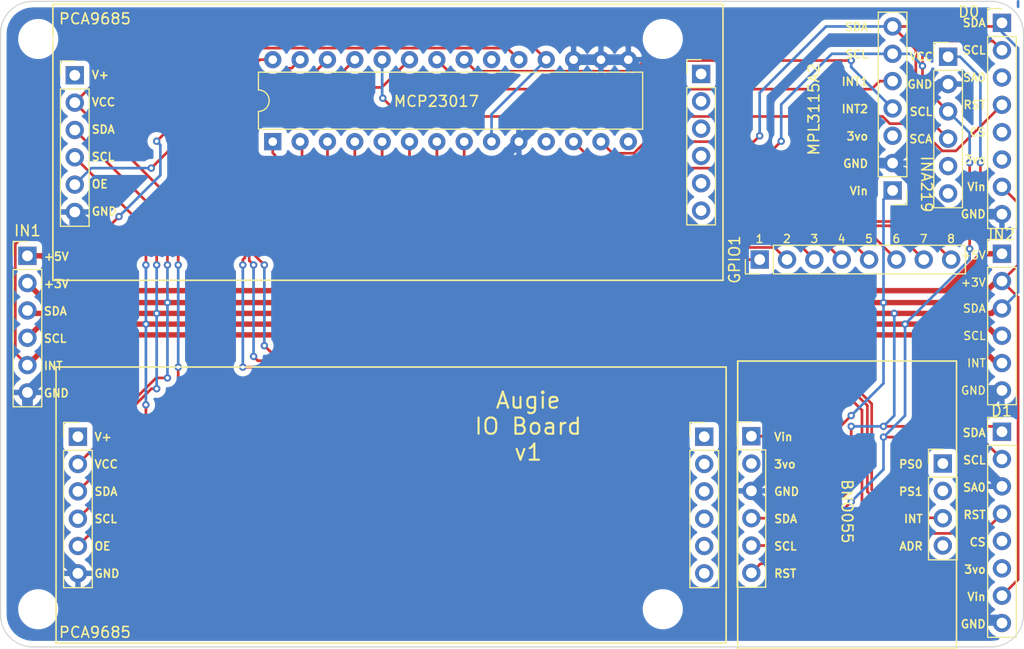
<source format=kicad_pcb>
(kicad_pcb (version 20171130) (host pcbnew "(5.1.4-0-10_14)")

  (general
    (thickness 1.6)
    (drawings 96)
    (tracks 359)
    (zones 0)
    (modules 18)
    (nets 40)
  )

  (page A4)
  (title_block
    (title "Augie IO Board")
    (rev 1)
  )

  (layers
    (0 F.Cu signal)
    (31 B.Cu signal)
    (32 B.Adhes user)
    (33 F.Adhes user)
    (34 B.Paste user)
    (35 F.Paste user)
    (36 B.SilkS user)
    (37 F.SilkS user)
    (38 B.Mask user)
    (39 F.Mask user)
    (40 Dwgs.User user)
    (41 Cmts.User user)
    (42 Eco1.User user)
    (43 Eco2.User user)
    (44 Edge.Cuts user)
    (45 Margin user)
    (46 B.CrtYd user)
    (47 F.CrtYd user)
    (48 B.Fab user)
    (49 F.Fab user hide)
  )

  (setup
    (last_trace_width 0.25)
    (user_trace_width 0.25)
    (user_trace_width 0.5)
    (user_trace_width 0.75)
    (user_trace_width 1)
    (trace_clearance 0.1524)
    (zone_clearance 0.508)
    (zone_45_only no)
    (trace_min 0.1524)
    (via_size 0.6858)
    (via_drill 0.3302)
    (via_min_size 0.508)
    (via_min_drill 0.254)
    (uvia_size 0.6858)
    (uvia_drill 0.3302)
    (uvias_allowed no)
    (uvia_min_size 0.508)
    (uvia_min_drill 0.254)
    (edge_width 0.1)
    (segment_width 0.2)
    (pcb_text_width 0.3)
    (pcb_text_size 1.5 1.5)
    (mod_edge_width 0.15)
    (mod_text_size 1 1)
    (mod_text_width 0.15)
    (pad_size 1.524 1.524)
    (pad_drill 0.762)
    (pad_to_mask_clearance 0.0508)
    (aux_axis_origin 0 0)
    (visible_elements FFFFFF7F)
    (pcbplotparams
      (layerselection 0x010fc_ffffffff)
      (usegerberextensions false)
      (usegerberattributes false)
      (usegerberadvancedattributes false)
      (creategerberjobfile false)
      (excludeedgelayer true)
      (linewidth 0.100000)
      (plotframeref false)
      (viasonmask false)
      (mode 1)
      (useauxorigin false)
      (hpglpennumber 1)
      (hpglpenspeed 20)
      (hpglpendiameter 15.000000)
      (psnegative false)
      (psa4output false)
      (plotreference true)
      (plotvalue true)
      (plotinvisibletext false)
      (padsonsilk false)
      (subtractmaskfromsilk false)
      (outputformat 1)
      (mirror false)
      (drillshape 1)
      (scaleselection 1)
      (outputdirectory ""))
  )

  (net 0 "")
  (net 1 +3V3)
  (net 2 "Net-(BNO055A1-Pad2)")
  (net 3 GND)
  (net 4 /sda)
  (net 5 /scl)
  (net 6 /out2)
  (net 7 "Net-(BNO055B1-Pad1)")
  (net 8 "Net-(BNO055B1-Pad2)")
  (net 9 /in2)
  (net 10 "Net-(BNO055B1-Pad4)")
  (net 11 "Net-(DISPLAY0-Pad3)")
  (net 12 /out0)
  (net 13 "Net-(DISPLAY0-Pad5)")
  (net 14 "Net-(DISPLAY0-Pad6)")
  (net 15 "Net-(DISPLAY1-Pad6)")
  (net 16 "Net-(DISPLAY1-Pad5)")
  (net 17 /out1)
  (net 18 "Net-(GPIO1-Pad1)")
  (net 19 "Net-(GPIO1-Pad2)")
  (net 20 "Net-(GPIO1-Pad3)")
  (net 21 "Net-(GPIO1-Pad4)")
  (net 22 "Net-(GPIO1-Pad5)")
  (net 23 "Net-(GPIO1-Pad6)")
  (net 24 "Net-(GPIO1-Pad7)")
  (net 25 "Net-(GPIO1-Pad8)")
  (net 26 +5V)
  (net 27 /int)
  (net 28 "Net-(INA219-Pad6)")
  (net 29 "Net-(INA219-Pad5)")
  (net 30 "Net-(MPL3115A2-Pad3)")
  (net 31 /in0)
  (net 32 /in1)
  (net 33 /out3)
  (net 34 "Net-(PCA96850-Pad1)")
  (net 35 "Net-(PCA96851-Pad1)")
  (net 36 /out4)
  (net 37 "Net-(U1-Pad20)")
  (net 38 "Net-(U1-Pad11)")
  (net 39 "Net-(U1-Pad14)")

  (net_class Default "This is the default net class."
    (clearance 0.1524)
    (trace_width 0.1524)
    (via_dia 0.6858)
    (via_drill 0.3302)
    (uvia_dia 0.6858)
    (uvia_drill 0.3302)
    (diff_pair_width 0.1524)
    (diff_pair_gap 0.1524)
    (add_net +3V3)
    (add_net +5V)
    (add_net /in0)
    (add_net /in1)
    (add_net /in2)
    (add_net /int)
    (add_net /out0)
    (add_net /out1)
    (add_net /out2)
    (add_net /out3)
    (add_net /out4)
    (add_net /scl)
    (add_net /sda)
    (add_net GND)
    (add_net "Net-(BNO055A1-Pad2)")
    (add_net "Net-(BNO055B1-Pad1)")
    (add_net "Net-(BNO055B1-Pad2)")
    (add_net "Net-(BNO055B1-Pad4)")
    (add_net "Net-(DISPLAY0-Pad3)")
    (add_net "Net-(DISPLAY0-Pad5)")
    (add_net "Net-(DISPLAY0-Pad6)")
    (add_net "Net-(DISPLAY1-Pad5)")
    (add_net "Net-(DISPLAY1-Pad6)")
    (add_net "Net-(GPIO1-Pad1)")
    (add_net "Net-(GPIO1-Pad2)")
    (add_net "Net-(GPIO1-Pad3)")
    (add_net "Net-(GPIO1-Pad4)")
    (add_net "Net-(GPIO1-Pad5)")
    (add_net "Net-(GPIO1-Pad6)")
    (add_net "Net-(GPIO1-Pad7)")
    (add_net "Net-(GPIO1-Pad8)")
    (add_net "Net-(INA219-Pad5)")
    (add_net "Net-(INA219-Pad6)")
    (add_net "Net-(MPL3115A2-Pad3)")
    (add_net "Net-(PCA96850-Pad1)")
    (add_net "Net-(PCA96851-Pad1)")
    (add_net "Net-(U1-Pad11)")
    (add_net "Net-(U1-Pad14)")
    (add_net "Net-(U1-Pad20)")
  )

  (module MountingHole:MountingHole_2.7mm_M2.5 (layer F.Cu) (tedit 56D1B4CB) (tstamp 5DB06406)
    (at 101.5 86.5)
    (descr "Mounting Hole 2.7mm, no annular, M2.5")
    (tags "mounting hole 2.7mm no annular m2.5")
    (attr virtual)
    (fp_text reference REF** (at 0 -3.7) (layer F.SilkS) hide
      (effects (font (size 1 1) (thickness 0.15)))
    )
    (fp_text value MountingHole_2.7mm_M2.5 (at 0 3.7) (layer F.Fab)
      (effects (font (size 1 1) (thickness 0.15)))
    )
    (fp_circle (center 0 0) (end 2.95 0) (layer F.CrtYd) (width 0.05))
    (fp_circle (center 0 0) (end 2.7 0) (layer Cmts.User) (width 0.15))
    (fp_text user %R (at 0.3 0) (layer F.Fab)
      (effects (font (size 1 1) (thickness 0.15)))
    )
    (pad 1 np_thru_hole circle (at 0 0) (size 2.7 2.7) (drill 2.7) (layers *.Cu *.Mask))
  )

  (module MountingHole:MountingHole_2.7mm_M2.5 (layer F.Cu) (tedit 56D1B4CB) (tstamp 5DABFA60)
    (at 101.5 33.5)
    (descr "Mounting Hole 2.7mm, no annular, M2.5")
    (tags "mounting hole 2.7mm no annular m2.5")
    (attr virtual)
    (fp_text reference REF** (at 0 -3.7) (layer F.SilkS) hide
      (effects (font (size 1 1) (thickness 0.15)))
    )
    (fp_text value MountingHole_2.7mm_M2.5 (at 0 3.7) (layer F.Fab)
      (effects (font (size 1 1) (thickness 0.15)))
    )
    (fp_text user %R (at 0.3 0) (layer F.Fab)
      (effects (font (size 1 1) (thickness 0.15)))
    )
    (fp_circle (center 0 0) (end 2.7 0) (layer Cmts.User) (width 0.15))
    (fp_circle (center 0 0) (end 2.95 0) (layer F.CrtYd) (width 0.05))
    (pad 1 np_thru_hole circle (at 0 0) (size 2.7 2.7) (drill 2.7) (layers *.Cu *.Mask))
  )

  (module Connector_PinHeader_2.54mm:PinHeader_1x06_P2.54mm_Vertical (layer F.Cu) (tedit 5DABA04F) (tstamp 5DA8289B)
    (at 42.5 60)
    (descr "Through hole straight pin header, 1x06, 2.54mm pitch, single row")
    (tags "Through hole pin header THT 1x06 2.54mm single row")
    (path /5DA7A123)
    (fp_text reference IN1 (at 0 -8.68) (layer F.SilkS)
      (effects (font (size 1 1) (thickness 0.15)))
    )
    (fp_text value Conn_01x06 (at 0 8.68) (layer F.Fab)
      (effects (font (size 1 1) (thickness 0.15)))
    )
    (fp_line (start -0.635 -7.62) (end 1.27 -7.62) (layer F.Fab) (width 0.1))
    (fp_line (start 1.27 -7.62) (end 1.27 7.62) (layer F.Fab) (width 0.1))
    (fp_line (start 1.27 7.62) (end -1.27 7.62) (layer F.Fab) (width 0.1))
    (fp_line (start -1.27 7.62) (end -1.27 -6.985) (layer F.Fab) (width 0.1))
    (fp_line (start -1.27 -6.985) (end -0.635 -7.62) (layer F.Fab) (width 0.1))
    (fp_line (start -1.33 7.68) (end 1.33 7.68) (layer F.SilkS) (width 0.12))
    (fp_line (start -1.33 -5.08) (end -1.33 7.68) (layer F.SilkS) (width 0.12))
    (fp_line (start 1.33 -5.08) (end 1.33 7.68) (layer F.SilkS) (width 0.12))
    (fp_line (start -1.33 -5.08) (end 1.33 -5.08) (layer F.SilkS) (width 0.12))
    (fp_line (start -1.33 -6.35) (end -1.33 -7.68) (layer F.SilkS) (width 0.12))
    (fp_line (start -1.33 -7.68) (end 0 -7.68) (layer F.SilkS) (width 0.12))
    (fp_line (start -1.8 -8.15) (end -1.8 8.15) (layer F.CrtYd) (width 0.05))
    (fp_line (start -1.8 8.15) (end 1.8 8.15) (layer F.CrtYd) (width 0.05))
    (fp_line (start 1.8 8.15) (end 1.8 -8.15) (layer F.CrtYd) (width 0.05))
    (fp_line (start 1.8 -8.15) (end -1.8 -8.15) (layer F.CrtYd) (width 0.05))
    (fp_text user %R (at 0 0 -270) (layer F.Fab)
      (effects (font (size 1 1) (thickness 0.15)))
    )
    (pad 1 thru_hole rect (at 0 -6.35) (size 1.7 1.7) (drill 1) (layers *.Cu *.Mask)
      (net 26 +5V))
    (pad 2 thru_hole oval (at 0 -3.81) (size 1.7 1.7) (drill 1) (layers *.Cu *.Mask)
      (net 1 +3V3))
    (pad 3 thru_hole oval (at 0 -1.27) (size 1.7 1.7) (drill 1) (layers *.Cu *.Mask)
      (net 4 /sda))
    (pad 4 thru_hole oval (at 0 1.27) (size 1.7 1.7) (drill 1) (layers *.Cu *.Mask)
      (net 5 /scl))
    (pad 5 thru_hole oval (at 0 3.81) (size 1.7 1.7) (drill 1) (layers *.Cu *.Mask)
      (net 27 /int))
    (pad 6 thru_hole oval (at 0 6.35) (size 1.7 1.7) (drill 1) (layers *.Cu *.Mask)
      (net 3 GND))
    (model ${KISYS3DMOD}/Connector_PinHeader_2.54mm.3dshapes/PinHeader_1x06_P2.54mm_Vertical.wrl
      (at (xyz 0 0 0))
      (scale (xyz 1 1 1))
      (rotate (xyz 0 0 0))
    )
  )

  (module MountingHole:MountingHole_2.7mm_M2.5 (layer F.Cu) (tedit 56D1B4CB) (tstamp 5DB063F1)
    (at 43.5 86.5)
    (descr "Mounting Hole 2.7mm, no annular, M2.5")
    (tags "mounting hole 2.7mm no annular m2.5")
    (attr virtual)
    (fp_text reference REF** (at 0 -3.7) (layer F.SilkS) hide
      (effects (font (size 1 1) (thickness 0.15)))
    )
    (fp_text value MountingHole_2.7mm_M2.5 (at 0 3.7) (layer F.Fab)
      (effects (font (size 1 1) (thickness 0.15)))
    )
    (fp_text user %R (at 0.3 0) (layer F.Fab)
      (effects (font (size 1 1) (thickness 0.15)))
    )
    (fp_circle (center 0 0) (end 2.7 0) (layer Cmts.User) (width 0.15))
    (fp_circle (center 0 0) (end 2.95 0) (layer F.CrtYd) (width 0.05))
    (pad 1 np_thru_hole circle (at 0 0) (size 2.7 2.7) (drill 2.7) (layers *.Cu *.Mask))
  )

  (module MountingHole:MountingHole_2.7mm_M2.5 (layer F.Cu) (tedit 56D1B4CB) (tstamp 5DABF91E)
    (at 43.5 33.5)
    (descr "Mounting Hole 2.7mm, no annular, M2.5")
    (tags "mounting hole 2.7mm no annular m2.5")
    (attr virtual)
    (fp_text reference REF** (at 0 -3.7) (layer F.SilkS) hide
      (effects (font (size 1 1) (thickness 0.15)))
    )
    (fp_text value MountingHole_2.7mm_M2.5 (at 0 3.7) (layer F.Fab)
      (effects (font (size 1 1) (thickness 0.15)))
    )
    (fp_circle (center 0 0) (end 2.95 0) (layer F.CrtYd) (width 0.05))
    (fp_circle (center 0 0) (end 2.7 0) (layer Cmts.User) (width 0.15))
    (fp_text user %R (at 0.3 0) (layer F.Fab)
      (effects (font (size 1 1) (thickness 0.15)))
    )
    (pad 1 np_thru_hole circle (at 0 0) (size 2.7 2.7) (drill 2.7) (layers *.Cu *.Mask))
  )

  (module Connector_PinHeader_2.54mm:PinHeader_1x06_P2.54mm_Vertical (layer F.Cu) (tedit 5DA7F1C1) (tstamp 5DABA121)
    (at 128 41.5)
    (descr "Through hole straight pin header, 1x06, 2.54mm pitch, single row")
    (tags "Through hole pin header THT 1x06 2.54mm single row")
    (path /5DA9E247)
    (fp_text reference INA219 (at 0 -8.68) (layer F.SilkS) hide
      (effects (font (size 1 1) (thickness 0.15)))
    )
    (fp_text value Conn_01x06 (at 0 8.68) (layer F.Fab)
      (effects (font (size 1 1) (thickness 0.15)))
    )
    (fp_text user %R (at 0.200999 1.682999 90) (layer F.Fab)
      (effects (font (size 1 1) (thickness 0.15)))
    )
    (fp_line (start 1.8 -8.15) (end -1.8 -8.15) (layer F.CrtYd) (width 0.05))
    (fp_line (start 1.8 8.15) (end 1.8 -8.15) (layer F.CrtYd) (width 0.05))
    (fp_line (start -1.8 8.15) (end 1.8 8.15) (layer F.CrtYd) (width 0.05))
    (fp_line (start -1.8 -8.15) (end -1.8 8.15) (layer F.CrtYd) (width 0.05))
    (fp_line (start -1.33 -7.68) (end 0 -7.68) (layer F.SilkS) (width 0.12))
    (fp_line (start -1.33 -6.35) (end -1.33 -7.68) (layer F.SilkS) (width 0.12))
    (fp_line (start -1.33 -5.08) (end 1.33 -5.08) (layer F.SilkS) (width 0.12))
    (fp_line (start 1.33 -5.08) (end 1.33 7.68) (layer F.SilkS) (width 0.12))
    (fp_line (start -1.33 -5.08) (end -1.33 7.68) (layer F.SilkS) (width 0.12))
    (fp_line (start -1.33 7.68) (end 1.33 7.68) (layer F.SilkS) (width 0.12))
    (fp_line (start -1.27 -6.985) (end -0.635 -7.62) (layer F.Fab) (width 0.1))
    (fp_line (start -1.27 7.62) (end -1.27 -6.985) (layer F.Fab) (width 0.1))
    (fp_line (start 1.27 7.62) (end -1.27 7.62) (layer F.Fab) (width 0.1))
    (fp_line (start 1.27 -7.62) (end 1.27 7.62) (layer F.Fab) (width 0.1))
    (fp_line (start -0.635 -7.62) (end 1.27 -7.62) (layer F.Fab) (width 0.1))
    (pad 6 thru_hole oval (at 0 6.35) (size 1.7 1.7) (drill 1) (layers *.Cu *.Mask)
      (net 28 "Net-(INA219-Pad6)"))
    (pad 5 thru_hole oval (at 0 3.81) (size 1.7 1.7) (drill 1) (layers *.Cu *.Mask)
      (net 29 "Net-(INA219-Pad5)"))
    (pad 4 thru_hole oval (at 0 1.27) (size 1.7 1.7) (drill 1) (layers *.Cu *.Mask)
      (net 4 /sda))
    (pad 3 thru_hole oval (at 0 -1.27) (size 1.7 1.7) (drill 1) (layers *.Cu *.Mask)
      (net 5 /scl))
    (pad 2 thru_hole oval (at 0 -3.81) (size 1.7 1.7) (drill 1) (layers *.Cu *.Mask)
      (net 3 GND))
    (pad 1 thru_hole rect (at 0 -6.35) (size 1.7 1.7) (drill 1) (layers *.Cu *.Mask)
      (net 26 +5V))
    (model ${KISYS3DMOD}/Connector_PinHeader_2.54mm.3dshapes/PinHeader_1x06_P2.54mm_Vertical.wrl
      (at (xyz 0 0 0))
      (scale (xyz 1 1 1))
      (rotate (xyz 0 0 0))
    )
  )

  (module Connector_PinHeader_2.54mm:PinHeader_1x07_P2.54mm_Vertical (layer F.Cu) (tedit 5DA7F08C) (tstamp 5DA828EA)
    (at 122.844 39.955 180)
    (descr "Through hole straight pin header, 1x07, 2.54mm pitch, single row")
    (tags "Through hole pin header THT 1x07 2.54mm single row")
    (path /5DA7DB39)
    (fp_text reference MPL3115A2 (at 0 -9.95) (layer F.SilkS) hide
      (effects (font (size 1 1) (thickness 0.15)))
    )
    (fp_text value Conn_01x07 (at 0 9.95) (layer F.Fab)
      (effects (font (size 1 1) (thickness 0.15)))
    )
    (fp_line (start -0.635 -8.89) (end 1.27 -8.89) (layer F.Fab) (width 0.1))
    (fp_line (start 1.27 -8.89) (end 1.27 8.89) (layer F.Fab) (width 0.1))
    (fp_line (start 1.27 8.89) (end -1.27 8.89) (layer F.Fab) (width 0.1))
    (fp_line (start -1.27 8.89) (end -1.27 -8.255) (layer F.Fab) (width 0.1))
    (fp_line (start -1.27 -8.255) (end -0.635 -8.89) (layer F.Fab) (width 0.1))
    (fp_line (start -1.33 8.95) (end 1.33 8.95) (layer F.SilkS) (width 0.12))
    (fp_line (start -1.33 -6.35) (end -1.33 8.95) (layer F.SilkS) (width 0.12))
    (fp_line (start 1.33 -6.35) (end 1.33 8.95) (layer F.SilkS) (width 0.12))
    (fp_line (start -1.33 -6.35) (end 1.33 -6.35) (layer F.SilkS) (width 0.12))
    (fp_line (start -1.33 -7.62) (end -1.33 -8.95) (layer F.SilkS) (width 0.12))
    (fp_line (start -1.33 -8.95) (end 0 -8.95) (layer F.SilkS) (width 0.12))
    (fp_line (start -1.8 -9.42) (end -1.8 9.43) (layer F.CrtYd) (width 0.05))
    (fp_line (start -1.8 9.43) (end 1.8 9.43) (layer F.CrtYd) (width 0.05))
    (fp_line (start 1.8 9.43) (end 1.8 -9.42) (layer F.CrtYd) (width 0.05))
    (fp_line (start 1.8 -9.42) (end -1.8 -9.42) (layer F.CrtYd) (width 0.05))
    (fp_text user %R (at 0 0 90) (layer F.Fab)
      (effects (font (size 1 1) (thickness 0.15)))
    )
    (pad 1 thru_hole rect (at 0 -7.62 180) (size 1.7 1.7) (drill 1) (layers *.Cu *.Mask)
      (net 1 +3V3))
    (pad 2 thru_hole oval (at 0 -5.08 180) (size 1.7 1.7) (drill 1) (layers *.Cu *.Mask)
      (net 3 GND))
    (pad 3 thru_hole oval (at 0 -2.54 180) (size 1.7 1.7) (drill 1) (layers *.Cu *.Mask)
      (net 30 "Net-(MPL3115A2-Pad3)"))
    (pad 4 thru_hole oval (at 0 0 180) (size 1.7 1.7) (drill 1) (layers *.Cu *.Mask)
      (net 31 /in0))
    (pad 5 thru_hole oval (at 0 2.54 180) (size 1.7 1.7) (drill 1) (layers *.Cu *.Mask)
      (net 32 /in1))
    (pad 6 thru_hole oval (at 0 5.08 180) (size 1.7 1.7) (drill 1) (layers *.Cu *.Mask)
      (net 5 /scl))
    (pad 7 thru_hole oval (at 0 7.62 180) (size 1.7 1.7) (drill 1) (layers *.Cu *.Mask)
      (net 4 /sda))
    (model ${KISYS3DMOD}/Connector_PinHeader_2.54mm.3dshapes/PinHeader_1x07_P2.54mm_Vertical.wrl
      (at (xyz 0 0 0))
      (scale (xyz 1 1 1))
      (rotate (xyz 0 0 0))
    )
  )

  (module Connector_PinHeader_2.54mm:PinHeader_1x04_P2.54mm_Vertical (layer F.Cu) (tedit 5DA7EE91) (tstamp 5DA8282D)
    (at 127.51 76.767)
    (descr "Through hole straight pin header, 1x04, 2.54mm pitch, single row")
    (tags "Through hole pin header THT 1x04 2.54mm single row")
    (path /5DA8AAF8)
    (fp_text reference BNO055B1 (at 0 -6.14) (layer F.SilkS) hide
      (effects (font (size 1 1) (thickness 0.15)))
    )
    (fp_text value Conn_01x04 (at 0 6.14) (layer F.Fab)
      (effects (font (size 1 1) (thickness 0.15)))
    )
    (fp_line (start -0.635 -5.08) (end 1.27 -5.08) (layer F.Fab) (width 0.1))
    (fp_line (start 1.27 -5.08) (end 1.27 5.08) (layer F.Fab) (width 0.1))
    (fp_line (start 1.27 5.08) (end -1.27 5.08) (layer F.Fab) (width 0.1))
    (fp_line (start -1.27 5.08) (end -1.27 -4.445) (layer F.Fab) (width 0.1))
    (fp_line (start -1.27 -4.445) (end -0.635 -5.08) (layer F.Fab) (width 0.1))
    (fp_line (start -1.33 5.14) (end 1.33 5.14) (layer F.SilkS) (width 0.12))
    (fp_line (start -1.33 -2.54) (end -1.33 5.14) (layer F.SilkS) (width 0.12))
    (fp_line (start 1.33 -2.54) (end 1.33 5.14) (layer F.SilkS) (width 0.12))
    (fp_line (start -1.33 -2.54) (end 1.33 -2.54) (layer F.SilkS) (width 0.12))
    (fp_line (start -1.33 -3.81) (end -1.33 -5.14) (layer F.SilkS) (width 0.12))
    (fp_line (start -1.33 -5.14) (end 0 -5.14) (layer F.SilkS) (width 0.12))
    (fp_line (start -1.8 -5.61) (end -1.8 5.59) (layer F.CrtYd) (width 0.05))
    (fp_line (start -1.8 5.59) (end 1.8 5.59) (layer F.CrtYd) (width 0.05))
    (fp_line (start 1.8 5.59) (end 1.8 -5.61) (layer F.CrtYd) (width 0.05))
    (fp_line (start 1.8 -5.61) (end -1.8 -5.61) (layer F.CrtYd) (width 0.05))
    (fp_text user %R (at 0 0 90) (layer F.Fab)
      (effects (font (size 1 1) (thickness 0.15)))
    )
    (pad 1 thru_hole rect (at 0 -3.81) (size 1.7 1.7) (drill 1) (layers *.Cu *.Mask)
      (net 7 "Net-(BNO055B1-Pad1)"))
    (pad 2 thru_hole oval (at 0 -1.27) (size 1.7 1.7) (drill 1) (layers *.Cu *.Mask)
      (net 8 "Net-(BNO055B1-Pad2)"))
    (pad 3 thru_hole oval (at 0 1.27) (size 1.7 1.7) (drill 1) (layers *.Cu *.Mask)
      (net 9 /in2))
    (pad 4 thru_hole oval (at 0 3.81) (size 1.7 1.7) (drill 1) (layers *.Cu *.Mask)
      (net 10 "Net-(BNO055B1-Pad4)"))
    (model ${KISYS3DMOD}/Connector_PinHeader_2.54mm.3dshapes/PinHeader_1x04_P2.54mm_Vertical.wrl
      (at (xyz 0 0 0))
      (scale (xyz 1 1 1))
      (rotate (xyz 0 0 0))
    )
  )

  (module Connector_PinHeader_2.54mm:PinHeader_1x06_P2.54mm_Vertical (layer F.Cu) (tedit 5DA7EE4E) (tstamp 5DA82815)
    (at 109.73 76.767)
    (descr "Through hole straight pin header, 1x06, 2.54mm pitch, single row")
    (tags "Through hole pin header THT 1x06 2.54mm single row")
    (path /5DA89705)
    (fp_text reference BNO055A1 (at 0 -8.68) (layer F.SilkS) hide
      (effects (font (size 1 1) (thickness 0.15)))
    )
    (fp_text value Conn_01x06 (at 0 8.68) (layer F.Fab)
      (effects (font (size 1 1) (thickness 0.15)))
    )
    (fp_line (start -0.635 -7.62) (end 1.27 -7.62) (layer F.Fab) (width 0.1))
    (fp_line (start 1.27 -7.62) (end 1.27 7.62) (layer F.Fab) (width 0.1))
    (fp_line (start 1.27 7.62) (end -1.27 7.62) (layer F.Fab) (width 0.1))
    (fp_line (start -1.27 7.62) (end -1.27 -6.985) (layer F.Fab) (width 0.1))
    (fp_line (start -1.27 -6.985) (end -0.635 -7.62) (layer F.Fab) (width 0.1))
    (fp_line (start -1.33 7.68) (end 1.33 7.68) (layer F.SilkS) (width 0.12))
    (fp_line (start -1.33 -5.08) (end -1.33 7.68) (layer F.SilkS) (width 0.12))
    (fp_line (start 1.33 -5.08) (end 1.33 7.68) (layer F.SilkS) (width 0.12))
    (fp_line (start -1.33 -5.08) (end 1.33 -5.08) (layer F.SilkS) (width 0.12))
    (fp_line (start -1.33 -6.35) (end -1.33 -7.68) (layer F.SilkS) (width 0.12))
    (fp_line (start -1.33 -7.68) (end 0 -7.68) (layer F.SilkS) (width 0.12))
    (fp_line (start -1.8 -8.15) (end -1.8 8.15) (layer F.CrtYd) (width 0.05))
    (fp_line (start -1.8 8.15) (end 1.8 8.15) (layer F.CrtYd) (width 0.05))
    (fp_line (start 1.8 8.15) (end 1.8 -8.15) (layer F.CrtYd) (width 0.05))
    (fp_line (start 1.8 -8.15) (end -1.8 -8.15) (layer F.CrtYd) (width 0.05))
    (fp_text user %R (at 0 0 90) (layer F.Fab)
      (effects (font (size 1 1) (thickness 0.15)))
    )
    (pad 1 thru_hole rect (at 0 -6.35) (size 1.7 1.7) (drill 1) (layers *.Cu *.Mask)
      (net 1 +3V3))
    (pad 2 thru_hole oval (at 0 -3.81) (size 1.7 1.7) (drill 1) (layers *.Cu *.Mask)
      (net 2 "Net-(BNO055A1-Pad2)"))
    (pad 3 thru_hole oval (at 0 -1.27) (size 1.7 1.7) (drill 1) (layers *.Cu *.Mask)
      (net 3 GND))
    (pad 4 thru_hole oval (at 0 1.27) (size 1.7 1.7) (drill 1) (layers *.Cu *.Mask)
      (net 4 /sda))
    (pad 5 thru_hole oval (at 0 3.81) (size 1.7 1.7) (drill 1) (layers *.Cu *.Mask)
      (net 5 /scl))
    (pad 6 thru_hole oval (at 0 6.35) (size 1.7 1.7) (drill 1) (layers *.Cu *.Mask)
      (net 6 /out2))
    (model ${KISYS3DMOD}/Connector_PinHeader_2.54mm.3dshapes/PinHeader_1x06_P2.54mm_Vertical.wrl
      (at (xyz 0 0 0))
      (scale (xyz 1 1 1))
      (rotate (xyz 0 0 0))
    )
  )

  (module Connector_PinHeader_2.54mm:PinHeader_1x06_P2.54mm_Vertical (layer F.Cu) (tedit 5DA7E358) (tstamp 5DA8291E)
    (at 46.895 43.225)
    (descr "Through hole straight pin header, 1x06, 2.54mm pitch, single row")
    (tags "Through hole pin header THT 1x06 2.54mm single row")
    (path /5DAA8266)
    (fp_text reference PCA96851 (at 0 -8.68) (layer F.SilkS) hide
      (effects (font (size 1 1) (thickness 0.15)))
    )
    (fp_text value Conn_01x06 (at 0 8.68) (layer F.Fab)
      (effects (font (size 1 1) (thickness 0.15)))
    )
    (fp_line (start -0.635 -7.62) (end 1.27 -7.62) (layer F.Fab) (width 0.1))
    (fp_line (start 1.27 -7.62) (end 1.27 7.62) (layer F.Fab) (width 0.1))
    (fp_line (start 1.27 7.62) (end -1.27 7.62) (layer F.Fab) (width 0.1))
    (fp_line (start -1.27 7.62) (end -1.27 -6.985) (layer F.Fab) (width 0.1))
    (fp_line (start -1.27 -6.985) (end -0.635 -7.62) (layer F.Fab) (width 0.1))
    (fp_line (start -1.33 7.68) (end 1.33 7.68) (layer F.SilkS) (width 0.12))
    (fp_line (start -1.33 -5.08) (end -1.33 7.68) (layer F.SilkS) (width 0.12))
    (fp_line (start 1.33 -5.08) (end 1.33 7.68) (layer F.SilkS) (width 0.12))
    (fp_line (start -1.33 -5.08) (end 1.33 -5.08) (layer F.SilkS) (width 0.12))
    (fp_line (start -1.33 -6.35) (end -1.33 -7.68) (layer F.SilkS) (width 0.12))
    (fp_line (start -1.33 -7.68) (end 0 -7.68) (layer F.SilkS) (width 0.12))
    (fp_line (start -1.8 -8.15) (end -1.8 8.15) (layer F.CrtYd) (width 0.05))
    (fp_line (start -1.8 8.15) (end 1.8 8.15) (layer F.CrtYd) (width 0.05))
    (fp_line (start 1.8 8.15) (end 1.8 -8.15) (layer F.CrtYd) (width 0.05))
    (fp_line (start 1.8 -8.15) (end -1.8 -8.15) (layer F.CrtYd) (width 0.05))
    (fp_text user %R (at 0 0 90) (layer F.Fab)
      (effects (font (size 1 1) (thickness 0.15)))
    )
    (pad 1 thru_hole rect (at 0 -6.35) (size 1.7 1.7) (drill 1) (layers *.Cu *.Mask)
      (net 35 "Net-(PCA96851-Pad1)"))
    (pad 2 thru_hole oval (at 0 -3.81) (size 1.7 1.7) (drill 1) (layers *.Cu *.Mask)
      (net 1 +3V3))
    (pad 3 thru_hole oval (at 0 -1.27) (size 1.7 1.7) (drill 1) (layers *.Cu *.Mask)
      (net 4 /sda))
    (pad 4 thru_hole oval (at 0 1.27) (size 1.7 1.7) (drill 1) (layers *.Cu *.Mask)
      (net 5 /scl))
    (pad 5 thru_hole oval (at 0 3.81) (size 1.7 1.7) (drill 1) (layers *.Cu *.Mask)
      (net 36 /out4))
    (pad 6 thru_hole oval (at 0 6.35) (size 1.7 1.7) (drill 1) (layers *.Cu *.Mask)
      (net 3 GND))
    (model ${KISYS3DMOD}/Connector_PinHeader_2.54mm.3dshapes/PinHeader_1x06_P2.54mm_Vertical.wrl
      (at (xyz 0 0 0))
      (scale (xyz 1 1 1))
      (rotate (xyz 0 0 0))
    )
  )

  (module Connector_PinHeader_2.54mm:PinHeader_1x06_P2.54mm_Vertical (layer F.Cu) (tedit 5DA7D581) (tstamp 5DA7E511)
    (at 105.061 43.098)
    (descr "Through hole straight pin header, 1x06, 2.54mm pitch, single row")
    (tags "Through hole pin header THT 1x06 2.54mm single row")
    (fp_text reference REF** (at 0 -8.68) (layer F.SilkS) hide
      (effects (font (size 1 1) (thickness 0.15)))
    )
    (fp_text value PinHeader_1x06_P2.54mm_Vertical (at 0 8.68) (layer F.Fab)
      (effects (font (size 1 1) (thickness 0.15)))
    )
    (fp_line (start -0.635 -7.62) (end 1.27 -7.62) (layer F.Fab) (width 0.1))
    (fp_line (start 1.27 -7.62) (end 1.27 7.62) (layer F.Fab) (width 0.1))
    (fp_line (start 1.27 7.62) (end -1.27 7.62) (layer F.Fab) (width 0.1))
    (fp_line (start -1.27 7.62) (end -1.27 -6.985) (layer F.Fab) (width 0.1))
    (fp_line (start -1.27 -6.985) (end -0.635 -7.62) (layer F.Fab) (width 0.1))
    (fp_line (start -1.33 7.68) (end 1.33 7.68) (layer F.SilkS) (width 0.12))
    (fp_line (start -1.33 -5.08) (end -1.33 7.68) (layer F.SilkS) (width 0.12))
    (fp_line (start 1.33 -5.08) (end 1.33 7.68) (layer F.SilkS) (width 0.12))
    (fp_line (start -1.33 -5.08) (end 1.33 -5.08) (layer F.SilkS) (width 0.12))
    (fp_line (start -1.33 -6.35) (end -1.33 -7.68) (layer F.SilkS) (width 0.12))
    (fp_line (start -1.33 -7.68) (end 0 -7.68) (layer F.SilkS) (width 0.12))
    (fp_line (start -1.8 -8.15) (end -1.8 8.15) (layer F.CrtYd) (width 0.05))
    (fp_line (start -1.8 8.15) (end 1.8 8.15) (layer F.CrtYd) (width 0.05))
    (fp_line (start 1.8 8.15) (end 1.8 -8.15) (layer F.CrtYd) (width 0.05))
    (fp_line (start 1.8 -8.15) (end -1.8 -8.15) (layer F.CrtYd) (width 0.05))
    (fp_text user %R (at 0 0 90) (layer F.Fab)
      (effects (font (size 1 1) (thickness 0.15)))
    )
    (pad 1 thru_hole rect (at 0 -6.35) (size 1.7 1.7) (drill 1) (layers *.Cu *.Mask))
    (pad 2 thru_hole oval (at 0 -3.81) (size 1.7 1.7) (drill 1) (layers *.Cu *.Mask))
    (pad 3 thru_hole oval (at 0 -1.27) (size 1.7 1.7) (drill 1) (layers *.Cu *.Mask))
    (pad 4 thru_hole oval (at 0 1.27) (size 1.7 1.7) (drill 1) (layers *.Cu *.Mask))
    (pad 5 thru_hole oval (at 0 3.81) (size 1.7 1.7) (drill 1) (layers *.Cu *.Mask))
    (pad 6 thru_hole oval (at 0 6.35) (size 1.7 1.7) (drill 1) (layers *.Cu *.Mask))
    (model ${KISYS3DMOD}/Connector_PinHeader_2.54mm.3dshapes/PinHeader_1x06_P2.54mm_Vertical.wrl
      (at (xyz 0 0 0))
      (scale (xyz 1 1 1))
      (rotate (xyz 0 0 0))
    )
  )

  (module Connector_PinHeader_2.54mm:PinHeader_1x06_P2.54mm_Vertical (layer F.Cu) (tedit 5DA7D581) (tstamp 5DB06534)
    (at 105.352 76.812)
    (descr "Through hole straight pin header, 1x06, 2.54mm pitch, single row")
    (tags "Through hole pin header THT 1x06 2.54mm single row")
    (fp_text reference REF** (at 0 -8.68) (layer F.SilkS) hide
      (effects (font (size 1 1) (thickness 0.15)))
    )
    (fp_text value PinHeader_1x06_P2.54mm_Vertical (at 0 8.68) (layer F.Fab)
      (effects (font (size 1 1) (thickness 0.15)))
    )
    (fp_text user %R (at 0 0 90) (layer F.Fab)
      (effects (font (size 1 1) (thickness 0.15)))
    )
    (fp_line (start 1.8 -8.15) (end -1.8 -8.15) (layer F.CrtYd) (width 0.05))
    (fp_line (start 1.8 8.15) (end 1.8 -8.15) (layer F.CrtYd) (width 0.05))
    (fp_line (start -1.8 8.15) (end 1.8 8.15) (layer F.CrtYd) (width 0.05))
    (fp_line (start -1.8 -8.15) (end -1.8 8.15) (layer F.CrtYd) (width 0.05))
    (fp_line (start -1.33 -7.68) (end 0 -7.68) (layer F.SilkS) (width 0.12))
    (fp_line (start -1.33 -6.35) (end -1.33 -7.68) (layer F.SilkS) (width 0.12))
    (fp_line (start -1.33 -5.08) (end 1.33 -5.08) (layer F.SilkS) (width 0.12))
    (fp_line (start 1.33 -5.08) (end 1.33 7.68) (layer F.SilkS) (width 0.12))
    (fp_line (start -1.33 -5.08) (end -1.33 7.68) (layer F.SilkS) (width 0.12))
    (fp_line (start -1.33 7.68) (end 1.33 7.68) (layer F.SilkS) (width 0.12))
    (fp_line (start -1.27 -6.985) (end -0.635 -7.62) (layer F.Fab) (width 0.1))
    (fp_line (start -1.27 7.62) (end -1.27 -6.985) (layer F.Fab) (width 0.1))
    (fp_line (start 1.27 7.62) (end -1.27 7.62) (layer F.Fab) (width 0.1))
    (fp_line (start 1.27 -7.62) (end 1.27 7.62) (layer F.Fab) (width 0.1))
    (fp_line (start -0.635 -7.62) (end 1.27 -7.62) (layer F.Fab) (width 0.1))
    (pad 6 thru_hole oval (at 0 6.35) (size 1.7 1.7) (drill 1) (layers *.Cu *.Mask))
    (pad 5 thru_hole oval (at 0 3.81) (size 1.7 1.7) (drill 1) (layers *.Cu *.Mask))
    (pad 4 thru_hole oval (at 0 1.27) (size 1.7 1.7) (drill 1) (layers *.Cu *.Mask))
    (pad 3 thru_hole oval (at 0 -1.27) (size 1.7 1.7) (drill 1) (layers *.Cu *.Mask))
    (pad 2 thru_hole oval (at 0 -3.81) (size 1.7 1.7) (drill 1) (layers *.Cu *.Mask))
    (pad 1 thru_hole rect (at 0 -6.35) (size 1.7 1.7) (drill 1) (layers *.Cu *.Mask))
    (model ${KISYS3DMOD}/Connector_PinHeader_2.54mm.3dshapes/PinHeader_1x06_P2.54mm_Vertical.wrl
      (at (xyz 0 0 0))
      (scale (xyz 1 1 1))
      (rotate (xyz 0 0 0))
    )
  )

  (module Connector_PinHeader_2.54mm:PinHeader_1x06_P2.54mm_Vertical (layer F.Cu) (tedit 5DA7D4E4) (tstamp 5DB064E9)
    (at 47.186 76.812)
    (descr "Through hole straight pin header, 1x06, 2.54mm pitch, single row")
    (tags "Through hole pin header THT 1x06 2.54mm single row")
    (path /5DA97C80)
    (fp_text reference PCA96850 (at 0 -8.68) (layer F.SilkS) hide
      (effects (font (size 1 1) (thickness 0.15)))
    )
    (fp_text value Conn_01x06 (at 0 8.68) (layer F.Fab)
      (effects (font (size 1 1) (thickness 0.15)))
    )
    (fp_text user %R (at 0 0 90) (layer F.Fab)
      (effects (font (size 1 1) (thickness 0.15)))
    )
    (fp_line (start 1.8 -8.15) (end -1.8 -8.15) (layer F.CrtYd) (width 0.05))
    (fp_line (start 1.8 8.15) (end 1.8 -8.15) (layer F.CrtYd) (width 0.05))
    (fp_line (start -1.8 8.15) (end 1.8 8.15) (layer F.CrtYd) (width 0.05))
    (fp_line (start -1.8 -8.15) (end -1.8 8.15) (layer F.CrtYd) (width 0.05))
    (fp_line (start -1.33 -7.68) (end 0 -7.68) (layer F.SilkS) (width 0.12))
    (fp_line (start -1.33 -6.35) (end -1.33 -7.68) (layer F.SilkS) (width 0.12))
    (fp_line (start -1.33 -5.08) (end 1.33 -5.08) (layer F.SilkS) (width 0.12))
    (fp_line (start 1.33 -5.08) (end 1.33 7.68) (layer F.SilkS) (width 0.12))
    (fp_line (start -1.33 -5.08) (end -1.33 7.68) (layer F.SilkS) (width 0.12))
    (fp_line (start -1.33 7.68) (end 1.33 7.68) (layer F.SilkS) (width 0.12))
    (fp_line (start -1.27 -6.985) (end -0.635 -7.62) (layer F.Fab) (width 0.1))
    (fp_line (start -1.27 7.62) (end -1.27 -6.985) (layer F.Fab) (width 0.1))
    (fp_line (start 1.27 7.62) (end -1.27 7.62) (layer F.Fab) (width 0.1))
    (fp_line (start 1.27 -7.62) (end 1.27 7.62) (layer F.Fab) (width 0.1))
    (fp_line (start -0.635 -7.62) (end 1.27 -7.62) (layer F.Fab) (width 0.1))
    (pad 6 thru_hole oval (at 0 6.35) (size 1.7 1.7) (drill 1) (layers *.Cu *.Mask)
      (net 3 GND))
    (pad 5 thru_hole oval (at 0 3.81) (size 1.7 1.7) (drill 1) (layers *.Cu *.Mask)
      (net 33 /out3))
    (pad 4 thru_hole oval (at 0 1.27) (size 1.7 1.7) (drill 1) (layers *.Cu *.Mask)
      (net 5 /scl))
    (pad 3 thru_hole oval (at 0 -1.27) (size 1.7 1.7) (drill 1) (layers *.Cu *.Mask)
      (net 4 /sda))
    (pad 2 thru_hole oval (at 0 -3.81) (size 1.7 1.7) (drill 1) (layers *.Cu *.Mask)
      (net 1 +3V3))
    (pad 1 thru_hole rect (at 0 -6.35) (size 1.7 1.7) (drill 1) (layers *.Cu *.Mask)
      (net 34 "Net-(PCA96850-Pad1)"))
    (model ${KISYS3DMOD}/Connector_PinHeader_2.54mm.3dshapes/PinHeader_1x06_P2.54mm_Vertical.wrl
      (at (xyz 0 0 0))
      (scale (xyz 1 1 1))
      (rotate (xyz 0 0 0))
    )
  )

  (module Connector_PinHeader_2.54mm:PinHeader_1x08_P2.54mm_Vertical (layer F.Cu) (tedit 59FED5CC) (tstamp 5DABA3E6)
    (at 110.5 54 90)
    (descr "Through hole straight pin header, 1x08, 2.54mm pitch, single row")
    (tags "Through hole pin header THT 1x08 2.54mm single row")
    (path /5DACCBF8)
    (fp_text reference GPIO1 (at 0 -2.33 90) (layer F.SilkS)
      (effects (font (size 1 1) (thickness 0.15)))
    )
    (fp_text value Conn_01x08 (at 0 20.11 90) (layer F.Fab)
      (effects (font (size 1 1) (thickness 0.15)))
    )
    (fp_line (start -0.635 -1.27) (end 1.27 -1.27) (layer F.Fab) (width 0.1))
    (fp_line (start 1.27 -1.27) (end 1.27 19.05) (layer F.Fab) (width 0.1))
    (fp_line (start 1.27 19.05) (end -1.27 19.05) (layer F.Fab) (width 0.1))
    (fp_line (start -1.27 19.05) (end -1.27 -0.635) (layer F.Fab) (width 0.1))
    (fp_line (start -1.27 -0.635) (end -0.635 -1.27) (layer F.Fab) (width 0.1))
    (fp_line (start -1.33 19.11) (end 1.33 19.11) (layer F.SilkS) (width 0.12))
    (fp_line (start -1.33 1.27) (end -1.33 19.11) (layer F.SilkS) (width 0.12))
    (fp_line (start 1.33 1.27) (end 1.33 19.11) (layer F.SilkS) (width 0.12))
    (fp_line (start -1.33 1.27) (end 1.33 1.27) (layer F.SilkS) (width 0.12))
    (fp_line (start -1.33 0) (end -1.33 -1.33) (layer F.SilkS) (width 0.12))
    (fp_line (start -1.33 -1.33) (end 0 -1.33) (layer F.SilkS) (width 0.12))
    (fp_line (start -1.8 -1.8) (end -1.8 19.55) (layer F.CrtYd) (width 0.05))
    (fp_line (start -1.8 19.55) (end 1.8 19.55) (layer F.CrtYd) (width 0.05))
    (fp_line (start 1.8 19.55) (end 1.8 -1.8) (layer F.CrtYd) (width 0.05))
    (fp_line (start 1.8 -1.8) (end -1.8 -1.8) (layer F.CrtYd) (width 0.05))
    (fp_text user %R (at 0 8.89) (layer F.Fab)
      (effects (font (size 1 1) (thickness 0.15)))
    )
    (pad 1 thru_hole rect (at 0 0 90) (size 1.7 1.7) (drill 1) (layers *.Cu *.Mask)
      (net 18 "Net-(GPIO1-Pad1)"))
    (pad 2 thru_hole oval (at 0 2.54 90) (size 1.7 1.7) (drill 1) (layers *.Cu *.Mask)
      (net 19 "Net-(GPIO1-Pad2)"))
    (pad 3 thru_hole oval (at 0 5.08 90) (size 1.7 1.7) (drill 1) (layers *.Cu *.Mask)
      (net 20 "Net-(GPIO1-Pad3)"))
    (pad 4 thru_hole oval (at 0 7.62 90) (size 1.7 1.7) (drill 1) (layers *.Cu *.Mask)
      (net 21 "Net-(GPIO1-Pad4)"))
    (pad 5 thru_hole oval (at 0 10.16 90) (size 1.7 1.7) (drill 1) (layers *.Cu *.Mask)
      (net 22 "Net-(GPIO1-Pad5)"))
    (pad 6 thru_hole oval (at 0 12.7 90) (size 1.7 1.7) (drill 1) (layers *.Cu *.Mask)
      (net 23 "Net-(GPIO1-Pad6)"))
    (pad 7 thru_hole oval (at 0 15.24 90) (size 1.7 1.7) (drill 1) (layers *.Cu *.Mask)
      (net 24 "Net-(GPIO1-Pad7)"))
    (pad 8 thru_hole oval (at 0 17.78 90) (size 1.7 1.7) (drill 1) (layers *.Cu *.Mask)
      (net 25 "Net-(GPIO1-Pad8)"))
    (model ${KISYS3DMOD}/Connector_PinHeader_2.54mm.3dshapes/PinHeader_1x08_P2.54mm_Vertical.wrl
      (at (xyz 0 0 0))
      (scale (xyz 1 1 1))
      (rotate (xyz 0 0 0))
    )
  )

  (module Connector_PinHeader_2.54mm:PinHeader_1x06_P2.54mm_Vertical (layer F.Cu) (tedit 59FED5CC) (tstamp 5DA828B5)
    (at 133 53.46)
    (descr "Through hole straight pin header, 1x06, 2.54mm pitch, single row")
    (tags "Through hole pin header THT 1x06 2.54mm single row")
    (path /5DAF411B)
    (fp_text reference IN2 (at -0.031 -1.771 180) (layer F.SilkS)
      (effects (font (size 1 1) (thickness 0.15)))
    )
    (fp_text value Conn_01x06 (at 0 15.03) (layer F.Fab)
      (effects (font (size 1 1) (thickness 0.15)))
    )
    (fp_text user %R (at 0.786999 3.714999 -270) (layer F.Fab)
      (effects (font (size 1 1) (thickness 0.15)))
    )
    (fp_line (start 1.8 -1.8) (end -1.8 -1.8) (layer F.CrtYd) (width 0.05))
    (fp_line (start 1.8 14.5) (end 1.8 -1.8) (layer F.CrtYd) (width 0.05))
    (fp_line (start -1.8 14.5) (end 1.8 14.5) (layer F.CrtYd) (width 0.05))
    (fp_line (start -1.8 -1.8) (end -1.8 14.5) (layer F.CrtYd) (width 0.05))
    (fp_line (start -1.33 -1.33) (end 0 -1.33) (layer F.SilkS) (width 0.12))
    (fp_line (start -1.33 0) (end -1.33 -1.33) (layer F.SilkS) (width 0.12))
    (fp_line (start -1.33 1.27) (end 1.33 1.27) (layer F.SilkS) (width 0.12))
    (fp_line (start 1.33 1.27) (end 1.33 14.03) (layer F.SilkS) (width 0.12))
    (fp_line (start -1.33 1.27) (end -1.33 14.03) (layer F.SilkS) (width 0.12))
    (fp_line (start -1.33 14.03) (end 1.33 14.03) (layer F.SilkS) (width 0.12))
    (fp_line (start -1.27 -0.635) (end -0.635 -1.27) (layer F.Fab) (width 0.1))
    (fp_line (start -1.27 13.97) (end -1.27 -0.635) (layer F.Fab) (width 0.1))
    (fp_line (start 1.27 13.97) (end -1.27 13.97) (layer F.Fab) (width 0.1))
    (fp_line (start 1.27 -1.27) (end 1.27 13.97) (layer F.Fab) (width 0.1))
    (fp_line (start -0.635 -1.27) (end 1.27 -1.27) (layer F.Fab) (width 0.1))
    (pad 6 thru_hole oval (at 0 12.7) (size 1.7 1.7) (drill 1) (layers *.Cu *.Mask)
      (net 3 GND))
    (pad 5 thru_hole oval (at 0 10.16) (size 1.7 1.7) (drill 1) (layers *.Cu *.Mask)
      (net 27 /int))
    (pad 4 thru_hole oval (at 0 7.62) (size 1.7 1.7) (drill 1) (layers *.Cu *.Mask)
      (net 5 /scl))
    (pad 3 thru_hole oval (at 0 5.08) (size 1.7 1.7) (drill 1) (layers *.Cu *.Mask)
      (net 4 /sda))
    (pad 2 thru_hole oval (at 0 2.54) (size 1.7 1.7) (drill 1) (layers *.Cu *.Mask)
      (net 1 +3V3))
    (pad 1 thru_hole rect (at 0 0) (size 1.7 1.7) (drill 1) (layers *.Cu *.Mask)
      (net 26 +5V))
    (model ${KISYS3DMOD}/Connector_PinHeader_2.54mm.3dshapes/PinHeader_1x06_P2.54mm_Vertical.wrl
      (at (xyz 0 0 0))
      (scale (xyz 1 1 1))
      (rotate (xyz 0 0 0))
    )
  )

  (module Package_DIP:DIP-28_W7.62mm (layer F.Cu) (tedit 5A02E8C5) (tstamp 5DB1D19A)
    (at 65.28 43.041 90)
    (descr "28-lead though-hole mounted DIP package, row spacing 7.62 mm (300 mils)")
    (tags "THT DIP DIL PDIP 2.54mm 7.62mm 300mil")
    (path /5DA7CD24)
    (fp_text reference U1 (at 3.81 -2.33 90) (layer F.SilkS) hide
      (effects (font (size 1 1) (thickness 0.15)))
    )
    (fp_text value MCP23017_SP (at 3.81 35.35 90) (layer F.Fab)
      (effects (font (size 1 1) (thickness 0.15)))
    )
    (fp_arc (start 3.81 -1.33) (end 2.81 -1.33) (angle -180) (layer F.SilkS) (width 0.12))
    (fp_line (start 1.635 -1.27) (end 6.985 -1.27) (layer F.Fab) (width 0.1))
    (fp_line (start 6.985 -1.27) (end 6.985 34.29) (layer F.Fab) (width 0.1))
    (fp_line (start 6.985 34.29) (end 0.635 34.29) (layer F.Fab) (width 0.1))
    (fp_line (start 0.635 34.29) (end 0.635 -0.27) (layer F.Fab) (width 0.1))
    (fp_line (start 0.635 -0.27) (end 1.635 -1.27) (layer F.Fab) (width 0.1))
    (fp_line (start 2.81 -1.33) (end 1.16 -1.33) (layer F.SilkS) (width 0.12))
    (fp_line (start 1.16 -1.33) (end 1.16 34.35) (layer F.SilkS) (width 0.12))
    (fp_line (start 1.16 34.35) (end 6.46 34.35) (layer F.SilkS) (width 0.12))
    (fp_line (start 6.46 34.35) (end 6.46 -1.33) (layer F.SilkS) (width 0.12))
    (fp_line (start 6.46 -1.33) (end 4.81 -1.33) (layer F.SilkS) (width 0.12))
    (fp_line (start -1.1 -1.55) (end -1.1 34.55) (layer F.CrtYd) (width 0.05))
    (fp_line (start -1.1 34.55) (end 8.7 34.55) (layer F.CrtYd) (width 0.05))
    (fp_line (start 8.7 34.55) (end 8.7 -1.55) (layer F.CrtYd) (width 0.05))
    (fp_line (start 8.7 -1.55) (end -1.1 -1.55) (layer F.CrtYd) (width 0.05))
    (fp_text user %R (at 3.81 16.51 90) (layer F.Fab)
      (effects (font (size 1 1) (thickness 0.15)))
    )
    (pad 1 thru_hole rect (at 0 0 90) (size 1.6 1.6) (drill 0.8) (layers *.Cu *.Mask)
      (net 18 "Net-(GPIO1-Pad1)"))
    (pad 15 thru_hole oval (at 7.62 33.02 90) (size 1.6 1.6) (drill 0.8) (layers *.Cu *.Mask)
      (net 3 GND))
    (pad 2 thru_hole oval (at 0 2.54 90) (size 1.6 1.6) (drill 0.8) (layers *.Cu *.Mask)
      (net 19 "Net-(GPIO1-Pad2)"))
    (pad 16 thru_hole oval (at 7.62 30.48 90) (size 1.6 1.6) (drill 0.8) (layers *.Cu *.Mask)
      (net 3 GND))
    (pad 3 thru_hole oval (at 0 5.08 90) (size 1.6 1.6) (drill 0.8) (layers *.Cu *.Mask)
      (net 20 "Net-(GPIO1-Pad3)"))
    (pad 17 thru_hole oval (at 7.62 27.94 90) (size 1.6 1.6) (drill 0.8) (layers *.Cu *.Mask)
      (net 3 GND))
    (pad 4 thru_hole oval (at 0 7.62 90) (size 1.6 1.6) (drill 0.8) (layers *.Cu *.Mask)
      (net 21 "Net-(GPIO1-Pad4)"))
    (pad 18 thru_hole oval (at 7.62 25.4 90) (size 1.6 1.6) (drill 0.8) (layers *.Cu *.Mask)
      (net 1 +3V3))
    (pad 5 thru_hole oval (at 0 10.16 90) (size 1.6 1.6) (drill 0.8) (layers *.Cu *.Mask)
      (net 22 "Net-(GPIO1-Pad5)"))
    (pad 19 thru_hole oval (at 7.62 22.86 90) (size 1.6 1.6) (drill 0.8) (layers *.Cu *.Mask)
      (net 27 /int))
    (pad 6 thru_hole oval (at 0 12.7 90) (size 1.6 1.6) (drill 0.8) (layers *.Cu *.Mask)
      (net 23 "Net-(GPIO1-Pad6)"))
    (pad 20 thru_hole oval (at 7.62 20.32 90) (size 1.6 1.6) (drill 0.8) (layers *.Cu *.Mask)
      (net 37 "Net-(U1-Pad20)"))
    (pad 7 thru_hole oval (at 0 15.24 90) (size 1.6 1.6) (drill 0.8) (layers *.Cu *.Mask)
      (net 24 "Net-(GPIO1-Pad7)"))
    (pad 21 thru_hole oval (at 7.62 17.78 90) (size 1.6 1.6) (drill 0.8) (layers *.Cu *.Mask)
      (net 31 /in0))
    (pad 8 thru_hole oval (at 0 17.78 90) (size 1.6 1.6) (drill 0.8) (layers *.Cu *.Mask)
      (net 25 "Net-(GPIO1-Pad8)"))
    (pad 22 thru_hole oval (at 7.62 15.24 90) (size 1.6 1.6) (drill 0.8) (layers *.Cu *.Mask)
      (net 32 /in1))
    (pad 9 thru_hole oval (at 0 20.32 90) (size 1.6 1.6) (drill 0.8) (layers *.Cu *.Mask)
      (net 1 +3V3))
    (pad 23 thru_hole oval (at 7.62 12.7 90) (size 1.6 1.6) (drill 0.8) (layers *.Cu *.Mask)
      (net 9 /in2))
    (pad 10 thru_hole oval (at 0 22.86 90) (size 1.6 1.6) (drill 0.8) (layers *.Cu *.Mask)
      (net 3 GND))
    (pad 24 thru_hole oval (at 7.62 10.16 90) (size 1.6 1.6) (drill 0.8) (layers *.Cu *.Mask)
      (net 12 /out0))
    (pad 11 thru_hole oval (at 0 25.4 90) (size 1.6 1.6) (drill 0.8) (layers *.Cu *.Mask)
      (net 38 "Net-(U1-Pad11)"))
    (pad 25 thru_hole oval (at 7.62 7.62 90) (size 1.6 1.6) (drill 0.8) (layers *.Cu *.Mask)
      (net 17 /out1))
    (pad 12 thru_hole oval (at 0 27.94 90) (size 1.6 1.6) (drill 0.8) (layers *.Cu *.Mask)
      (net 5 /scl))
    (pad 26 thru_hole oval (at 7.62 5.08 90) (size 1.6 1.6) (drill 0.8) (layers *.Cu *.Mask)
      (net 6 /out2))
    (pad 13 thru_hole oval (at 0 30.48 90) (size 1.6 1.6) (drill 0.8) (layers *.Cu *.Mask)
      (net 4 /sda))
    (pad 27 thru_hole oval (at 7.62 2.54 90) (size 1.6 1.6) (drill 0.8) (layers *.Cu *.Mask)
      (net 33 /out3))
    (pad 14 thru_hole oval (at 0 33.02 90) (size 1.6 1.6) (drill 0.8) (layers *.Cu *.Mask)
      (net 39 "Net-(U1-Pad14)"))
    (pad 28 thru_hole oval (at 7.62 0 90) (size 1.6 1.6) (drill 0.8) (layers *.Cu *.Mask)
      (net 36 /out4))
    (model ${KISYS3DMOD}/Package_DIP.3dshapes/DIP-28_W7.62mm.wrl
      (at (xyz 0 0 0))
      (scale (xyz 1 1 1))
      (rotate (xyz 0 0 0))
    )
  )

  (module Connector_PinHeader_2.54mm:PinHeader_1x08_P2.54mm_Vertical (layer F.Cu) (tedit 59FED5CC) (tstamp 5DB1DD5F)
    (at 133 32)
    (descr "Through hole straight pin header, 1x08, 2.54mm pitch, single row")
    (tags "Through hole pin header THT 1x08 2.54mm single row")
    (path /5DA8BAA6)
    (fp_text reference D0 (at -3.079 -1.012 180) (layer F.SilkS)
      (effects (font (size 1 1) (thickness 0.15)))
    )
    (fp_text value Conn_01x08 (at 0 20.11) (layer F.Fab)
      (effects (font (size 1 1) (thickness 0.15)))
    )
    (fp_line (start -0.635 -1.27) (end 1.27 -1.27) (layer F.Fab) (width 0.1))
    (fp_line (start 1.27 -1.27) (end 1.27 19.05) (layer F.Fab) (width 0.1))
    (fp_line (start 1.27 19.05) (end -1.27 19.05) (layer F.Fab) (width 0.1))
    (fp_line (start -1.27 19.05) (end -1.27 -0.635) (layer F.Fab) (width 0.1))
    (fp_line (start -1.27 -0.635) (end -0.635 -1.27) (layer F.Fab) (width 0.1))
    (fp_line (start -1.33 19.11) (end 1.33 19.11) (layer F.SilkS) (width 0.12))
    (fp_line (start -1.33 1.27) (end -1.33 19.11) (layer F.SilkS) (width 0.12))
    (fp_line (start 1.33 1.27) (end 1.33 19.11) (layer F.SilkS) (width 0.12))
    (fp_line (start -1.33 1.27) (end 1.33 1.27) (layer F.SilkS) (width 0.12))
    (fp_line (start -1.33 0) (end -1.33 -1.33) (layer F.SilkS) (width 0.12))
    (fp_line (start -1.33 -1.33) (end 0 -1.33) (layer F.SilkS) (width 0.12))
    (fp_line (start -1.8 -1.8) (end -1.8 19.55) (layer F.CrtYd) (width 0.05))
    (fp_line (start -1.8 19.55) (end 1.8 19.55) (layer F.CrtYd) (width 0.05))
    (fp_line (start 1.8 19.55) (end 1.8 -1.8) (layer F.CrtYd) (width 0.05))
    (fp_line (start 1.8 -1.8) (end -1.8 -1.8) (layer F.CrtYd) (width 0.05))
    (fp_text user %R (at 0 8.89 90) (layer F.Fab)
      (effects (font (size 1 1) (thickness 0.15)))
    )
    (pad 1 thru_hole rect (at 0 0) (size 1.7 1.7) (drill 1) (layers *.Cu *.Mask)
      (net 4 /sda))
    (pad 2 thru_hole oval (at 0 2.54) (size 1.7 1.7) (drill 1) (layers *.Cu *.Mask)
      (net 5 /scl))
    (pad 3 thru_hole oval (at 0 5.08) (size 1.7 1.7) (drill 1) (layers *.Cu *.Mask)
      (net 11 "Net-(DISPLAY0-Pad3)"))
    (pad 4 thru_hole oval (at 0 7.62) (size 1.7 1.7) (drill 1) (layers *.Cu *.Mask)
      (net 12 /out0))
    (pad 5 thru_hole oval (at 0 10.16) (size 1.7 1.7) (drill 1) (layers *.Cu *.Mask)
      (net 13 "Net-(DISPLAY0-Pad5)"))
    (pad 6 thru_hole oval (at 0 12.7) (size 1.7 1.7) (drill 1) (layers *.Cu *.Mask)
      (net 14 "Net-(DISPLAY0-Pad6)"))
    (pad 7 thru_hole oval (at 0 15.24) (size 1.7 1.7) (drill 1) (layers *.Cu *.Mask)
      (net 1 +3V3))
    (pad 8 thru_hole oval (at 0 17.78) (size 1.7 1.7) (drill 1) (layers *.Cu *.Mask)
      (net 3 GND))
    (model ${KISYS3DMOD}/Connector_PinHeader_2.54mm.3dshapes/PinHeader_1x08_P2.54mm_Vertical.wrl
      (at (xyz 0 0 0))
      (scale (xyz 1 1 1))
      (rotate (xyz 0 0 0))
    )
  )

  (module Connector_PinHeader_2.54mm:PinHeader_1x08_P2.54mm_Vertical (layer F.Cu) (tedit 59FED5CC) (tstamp 5DB1DD7A)
    (at 133 70)
    (descr "Through hole straight pin header, 1x08, 2.54mm pitch, single row")
    (tags "Through hole pin header THT 1x08 2.54mm single row")
    (path /5DA934D7)
    (fp_text reference D1 (at -0.031 -1.928 180) (layer F.SilkS)
      (effects (font (size 1 1) (thickness 0.15)))
    )
    (fp_text value Conn_01x08 (at 0 20.11) (layer F.Fab)
      (effects (font (size 1 1) (thickness 0.15)))
    )
    (fp_text user %R (at 0 8.89 90) (layer F.Fab)
      (effects (font (size 1 1) (thickness 0.15)))
    )
    (fp_line (start 1.8 -1.8) (end -1.8 -1.8) (layer F.CrtYd) (width 0.05))
    (fp_line (start 1.8 19.55) (end 1.8 -1.8) (layer F.CrtYd) (width 0.05))
    (fp_line (start -1.8 19.55) (end 1.8 19.55) (layer F.CrtYd) (width 0.05))
    (fp_line (start -1.8 -1.8) (end -1.8 19.55) (layer F.CrtYd) (width 0.05))
    (fp_line (start -1.33 -1.33) (end 0 -1.33) (layer F.SilkS) (width 0.12))
    (fp_line (start -1.33 0) (end -1.33 -1.33) (layer F.SilkS) (width 0.12))
    (fp_line (start -1.33 1.27) (end 1.33 1.27) (layer F.SilkS) (width 0.12))
    (fp_line (start 1.33 1.27) (end 1.33 19.11) (layer F.SilkS) (width 0.12))
    (fp_line (start -1.33 1.27) (end -1.33 19.11) (layer F.SilkS) (width 0.12))
    (fp_line (start -1.33 19.11) (end 1.33 19.11) (layer F.SilkS) (width 0.12))
    (fp_line (start -1.27 -0.635) (end -0.635 -1.27) (layer F.Fab) (width 0.1))
    (fp_line (start -1.27 19.05) (end -1.27 -0.635) (layer F.Fab) (width 0.1))
    (fp_line (start 1.27 19.05) (end -1.27 19.05) (layer F.Fab) (width 0.1))
    (fp_line (start 1.27 -1.27) (end 1.27 19.05) (layer F.Fab) (width 0.1))
    (fp_line (start -0.635 -1.27) (end 1.27 -1.27) (layer F.Fab) (width 0.1))
    (pad 8 thru_hole oval (at 0 17.78) (size 1.7 1.7) (drill 1) (layers *.Cu *.Mask)
      (net 3 GND))
    (pad 7 thru_hole oval (at 0 15.24) (size 1.7 1.7) (drill 1) (layers *.Cu *.Mask)
      (net 1 +3V3))
    (pad 6 thru_hole oval (at 0 12.7) (size 1.7 1.7) (drill 1) (layers *.Cu *.Mask)
      (net 15 "Net-(DISPLAY1-Pad6)"))
    (pad 5 thru_hole oval (at 0 10.16) (size 1.7 1.7) (drill 1) (layers *.Cu *.Mask)
      (net 16 "Net-(DISPLAY1-Pad5)"))
    (pad 4 thru_hole oval (at 0 7.62) (size 1.7 1.7) (drill 1) (layers *.Cu *.Mask)
      (net 17 /out1))
    (pad 3 thru_hole oval (at 0 5.08) (size 1.7 1.7) (drill 1) (layers *.Cu *.Mask)
      (net 3 GND))
    (pad 2 thru_hole oval (at 0 2.54) (size 1.7 1.7) (drill 1) (layers *.Cu *.Mask)
      (net 5 /scl))
    (pad 1 thru_hole rect (at 0 0) (size 1.7 1.7) (drill 1) (layers *.Cu *.Mask)
      (net 4 /sda))
    (model ${KISYS3DMOD}/Connector_PinHeader_2.54mm.3dshapes/PinHeader_1x08_P2.54mm_Vertical.wrl
      (at (xyz 0 0 0))
      (scale (xyz 1 1 1))
      (rotate (xyz 0 0 0))
    )
  )

  (gr_text 8 (at 128.27 52.07) (layer F.SilkS) (tstamp 5DB4078F)
    (effects (font (size 0.75 0.75) (thickness 0.125)))
  )
  (gr_text 7 (at 125.73 52.07) (layer F.SilkS) (tstamp 5DB40788)
    (effects (font (size 0.75 0.75) (thickness 0.125)))
  )
  (gr_text 6 (at 123.19 52.07) (layer F.SilkS) (tstamp 5DB40780)
    (effects (font (size 0.75 0.75) (thickness 0.125)))
  )
  (gr_text 5 (at 120.65 52.07) (layer F.SilkS) (tstamp 5DB40775)
    (effects (font (size 0.75 0.75) (thickness 0.125)))
  )
  (gr_text 4 (at 118.11 52.07) (layer F.SilkS) (tstamp 5DB4076A)
    (effects (font (size 0.75 0.75) (thickness 0.125)))
  )
  (gr_text 3 (at 115.57 52.07) (layer F.SilkS) (tstamp 5DB40764)
    (effects (font (size 0.75 0.75) (thickness 0.125)))
  )
  (gr_text 2 (at 113.03 52.07) (layer F.SilkS) (tstamp 5DB4075C)
    (effects (font (size 0.75 0.75) (thickness 0.125)))
  )
  (gr_text 1 (at 110.49 52.07) (layer F.SilkS) (tstamp 5DB40742)
    (effects (font (size 0.75 0.75) (thickness 0.125)))
  )
  (gr_text GND (at 131.572 87.884) (layer F.SilkS) (tstamp 5DB40724)
    (effects (font (size 0.75 0.75) (thickness 0.15)) (justify right))
  )
  (gr_text CS (at 131.572 80.264) (layer F.SilkS) (tstamp 5DB40723)
    (effects (font (size 0.75 0.75) (thickness 0.15)) (justify right))
  )
  (gr_text Vin (at 131.572 85.344) (layer F.SilkS) (tstamp 5DB40722)
    (effects (font (size 0.75 0.75) (thickness 0.15)) (justify right))
  )
  (gr_text SCL (at 131.572 72.644) (layer F.SilkS) (tstamp 5DB40721)
    (effects (font (size 0.75 0.75) (thickness 0.15)) (justify right))
  )
  (gr_text RST (at 131.572 77.724) (layer F.SilkS) (tstamp 5DB40720)
    (effects (font (size 0.75 0.75) (thickness 0.15)) (justify right))
  )
  (gr_text 3vo (at 131.572 82.804) (layer F.SilkS) (tstamp 5DB4071F)
    (effects (font (size 0.75 0.75) (thickness 0.15)) (justify right))
  )
  (gr_text SDA (at 131.572 70.1) (layer F.SilkS) (tstamp 5DB4071E)
    (effects (font (size 0.75 0.75) (thickness 0.15)) (justify right))
  )
  (gr_text SA0 (at 131.572 75.184) (layer F.SilkS) (tstamp 5DB4071D)
    (effects (font (size 0.75 0.75) (thickness 0.15)) (justify right))
  )
  (gr_text GND (at 131.572 49.784) (layer F.SilkS) (tstamp 5DB40703)
    (effects (font (size 0.75 0.75) (thickness 0.15)) (justify right))
  )
  (gr_text Vin (at 131.572 47.244) (layer F.SilkS) (tstamp 5DB406FB)
    (effects (font (size 0.75 0.75) (thickness 0.15)) (justify right))
  )
  (gr_text 3vo (at 131.572 44.704) (layer F.SilkS) (tstamp 5DB406E7)
    (effects (font (size 0.75 0.75) (thickness 0.15)) (justify right))
  )
  (gr_text CS (at 131.572 42.164) (layer F.SilkS) (tstamp 5DB406D3)
    (effects (font (size 0.75 0.75) (thickness 0.15)) (justify right))
  )
  (gr_text RST (at 131.572 39.624) (layer F.SilkS) (tstamp 5DB406C5)
    (effects (font (size 0.75 0.75) (thickness 0.15)) (justify right))
  )
  (gr_text SA0 (at 131.572 37.084) (layer F.SilkS) (tstamp 5DB406B3)
    (effects (font (size 0.75 0.75) (thickness 0.15)) (justify right))
  )
  (gr_text SCL (at 131.572 34.544) (layer F.SilkS) (tstamp 5DB4066E)
    (effects (font (size 0.75 0.75) (thickness 0.15)) (justify right))
  )
  (gr_text SDA (at 131.572 32) (layer F.SilkS) (tstamp 5DB40652)
    (effects (font (size 0.75 0.75) (thickness 0.15)) (justify right))
  )
  (gr_text SDA (at 48.641 75.565) (layer F.SilkS) (tstamp 5DB3169C)
    (effects (font (size 0.75 0.75) (thickness 0.15)) (justify left))
  )
  (gr_text SCL (at 48.641 78.105) (layer F.SilkS) (tstamp 5DB3169B)
    (effects (font (size 0.75 0.75) (thickness 0.15)) (justify left))
  )
  (gr_text V+ (at 48.641 70.485) (layer F.SilkS) (tstamp 5DB3169A)
    (effects (font (size 0.75 0.75) (thickness 0.15)) (justify left))
  )
  (gr_text VCC (at 48.641 73.025) (layer F.SilkS) (tstamp 5DB31699)
    (effects (font (size 0.75 0.75) (thickness 0.15)) (justify left))
  )
  (gr_text OE (at 48.641 80.645) (layer F.SilkS) (tstamp 5DB31698)
    (effects (font (size 0.75 0.75) (thickness 0.15)) (justify left))
  )
  (gr_text GND (at 48.641 83.185) (layer F.SilkS) (tstamp 5DB31697)
    (effects (font (size 0.75 0.75) (thickness 0.15)) (justify left))
  )
  (gr_text GND (at 131.572 66.167) (layer F.SilkS) (tstamp 5DB31580)
    (effects (font (size 0.75 0.75) (thickness 0.125)) (justify right))
  )
  (gr_text INT (at 131.572 63.627) (layer F.SilkS) (tstamp 5DB3157D)
    (effects (font (size 0.75 0.75) (thickness 0.125)) (justify right))
  )
  (gr_text SCL (at 131.572 61.087) (layer F.SilkS) (tstamp 5DB3157A)
    (effects (font (size 0.75 0.75) (thickness 0.125)) (justify right))
  )
  (gr_text SDA (at 131.572 58.547) (layer F.SilkS) (tstamp 5DB31577)
    (effects (font (size 0.75 0.75) (thickness 0.125)) (justify right))
  )
  (gr_text +3V (at 131.572 56.134) (layer F.SilkS) (tstamp 5DB31574)
    (effects (font (size 0.75 0.75) (thickness 0.125)) (justify right))
  )
  (gr_text +5V (at 131.572 53.594) (layer F.SilkS)
    (effects (font (size 0.75 0.75) (thickness 0.125)) (justify right))
  )
  (gr_text GND (at 43.942 66.421) (layer F.SilkS) (tstamp 5DB31496)
    (effects (font (size 0.75 0.75) (thickness 0.15)) (justify left))
  )
  (gr_text INT (at 43.942 63.881) (layer F.SilkS) (tstamp 5DB3148E)
    (effects (font (size 0.75 0.75) (thickness 0.15)) (justify left))
  )
  (gr_text SCL (at 43.942 61.341) (layer F.SilkS) (tstamp 5DB31481)
    (effects (font (size 0.75 0.75) (thickness 0.15)) (justify left))
  )
  (gr_text SDA (at 43.942 58.801) (layer F.SilkS) (tstamp 5DB31477)
    (effects (font (size 0.75 0.75) (thickness 0.15)) (justify left))
  )
  (gr_text +3V (at 43.942 56.261) (layer F.SilkS) (tstamp 5DB3146A)
    (effects (font (size 0.75 0.75) (thickness 0.15)) (justify left))
  )
  (gr_text +5V (at 43.942 53.721) (layer F.SilkS)
    (effects (font (size 0.75 0.75) (thickness 0.15)) (justify left))
  )
  (gr_text SCA (at 126.619 42.799) (layer F.SilkS) (tstamp 5DB313F6)
    (effects (font (size 0.75 0.75) (thickness 0.15)) (justify right))
  )
  (gr_text SCL (at 126.619 40.259) (layer F.SilkS) (tstamp 5DB313EC)
    (effects (font (size 0.75 0.75) (thickness 0.15)) (justify right))
  )
  (gr_text GND (at 126.619 37.719) (layer F.SilkS) (tstamp 5DB31281)
    (effects (font (size 0.75 0.75) (thickness 0.15)) (justify right))
  )
  (gr_text VCC (at 126.67 35.15) (layer F.SilkS)
    (effects (font (size 0.75 0.75) (thickness 0.15)) (justify right))
  )
  (gr_text ADR (at 125.73 80.645) (layer F.SilkS) (tstamp 5DB30F8E)
    (effects (font (size 0.75 0.75) (thickness 0.15)) (justify right))
  )
  (gr_text INT (at 125.73 78.105) (layer F.SilkS) (tstamp 5DB30F88)
    (effects (font (size 0.75 0.75) (thickness 0.15)) (justify right))
  )
  (gr_text PS1 (at 125.73 75.565) (layer F.SilkS) (tstamp 5DB30F7C)
    (effects (font (size 0.75 0.75) (thickness 0.15)) (justify right))
  )
  (gr_text PS0 (at 125.73 73.025) (layer F.SilkS)
    (effects (font (size 0.75 0.75) (thickness 0.15)) (justify right))
  )
  (gr_text RST (at 111.76 83.185) (layer F.SilkS) (tstamp 5DB30F62)
    (effects (font (size 0.75 0.75) (thickness 0.15)) (justify left))
  )
  (gr_text SCL (at 111.76 80.645) (layer F.SilkS) (tstamp 5DB30F50)
    (effects (font (size 0.75 0.75) (thickness 0.15)) (justify left))
  )
  (gr_text SDA (at 111.76 78.105) (layer F.SilkS) (tstamp 5DB30F3B)
    (effects (font (size 0.75 0.75) (thickness 0.15)) (justify left))
  )
  (gr_text GND (at 111.76 75.565) (layer F.SilkS) (tstamp 5DB30F34)
    (effects (font (size 0.75 0.75) (thickness 0.15)) (justify left))
  )
  (gr_text 3vo (at 111.76 73.025) (layer F.SilkS) (tstamp 5DB30F2B)
    (effects (font (size 0.75 0.75) (thickness 0.15)) (justify left))
  )
  (gr_text Vin (at 111.76 70.485) (layer F.SilkS)
    (effects (font (size 0.75 0.75) (thickness 0.15)) (justify left))
  )
  (gr_text SDA (at 120.65 32.385) (layer F.SilkS) (tstamp 5DB2EA20)
    (effects (font (size 0.75 0.75) (thickness 0.15)) (justify right))
  )
  (gr_text SCL (at 120.65 34.925) (layer F.SilkS) (tstamp 5DB2EA15)
    (effects (font (size 0.75 0.75) (thickness 0.15)) (justify right))
  )
  (gr_text INT1 (at 120.65 37.465) (layer F.SilkS) (tstamp 5DB2EA0D)
    (effects (font (size 0.75 0.75) (thickness 0.15)) (justify right))
  )
  (gr_text INT2 (at 120.65 40.005) (layer F.SilkS) (tstamp 5DB2EA02)
    (effects (font (size 0.75 0.75) (thickness 0.15)) (justify right))
  )
  (gr_text 3vo (at 120.65 42.545) (layer F.SilkS) (tstamp 5DB2E9E9)
    (effects (font (size 0.75 0.75) (thickness 0.15)) (justify right))
  )
  (gr_text GND (at 120.65 45.085) (layer F.SilkS) (tstamp 5DB2E9E1)
    (effects (font (size 0.75 0.75) (thickness 0.15)) (justify right))
  )
  (gr_text Vin (at 120.65 47.625) (layer F.SilkS)
    (effects (font (size 0.75 0.75) (thickness 0.15)) (justify right))
  )
  (gr_text V+ (at 48.387 36.83) (layer F.SilkS)
    (effects (font (size 0.75 0.75) (thickness 0.15)) (justify left))
  )
  (gr_text VCC (at 48.387 39.37) (layer F.SilkS)
    (effects (font (size 0.75 0.75) (thickness 0.15)) (justify left))
  )
  (gr_text SDA (at 48.387 41.91) (layer F.SilkS)
    (effects (font (size 0.75 0.75) (thickness 0.15)) (justify left))
  )
  (gr_text SCL (at 48.387 44.45) (layer F.SilkS)
    (effects (font (size 0.75 0.75) (thickness 0.15)) (justify left))
  )
  (gr_text OE (at 48.387 46.99) (layer F.SilkS)
    (effects (font (size 0.75 0.75) (thickness 0.15)) (justify left))
  )
  (gr_text GND (at 48.387 49.53) (layer F.SilkS)
    (effects (font (size 0.75 0.75) (thickness 0.15)) (justify left))
  )
  (gr_arc (start 132 33) (end 135 33) (angle -90) (layer Edge.Cuts) (width 0.1))
  (gr_arc (start 132 87) (end 132 90) (angle -90) (layer Edge.Cuts) (width 0.1))
  (gr_arc (start 43 87) (end 40 87) (angle -90) (layer Edge.Cuts) (width 0.1))
  (gr_arc (start 43 33) (end 43 30) (angle -90) (layer Edge.Cuts) (width 0.1))
  (gr_text "Augie\nIO Board\nv1" (at 89 69.5) (layer F.SilkS) (tstamp 5DA817BB)
    (effects (font (size 1.5 1.5) (thickness 0.2)))
  )
  (gr_text MCP23017 (at 80.48 39.291) (layer F.SilkS) (tstamp 5DB1D169)
    (effects (font (size 1 1) (thickness 0.15)))
  )
  (gr_text INA219 (at 126 46.99 270) (layer F.SilkS) (tstamp 5DB1DF96)
    (effects (font (size 1 1) (thickness 0.15)))
  )
  (gr_text MPL3115A2 (at 115.534 40.03 90) (layer F.SilkS)
    (effects (font (size 1 1) (thickness 0.15)))
  )
  (gr_text PCA9685 (at 48.768 31.623) (layer F.SilkS) (tstamp 5DA7F179)
    (effects (font (size 1 1) (thickness 0.15)))
  )
  (gr_text PCA9685 (at 48.768 88.646) (layer F.SilkS) (tstamp 5DB064CE)
    (effects (font (size 1 1) (thickness 0.15)))
  )
  (gr_text BNO055 (at 118.62 77.402 270) (layer F.SilkS)
    (effects (font (size 1 1) (thickness 0.15)))
  )
  (gr_line (start 128.78 90.102) (end 128.78 63.432) (layer F.SilkS) (width 0.15) (tstamp 5DA7ED59))
  (gr_line (start 108.46 90.102) (end 128.78 90.102) (layer F.SilkS) (width 0.15))
  (gr_line (start 108.46 63.432) (end 108.46 90.102) (layer F.SilkS) (width 0.15))
  (gr_line (start 108.46 63.432) (end 128.78 63.432) (layer F.SilkS) (width 0.15))
  (gr_line (start 44.863 30.271) (end 107.093 30.271) (layer F.SilkS) (width 0.15) (tstamp 5DA7E4F4))
  (gr_line (start 44.863 30.271) (end 44.863 55.925) (layer F.SilkS) (width 0.15) (tstamp 5DA7E4F3))
  (gr_line (start 44.863 55.925) (end 107.093 55.925) (layer F.SilkS) (width 0.15) (tstamp 5DA7E4F2))
  (gr_line (start 107.093 30.271) (end 107.093 55.925) (layer F.SilkS) (width 0.15) (tstamp 5DA7E4F1))
  (gr_line (start 107.384 63.985) (end 107.384 89.639) (layer F.SilkS) (width 0.15) (tstamp 5DB064CB))
  (gr_line (start 45.154 89.639) (end 107.384 89.639) (layer F.SilkS) (width 0.15) (tstamp 5DB064C8))
  (gr_line (start 45.154 63.985) (end 45.154 89.639) (layer F.SilkS) (width 0.15) (tstamp 5DB064C5))
  (gr_line (start 45.154 63.985) (end 107.384 63.985) (layer F.SilkS) (width 0.15) (tstamp 5DB064C2))
  (gr_line (start 135 33) (end 135 87) (layer Edge.Cuts) (width 0.1) (tstamp 5DABA0F7))
  (gr_line (start 43 90) (end 132 90) (layer Edge.Cuts) (width 0.1) (tstamp 5DABA0F4))
  (gr_line (start 40 33) (end 40 87) (layer Edge.Cuts) (width 0.1) (tstamp 5DA7FCEB))
  (gr_line (start 43 30) (end 132 30) (layer Edge.Cuts) (width 0.1))

  (segment (start 134.5 30) (end 134.5 30.5) (width 0.25) (layer B.Cu) (net 0))
  (segment (start 131.650001 56.849999) (end 132.5 56) (width 0.5) (layer F.Cu) (net 1))
  (segment (start 42.5 56.19) (end 44.31 58) (width 0.5) (layer F.Cu) (net 1))
  (segment (start 130.5 58) (end 131.650001 56.849999) (width 0.5) (layer F.Cu) (net 1))
  (segment (start 44.31 58) (end 55.5 58) (width 0.5) (layer F.Cu) (net 1))
  (via (at 55.5 58) (size 0.6858) (drill 0.3302) (layers F.Cu B.Cu) (net 1))
  (via (at 55.5 54.5) (size 0.6858) (drill 0.3302) (layers F.Cu B.Cu) (net 1))
  (segment (start 55.5 58) (end 55.5 54.5) (width 0.25) (layer B.Cu) (net 1))
  (segment (start 55.5 48.02) (end 46.895 39.415) (width 0.25) (layer F.Cu) (net 1))
  (segment (start 55.5 54.5) (end 55.5 48.02) (width 0.25) (layer F.Cu) (net 1))
  (via (at 55.5 65) (size 0.6858) (drill 0.3302) (layers F.Cu B.Cu) (net 1))
  (segment (start 55.5 58) (end 55.5 65) (width 0.25) (layer B.Cu) (net 1))
  (segment (start 48.035999 72.152001) (end 47.186 73.002) (width 0.25) (layer F.Cu) (net 1))
  (segment (start 52 68.188) (end 48.035999 72.152001) (width 0.25) (layer F.Cu) (net 1))
  (segment (start 54.445975 65) (end 52 67.445975) (width 0.25) (layer F.Cu) (net 1))
  (segment (start 52 67.445975) (end 52 68.188) (width 0.25) (layer F.Cu) (net 1))
  (segment (start 55.5 65) (end 54.445975 65) (width 0.25) (layer F.Cu) (net 1))
  (segment (start 85.6 40.501) (end 90.68 35.421) (width 0.25) (layer B.Cu) (net 1))
  (segment (start 85.6 43.041) (end 85.6 40.501) (width 0.25) (layer B.Cu) (net 1))
  (segment (start 47.744999 38.565001) (end 46.895 39.415) (width 0.25) (layer F.Cu) (net 1))
  (segment (start 53.81 32.5) (end 47.744999 38.565001) (width 0.25) (layer F.Cu) (net 1))
  (segment (start 87.759 32.5) (end 53.81 32.5) (width 0.25) (layer F.Cu) (net 1))
  (segment (start 90.68 35.421) (end 87.759 32.5) (width 0.25) (layer F.Cu) (net 1))
  (via (at 122 58) (size 0.6858) (drill 0.3302) (layers F.Cu B.Cu) (net 1))
  (segment (start 55.5 58) (end 122 58) (width 0.5) (layer F.Cu) (net 1))
  (segment (start 122 58) (end 130.5 58) (width 0.5) (layer F.Cu) (net 1))
  (via (at 119 68.5) (size 0.6858) (drill 0.3302) (layers F.Cu B.Cu) (net 1))
  (segment (start 122 65.5) (end 119 68.5) (width 0.25) (layer B.Cu) (net 1))
  (segment (start 122 58) (end 122 65.5) (width 0.25) (layer B.Cu) (net 1))
  (segment (start 117.083 70.417) (end 109.73 70.417) (width 0.25) (layer F.Cu) (net 1))
  (segment (start 119 68.5) (end 117.083 70.417) (width 0.25) (layer F.Cu) (net 1))
  (segment (start 122 48.419) (end 122.844 47.575) (width 0.25) (layer B.Cu) (net 1))
  (segment (start 122 58) (end 122 48.419) (width 0.25) (layer B.Cu) (net 1))
  (segment (start 134.5 54.5) (end 133.849999 55.150001) (width 0.25) (layer F.Cu) (net 1))
  (segment (start 133.849999 55.150001) (end 133 56) (width 0.25) (layer F.Cu) (net 1))
  (segment (start 134.5 48.74) (end 134.5 54.5) (width 0.25) (layer F.Cu) (net 1))
  (segment (start 133 47.24) (end 134.5 48.74) (width 0.25) (layer F.Cu) (net 1))
  (segment (start 133.849999 56.849999) (end 133 56) (width 0.25) (layer F.Cu) (net 1))
  (segment (start 134.5 57.5) (end 133.849999 56.849999) (width 0.25) (layer F.Cu) (net 1))
  (segment (start 134.5 83.74) (end 134.5 57.5) (width 0.25) (layer F.Cu) (net 1))
  (segment (start 133 85.24) (end 134.5 83.74) (width 0.25) (layer F.Cu) (net 1))
  (segment (start 93.22 35.421) (end 95.76 35.421) (width 1) (layer B.Cu) (net 3))
  (segment (start 95.76 35.421) (end 98.3 35.421) (width 1) (layer B.Cu) (net 3))
  (segment (start 93.22 37.961) (end 88.14 43.041) (width 1) (layer B.Cu) (net 3))
  (segment (start 93.22 35.421) (end 93.22 37.961) (width 1) (layer B.Cu) (net 3))
  (segment (start 47.744999 50.424999) (end 46.895 49.575) (width 1) (layer B.Cu) (net 3))
  (segment (start 49.322401 52.002401) (end 47.744999 50.424999) (width 1) (layer B.Cu) (net 3))
  (segment (start 79.178599 52.002401) (end 49.322401 52.002401) (width 1) (layer B.Cu) (net 3))
  (segment (start 88.14 43.041) (end 79.178599 52.002401) (width 1) (layer B.Cu) (net 3))
  (segment (start 46.895 61.955) (end 42.5 66.35) (width 1) (layer B.Cu) (net 3))
  (segment (start 46.895 49.575) (end 46.895 61.955) (width 1) (layer B.Cu) (net 3))
  (segment (start 42.5 78.476) (end 47.186 83.162) (width 1) (layer B.Cu) (net 3))
  (segment (start 42.5 66.35) (end 42.5 78.476) (width 1) (layer B.Cu) (net 3))
  (segment (start 127.31 37.69) (end 128 37.69) (width 1) (layer B.Cu) (net 3))
  (segment (start 125.5 39.5) (end 127.31 37.69) (width 1) (layer B.Cu) (net 3))
  (segment (start 125.5 42.379) (end 125.5 39.5) (width 1) (layer B.Cu) (net 3))
  (segment (start 122.844 45.035) (end 125.5 42.379) (width 1) (layer B.Cu) (net 3))
  (segment (start 131.297919 66.16) (end 132.5 66.16) (width 1) (layer B.Cu) (net 3))
  (segment (start 119.962618 77.495301) (end 131.297919 66.16) (width 1) (layer B.Cu) (net 3))
  (segment (start 111.728301 77.495301) (end 119.962618 77.495301) (width 1) (layer B.Cu) (net 3))
  (segment (start 109.73 75.497) (end 111.728301 77.495301) (width 1) (layer B.Cu) (net 3))
  (segment (start 110.579999 74.647001) (end 109.73 75.497) (width 1) (layer B.Cu) (net 3))
  (segment (start 111.232401 73.994599) (end 110.579999 74.647001) (width 1) (layer B.Cu) (net 3))
  (segment (start 111.232401 69.045079) (end 111.232401 73.994599) (width 1) (layer B.Cu) (net 3))
  (segment (start 108.997599 66.810277) (end 111.232401 69.045079) (width 1) (layer B.Cu) (net 3))
  (segment (start 108.997599 52.628079) (end 108.997599 66.810277) (width 1) (layer B.Cu) (net 3))
  (segment (start 116.590678 45.035) (end 108.997599 52.628079) (width 1) (layer B.Cu) (net 3))
  (segment (start 122.844 45.035) (end 116.590678 45.035) (width 1) (layer B.Cu) (net 3))
  (segment (start 132.72 87.5) (end 133 87.78) (width 1) (layer B.Cu) (net 3))
  (segment (start 121.733 87.5) (end 132.72 87.5) (width 1) (layer B.Cu) (net 3))
  (segment (start 109.73 75.497) (end 121.733 87.5) (width 1) (layer B.Cu) (net 3))
  (segment (start 132.150001 67.009999) (end 133 66.16) (width 1) (layer B.Cu) (net 3))
  (segment (start 131 73.08) (end 131 68.16) (width 1) (layer B.Cu) (net 3))
  (segment (start 131 68.16) (end 132.150001 67.009999) (width 1) (layer B.Cu) (net 3))
  (segment (start 133 75.08) (end 131 73.08) (width 1) (layer B.Cu) (net 3))
  (segment (start 123.693999 45.884999) (end 122.844 45.035) (width 1) (layer B.Cu) (net 3))
  (segment (start 127.706446 49.78) (end 123.811445 45.884999) (width 1) (layer B.Cu) (net 3))
  (segment (start 123.811445 45.884999) (end 123.693999 45.884999) (width 1) (layer B.Cu) (net 3))
  (segment (start 133 49.78) (end 127.706446 49.78) (width 1) (layer B.Cu) (net 3))
  (segment (start 106.017525 52.628079) (end 108.997599 52.628079) (width 1) (layer B.Cu) (net 3))
  (segment (start 101.5 48.110554) (end 106.017525 52.628079) (width 1) (layer B.Cu) (net 3))
  (segment (start 101.5 38.621) (end 101.5 48.110554) (width 1) (layer B.Cu) (net 3))
  (segment (start 98.3 35.421) (end 101.5 38.621) (width 1) (layer B.Cu) (net 3))
  (segment (start 132.04 59) (end 132.5 58.54) (width 0.5) (layer F.Cu) (net 4))
  (segment (start 42.5 58.73) (end 42.77 59) (width 0.5) (layer F.Cu) (net 4))
  (via (at 54.5 59) (size 0.6858) (drill 0.3302) (layers F.Cu B.Cu) (net 4))
  (segment (start 42.77 59) (end 54.5 59) (width 0.5) (layer F.Cu) (net 4))
  (via (at 54.5 54.5) (size 0.6858) (drill 0.3302) (layers F.Cu B.Cu) (net 4))
  (segment (start 54.5 59) (end 54.5 54.5) (width 0.25) (layer B.Cu) (net 4))
  (segment (start 54.5 49.56) (end 46.895 41.955) (width 0.25) (layer F.Cu) (net 4))
  (segment (start 54.5 54.5) (end 54.5 49.56) (width 0.25) (layer F.Cu) (net 4))
  (via (at 54.5 66) (size 0.6858) (drill 0.3302) (layers F.Cu B.Cu) (net 4))
  (segment (start 54.5 59) (end 54.5 66) (width 0.25) (layer B.Cu) (net 4))
  (segment (start 54.015067 66) (end 52.5 67.515067) (width 0.25) (layer F.Cu) (net 4))
  (segment (start 54.5 66) (end 54.015067 66) (width 0.25) (layer F.Cu) (net 4))
  (segment (start 52.5 70.228) (end 47.186 75.542) (width 0.25) (layer F.Cu) (net 4))
  (segment (start 52.5 67.515067) (end 52.5 70.228) (width 0.25) (layer F.Cu) (net 4))
  (via (at 110.5 42.5) (size 0.6858) (drill 0.3302) (layers F.Cu B.Cu) (net 4))
  (segment (start 99.894554 43.041) (end 109.959 43.041) (width 0.25) (layer F.Cu) (net 4))
  (segment (start 98.817153 44.118401) (end 99.894554 43.041) (width 0.25) (layer F.Cu) (net 4))
  (segment (start 96.837401 44.118401) (end 98.817153 44.118401) (width 0.25) (layer F.Cu) (net 4))
  (segment (start 109.959 43.041) (end 110.5 42.5) (width 0.25) (layer F.Cu) (net 4))
  (segment (start 95.76 43.041) (end 96.837401 44.118401) (width 0.25) (layer F.Cu) (net 4))
  (segment (start 121.641919 32.335) (end 122.844 32.335) (width 0.25) (layer B.Cu) (net 4))
  (segment (start 116.665 32.335) (end 121.641919 32.335) (width 0.25) (layer B.Cu) (net 4))
  (segment (start 110.5 38.5) (end 116.665 32.335) (width 0.25) (layer B.Cu) (net 4))
  (segment (start 110.5 42.5) (end 110.5 38.5) (width 0.25) (layer B.Cu) (net 4))
  (via (at 122 69.5) (size 0.6858) (drill 0.3302) (layers F.Cu B.Cu) (net 4))
  (via (at 119.000002 69.5) (size 0.6858) (drill 0.3302) (layers F.Cu B.Cu) (net 4))
  (segment (start 122 69.5) (end 119.000002 69.5) (width 0.25) (layer B.Cu) (net 4))
  (segment (start 119 69.5) (end 119.000002 69.5) (width 0.25) (layer F.Cu) (net 4))
  (segment (start 119 75.25) (end 119 69.5) (width 0.25) (layer F.Cu) (net 4))
  (segment (start 116.213 78.037) (end 119 75.25) (width 0.25) (layer F.Cu) (net 4))
  (segment (start 109.73 78.037) (end 116.213 78.037) (width 0.25) (layer F.Cu) (net 4))
  (via (at 123 59) (size 0.6858) (drill 0.3302) (layers F.Cu B.Cu) (net 4))
  (segment (start 54.5 59) (end 123 59) (width 0.5) (layer F.Cu) (net 4))
  (segment (start 123 59) (end 132.04 59) (width 0.5) (layer F.Cu) (net 4))
  (segment (start 123 68.5) (end 122 69.5) (width 0.25) (layer B.Cu) (net 4))
  (segment (start 123 59) (end 123 68.5) (width 0.25) (layer B.Cu) (net 4))
  (segment (start 132.5 69.5) (end 133 70) (width 0.25) (layer F.Cu) (net 4))
  (segment (start 122 69.5) (end 132.5 69.5) (width 0.25) (layer F.Cu) (net 4))
  (segment (start 134.5 34.371446) (end 134.5 57.04) (width 0.25) (layer B.Cu) (net 4))
  (segment (start 133 32.871446) (end 134.5 34.371446) (width 0.25) (layer B.Cu) (net 4))
  (segment (start 133.849999 57.690001) (end 133 58.54) (width 0.25) (layer B.Cu) (net 4))
  (segment (start 134.5 57.04) (end 133.849999 57.690001) (width 0.25) (layer B.Cu) (net 4))
  (segment (start 133 32) (end 133 32.871446) (width 0.25) (layer B.Cu) (net 4))
  (segment (start 132.665 32.335) (end 133 32) (width 0.25) (layer F.Cu) (net 4))
  (segment (start 122.844 32.335) (end 132.665 32.335) (width 0.25) (layer F.Cu) (net 4))
  (segment (start 127.150001 41.920001) (end 128 42.77) (width 0.25) (layer F.Cu) (net 4))
  (segment (start 125 39.77) (end 127.150001 41.920001) (width 0.25) (layer F.Cu) (net 4))
  (segment (start 125 34.491) (end 125 39.77) (width 0.25) (layer F.Cu) (net 4))
  (segment (start 122.844 32.335) (end 125 34.491) (width 0.25) (layer F.Cu) (net 4))
  (segment (start 131.42 60) (end 132.5 61.08) (width 0.5) (layer F.Cu) (net 5))
  (segment (start 42.5 61.27) (end 43.77 60) (width 0.5) (layer F.Cu) (net 5))
  (via (at 53.5 60) (size 0.6858) (drill 0.3302) (layers F.Cu B.Cu) (net 5))
  (segment (start 43.77 60) (end 53.5 60) (width 0.5) (layer F.Cu) (net 5))
  (via (at 53.5 54.5) (size 0.6858) (drill 0.3302) (layers F.Cu B.Cu) (net 5))
  (segment (start 53.5 60) (end 53.5 54.5) (width 0.25) (layer B.Cu) (net 5))
  (segment (start 53.5 51.1) (end 46.895 44.495) (width 0.25) (layer F.Cu) (net 5))
  (segment (start 53.5 54.5) (end 53.5 51.1) (width 0.25) (layer F.Cu) (net 5))
  (segment (start 53.5 67.5) (end 53.5 71.768) (width 0.25) (layer F.Cu) (net 5))
  (segment (start 53.5 71.768) (end 47.186 78.082) (width 0.25) (layer F.Cu) (net 5))
  (segment (start 53.5 60) (end 53.5 67.5) (width 0.25) (layer B.Cu) (net 5))
  (via (at 53.5 67.5) (size 0.6858) (drill 0.3302) (layers F.Cu B.Cu) (net 5))
  (via (at 112.5 43) (size 0.6858) (drill 0.3302) (layers F.Cu B.Cu) (net 5))
  (segment (start 117.206954 34.875) (end 121.641919 34.875) (width 0.25) (layer B.Cu) (net 5))
  (segment (start 112.5 39.581954) (end 117.206954 34.875) (width 0.25) (layer B.Cu) (net 5))
  (segment (start 121.641919 34.875) (end 122.844 34.875) (width 0.25) (layer B.Cu) (net 5))
  (segment (start 112.5 43) (end 112.5 39.581954) (width 0.25) (layer B.Cu) (net 5))
  (segment (start 110 45.5) (end 112.5 43) (width 0.25) (layer F.Cu) (net 5))
  (segment (start 95.679 45.5) (end 110 45.5) (width 0.25) (layer F.Cu) (net 5))
  (segment (start 93.22 43.041) (end 95.679 45.5) (width 0.25) (layer F.Cu) (net 5))
  (via (at 122 70.5) (size 0.6858) (drill 0.3302) (layers F.Cu B.Cu) (net 5))
  (via (at 119 76.5) (size 0.6858) (drill 0.3302) (layers F.Cu B.Cu) (net 5))
  (segment (start 122 73.5) (end 119 76.5) (width 0.25) (layer B.Cu) (net 5))
  (segment (start 122 70.5) (end 122 73.5) (width 0.25) (layer B.Cu) (net 5))
  (segment (start 114.923 80.577) (end 109.73 80.577) (width 0.25) (layer F.Cu) (net 5))
  (segment (start 119 76.5) (end 114.923 80.577) (width 0.25) (layer F.Cu) (net 5))
  (segment (start 124.5 60) (end 124 60) (width 0.25) (layer F.Cu) (net 5))
  (segment (start 53.5 60) (end 124.5 60) (width 0.5) (layer F.Cu) (net 5))
  (via (at 124 60) (size 0.6858) (drill 0.3302) (layers F.Cu B.Cu) (net 5))
  (segment (start 124.5 60) (end 131.42 60) (width 0.5) (layer F.Cu) (net 5))
  (segment (start 124 68.5) (end 122 70.5) (width 0.25) (layer B.Cu) (net 5))
  (segment (start 124 60) (end 124 68.5) (width 0.25) (layer B.Cu) (net 5))
  (via (at 130 45) (size 0.6858) (drill 0.3302) (layers F.Cu B.Cu) (net 5))
  (segment (start 130 44.77) (end 130 45) (width 0.25) (layer B.Cu) (net 5))
  (via (at 130 53) (size 0.6858) (drill 0.3302) (layers F.Cu B.Cu) (net 5))
  (segment (start 130 45) (end 130 53) (width 0.25) (layer F.Cu) (net 5))
  (segment (start 130 54) (end 124 60) (width 0.25) (layer B.Cu) (net 5))
  (segment (start 130 53) (end 130 54) (width 0.25) (layer B.Cu) (net 5))
  (segment (start 130.96 70.5) (end 133 72.54) (width 0.25) (layer F.Cu) (net 5))
  (segment (start 122 70.5) (end 130.96 70.5) (width 0.25) (layer F.Cu) (net 5))
  (via (at 125.6203 36) (size 0.6858) (drill 0.3302) (layers F.Cu B.Cu) (net 5))
  (segment (start 124.4953 34.875) (end 125.6203 36) (width 0.25) (layer B.Cu) (net 5))
  (segment (start 122.844 34.875) (end 124.4953 34.875) (width 0.25) (layer B.Cu) (net 5))
  (segment (start 125.6203 37.8503) (end 128 40.23) (width 0.25) (layer F.Cu) (net 5))
  (segment (start 125.6203 36) (end 125.6203 37.8503) (width 0.25) (layer F.Cu) (net 5))
  (segment (start 132.150001 33.690001) (end 133 34.54) (width 0.25) (layer F.Cu) (net 5))
  (segment (start 126.309999 33.690001) (end 132.150001 33.690001) (width 0.25) (layer F.Cu) (net 5))
  (segment (start 125.6203 34.3797) (end 126.309999 33.690001) (width 0.25) (layer F.Cu) (net 5))
  (segment (start 125.6203 36) (end 125.6203 34.3797) (width 0.25) (layer F.Cu) (net 5))
  (segment (start 130 42.23) (end 128 40.23) (width 0.25) (layer B.Cu) (net 5))
  (segment (start 130 45) (end 130 42.23) (width 0.25) (layer B.Cu) (net 5))
  (via (at 62.5 54.5) (size 0.6858) (drill 0.3302) (layers F.Cu B.Cu) (net 6))
  (segment (start 62.5 54.5) (end 62.5 64) (width 0.25) (layer B.Cu) (net 6))
  (via (at 62.5 64) (size 0.6858) (drill 0.3302) (layers F.Cu B.Cu) (net 6))
  (segment (start 70.36 35.421) (end 68.683411 37.097589) (width 0.25) (layer F.Cu) (net 6))
  (segment (start 68.683411 37.097589) (end 66.264221 37.097589) (width 0.25) (layer F.Cu) (net 6))
  (segment (start 62.695178 40.666632) (end 62.695178 53.819889) (width 0.25) (layer F.Cu) (net 6))
  (segment (start 62.695178 53.819889) (end 62.5 54.015067) (width 0.25) (layer F.Cu) (net 6))
  (segment (start 66.264221 37.097589) (end 62.695178 40.666632) (width 0.25) (layer F.Cu) (net 6))
  (segment (start 62.5 54.015067) (end 62.5 54.5) (width 0.25) (layer F.Cu) (net 6))
  (segment (start 120 68) (end 120 77) (width 0.25) (layer F.Cu) (net 6))
  (segment (start 120 77) (end 114.732999 82.267001) (width 0.25) (layer F.Cu) (net 6))
  (segment (start 110.579999 82.267001) (end 109.73 83.117) (width 0.25) (layer F.Cu) (net 6))
  (segment (start 116 64) (end 120 68) (width 0.25) (layer F.Cu) (net 6))
  (segment (start 114.732999 82.267001) (end 110.579999 82.267001) (width 0.25) (layer F.Cu) (net 6))
  (segment (start 62.5 64) (end 116 64) (width 0.25) (layer F.Cu) (net 6))
  (via (at 64.5 54.5) (size 0.6858) (drill 0.3302) (layers F.Cu B.Cu) (net 9))
  (via (at 64.5 62) (size 0.6858) (drill 0.3302) (layers F.Cu B.Cu) (net 9))
  (segment (start 64.5 54.5) (end 64.5 62) (width 0.25) (layer B.Cu) (net 9))
  (segment (start 63.5 53.5) (end 64.5 54.5) (width 0.25) (layer F.Cu) (net 9))
  (segment (start 77.98 35.421) (end 75.401 38) (width 0.25) (layer F.Cu) (net 9))
  (segment (start 66.5 38) (end 63.5 41) (width 0.25) (layer F.Cu) (net 9))
  (segment (start 75.401 38) (end 66.5 38) (width 0.25) (layer F.Cu) (net 9))
  (segment (start 63.5 41) (end 63.5 53.5) (width 0.25) (layer F.Cu) (net 9))
  (segment (start 123.5 78) (end 127.473 78) (width 0.25) (layer F.Cu) (net 9))
  (segment (start 120.902411 67.402411) (end 120.902411 75.402411) (width 0.25) (layer F.Cu) (net 9))
  (segment (start 116.5 63) (end 120.902411 67.402411) (width 0.25) (layer F.Cu) (net 9))
  (segment (start 127.473 78) (end 127.51 78.037) (width 0.25) (layer F.Cu) (net 9))
  (segment (start 65.5 63) (end 116.5 63) (width 0.25) (layer F.Cu) (net 9))
  (segment (start 120.902411 75.402411) (end 123.5 78) (width 0.25) (layer F.Cu) (net 9))
  (segment (start 64.5 62) (end 65.5 63) (width 0.25) (layer F.Cu) (net 9))
  (via (at 75.5 39) (size 0.6858) (drill 0.3302) (layers F.Cu B.Cu) (net 12))
  (segment (start 75.44 38.94) (end 75.5 39) (width 0.25) (layer B.Cu) (net 12))
  (segment (start 75.44 35.421) (end 75.44 38.94) (width 0.25) (layer B.Cu) (net 12))
  (segment (start 129.06 43.56) (end 133 39.62) (width 0.25) (layer F.Cu) (net 12))
  (segment (start 127.458847 43.897401) (end 128.722599 43.897401) (width 0.25) (layer F.Cu) (net 12))
  (segment (start 128.722599 43.897401) (end 129.06 43.56) (width 0.25) (layer F.Cu) (net 12))
  (segment (start 77.200599 40.700599) (end 121.921045 40.700599) (width 0.25) (layer F.Cu) (net 12))
  (segment (start 124.929045 41.367599) (end 127.458847 43.897401) (width 0.25) (layer F.Cu) (net 12))
  (segment (start 122.588045 41.367599) (end 124.929045 41.367599) (width 0.25) (layer F.Cu) (net 12))
  (segment (start 121.921045 40.700599) (end 122.588045 41.367599) (width 0.25) (layer F.Cu) (net 12))
  (segment (start 75.5 39) (end 77.200599 40.700599) (width 0.25) (layer F.Cu) (net 12))
  (via (at 63.5 54.5) (size 0.6858) (drill 0.3302) (layers F.Cu B.Cu) (net 17))
  (via (at 63.5 63) (size 0.6858) (drill 0.3302) (layers F.Cu B.Cu) (net 17))
  (segment (start 63.5 54.5) (end 63.5 63) (width 0.25) (layer B.Cu) (net 17))
  (segment (start 66.430905 37.5) (end 63.097589 40.833316) (width 0.25) (layer F.Cu) (net 17))
  (segment (start 70.821 37.5) (end 66.430905 37.5) (width 0.25) (layer F.Cu) (net 17))
  (segment (start 63.097589 54.097589) (end 63.157101 54.157101) (width 0.25) (layer F.Cu) (net 17))
  (segment (start 63.097589 40.833316) (end 63.097589 54.097589) (width 0.25) (layer F.Cu) (net 17))
  (segment (start 63.157101 54.157101) (end 63.5 54.5) (width 0.25) (layer F.Cu) (net 17))
  (segment (start 72.9 35.421) (end 70.821 37.5) (width 0.25) (layer F.Cu) (net 17))
  (segment (start 63.5 63) (end 63.902411 63.402411) (width 0.25) (layer F.Cu) (net 17))
  (segment (start 116.333317 63.402411) (end 120.5 67.569094) (width 0.25) (layer F.Cu) (net 17))
  (segment (start 63.902411 63.402411) (end 116.333317 63.402411) (width 0.25) (layer F.Cu) (net 17))
  (segment (start 131.170401 79.449599) (end 132.150001 78.469999) (width 0.25) (layer F.Cu) (net 17))
  (segment (start 124.380506 79.449599) (end 131.170401 79.449599) (width 0.25) (layer F.Cu) (net 17))
  (segment (start 132.150001 78.469999) (end 133 77.62) (width 0.25) (layer F.Cu) (net 17))
  (segment (start 120.500001 75.569094) (end 124.380506 79.449599) (width 0.25) (layer F.Cu) (net 17))
  (segment (start 120.5 67.569094) (end 120.500001 75.569094) (width 0.25) (layer F.Cu) (net 17))
  (segment (start 65.28 44.091) (end 65.28 43.041) (width 0.25) (layer F.Cu) (net 18))
  (segment (start 65.5 44.311) (end 65.28 44.091) (width 0.25) (layer F.Cu) (net 18))
  (segment (start 66.816872 54.816872) (end 65.5 53.5) (width 0.25) (layer F.Cu) (net 18))
  (segment (start 109.4 54) (end 108.583128 54.816872) (width 0.25) (layer F.Cu) (net 18))
  (segment (start 65.5 53.5) (end 65.5 44.311) (width 0.25) (layer F.Cu) (net 18))
  (segment (start 108.583128 54.816872) (end 66.816872 54.816872) (width 0.25) (layer F.Cu) (net 18))
  (segment (start 110.5 54) (end 109.4 54) (width 0.25) (layer F.Cu) (net 18))
  (segment (start 68 53) (end 68 43.221) (width 0.25) (layer F.Cu) (net 19))
  (segment (start 69.414466 54.414466) (end 68 53) (width 0.25) (layer F.Cu) (net 19))
  (segment (start 107.886212 54.414466) (end 69.414466 54.414466) (width 0.25) (layer F.Cu) (net 19))
  (segment (start 68 43.221) (end 67.82 43.041) (width 0.25) (layer F.Cu) (net 19))
  (segment (start 109.428079 52.872599) (end 107.886212 54.414466) (width 0.25) (layer F.Cu) (net 19))
  (segment (start 111.872599 52.872599) (end 109.428079 52.872599) (width 0.25) (layer F.Cu) (net 19))
  (segment (start 113 54) (end 111.872599 52.872599) (width 0.25) (layer F.Cu) (net 19))
  (segment (start 113.04 54) (end 113 54) (width 0.25) (layer F.Cu) (net 19))
  (segment (start 114.050188 52.470188) (end 109.261395 52.470188) (width 0.25) (layer F.Cu) (net 20))
  (segment (start 70.36 52.36) (end 70.36 44.17237) (width 0.25) (layer F.Cu) (net 20))
  (segment (start 109.261395 52.470188) (end 107.719528 54.012055) (width 0.25) (layer F.Cu) (net 20))
  (segment (start 107.719528 54.012055) (end 72.012055 54.012055) (width 0.25) (layer F.Cu) (net 20))
  (segment (start 72.012055 54.012055) (end 70.36 52.36) (width 0.25) (layer F.Cu) (net 20))
  (segment (start 115.58 54) (end 114.050188 52.470188) (width 0.25) (layer F.Cu) (net 20))
  (segment (start 70.36 44.17237) (end 70.36 43.041) (width 0.25) (layer F.Cu) (net 20))
  (segment (start 116.187777 52.067777) (end 109.094711 52.067777) (width 0.25) (layer F.Cu) (net 21))
  (segment (start 109.094711 52.067777) (end 107.552844 53.609644) (width 0.25) (layer F.Cu) (net 21))
  (segment (start 107.552844 53.609644) (end 74.609644 53.609644) (width 0.25) (layer F.Cu) (net 21))
  (segment (start 72.9 51.9) (end 72.9 44.17237) (width 0.25) (layer F.Cu) (net 21))
  (segment (start 74.609644 53.609644) (end 72.9 51.9) (width 0.25) (layer F.Cu) (net 21))
  (segment (start 118.12 54) (end 116.187777 52.067777) (width 0.25) (layer F.Cu) (net 21))
  (segment (start 72.9 44.17237) (end 72.9 43.041) (width 0.25) (layer F.Cu) (net 21))
  (segment (start 120.66 54) (end 118.325366 51.665366) (width 0.25) (layer F.Cu) (net 22))
  (segment (start 107.38616 53.207233) (end 77.207233 53.207233) (width 0.25) (layer F.Cu) (net 22))
  (segment (start 118.325366 51.665366) (end 108.928027 51.665366) (width 0.25) (layer F.Cu) (net 22))
  (segment (start 77.207233 53.207233) (end 75.44 51.44) (width 0.25) (layer F.Cu) (net 22))
  (segment (start 108.928027 51.665366) (end 107.38616 53.207233) (width 0.25) (layer F.Cu) (net 22))
  (segment (start 75.44 51.44) (end 75.44 44.17237) (width 0.25) (layer F.Cu) (net 22))
  (segment (start 75.44 44.17237) (end 75.44 43.041) (width 0.25) (layer F.Cu) (net 22))
  (segment (start 108.761343 51.262955) (end 107.219476 52.804822) (width 0.25) (layer F.Cu) (net 23))
  (segment (start 78 51) (end 78 47.5) (width 0.25) (layer F.Cu) (net 23))
  (segment (start 123.2 54) (end 120.462955 51.262955) (width 0.25) (layer F.Cu) (net 23))
  (segment (start 120.462955 51.262955) (end 108.761343 51.262955) (width 0.25) (layer F.Cu) (net 23))
  (segment (start 107.219476 52.804822) (end 79.804822 52.804822) (width 0.25) (layer F.Cu) (net 23))
  (segment (start 78 47.5) (end 77.98 47.48) (width 0.25) (layer F.Cu) (net 23))
  (segment (start 79.804822 52.804822) (end 78 51) (width 0.25) (layer F.Cu) (net 23))
  (segment (start 77.98 47.48) (end 77.98 44.17237) (width 0.25) (layer F.Cu) (net 23))
  (segment (start 77.98 44.17237) (end 77.98 43.041) (width 0.25) (layer F.Cu) (net 23))
  (segment (start 80.5 50.5) (end 80.5 47.54) (width 0.25) (layer F.Cu) (net 24))
  (segment (start 122.600544 50.860544) (end 108.594659 50.860544) (width 0.25) (layer F.Cu) (net 24))
  (segment (start 80.52 47.52) (end 80.52 44.17237) (width 0.25) (layer F.Cu) (net 24))
  (segment (start 108.594659 50.860544) (end 107.052792 52.402411) (width 0.25) (layer F.Cu) (net 24))
  (segment (start 125.74 54) (end 122.600544 50.860544) (width 0.25) (layer F.Cu) (net 24))
  (segment (start 80.5 47.54) (end 80.52 47.52) (width 0.25) (layer F.Cu) (net 24))
  (segment (start 82.402411 52.402411) (end 80.5 50.5) (width 0.25) (layer F.Cu) (net 24))
  (segment (start 107.052792 52.402411) (end 82.402411 52.402411) (width 0.25) (layer F.Cu) (net 24))
  (segment (start 80.52 44.17237) (end 80.52 43.041) (width 0.25) (layer F.Cu) (net 24))
  (segment (start 83.06 44.17237) (end 83.06 43.041) (width 0.25) (layer F.Cu) (net 25))
  (segment (start 83.06 49.06) (end 83.06 44.17237) (width 0.25) (layer F.Cu) (net 25))
  (segment (start 108.427975 50.458133) (end 106.886108 52) (width 0.25) (layer F.Cu) (net 25))
  (segment (start 128.28 54) (end 124.738133 50.458133) (width 0.25) (layer F.Cu) (net 25))
  (segment (start 124.738133 50.458133) (end 108.427975 50.458133) (width 0.25) (layer F.Cu) (net 25))
  (segment (start 106.886108 52) (end 86 52) (width 0.25) (layer F.Cu) (net 25))
  (segment (start 86 52) (end 83.06 49.06) (width 0.25) (layer F.Cu) (net 25))
  (segment (start 131.15 53.46) (end 132.5 53.46) (width 0.5) (layer F.Cu) (net 26))
  (segment (start 43.85 53.65) (end 47.090359 56.890359) (width 0.5) (layer F.Cu) (net 26))
  (segment (start 42.5 53.65) (end 43.85 53.65) (width 0.5) (layer F.Cu) (net 26))
  (segment (start 127.719641 56.890359) (end 131.15 53.46) (width 0.5) (layer F.Cu) (net 26))
  (segment (start 47.090359 56.890359) (end 127.719641 56.890359) (width 0.5) (layer F.Cu) (net 26))
  (via (at 131 45) (size 0.6858) (drill 0.3302) (layers F.Cu B.Cu) (net 26))
  (segment (start 131.4 53.46) (end 132.5 53.46) (width 0.25) (layer F.Cu) (net 26))
  (segment (start 131 53.06) (end 131.4 53.46) (width 0.25) (layer F.Cu) (net 26))
  (segment (start 131 45) (end 131 53.06) (width 0.25) (layer F.Cu) (net 26))
  (segment (start 131 37.05) (end 129.1 35.15) (width 0.25) (layer B.Cu) (net 26))
  (segment (start 129.1 35.15) (end 128 35.15) (width 0.25) (layer B.Cu) (net 26))
  (segment (start 131 45) (end 131 37.05) (width 0.25) (layer B.Cu) (net 26))
  (segment (start 129.88 61) (end 132.5 63.62) (width 0.5) (layer F.Cu) (net 27))
  (segment (start 42.5 63.81) (end 45.31 61) (width 0.5) (layer F.Cu) (net 27))
  (segment (start 45.31 61) (end 129.88 61) (width 0.5) (layer F.Cu) (net 27))
  (via (at 54.5 43) (size 0.6858) (drill 0.3302) (layers F.Cu B.Cu) (net 27))
  (segment (start 63.156401 34.343599) (end 54.5 43) (width 0.25) (layer F.Cu) (net 27))
  (segment (start 87.062599 34.343599) (end 63.156401 34.343599) (width 0.25) (layer F.Cu) (net 27))
  (segment (start 88.14 35.421) (end 87.062599 34.343599) (width 0.25) (layer F.Cu) (net 27))
  (via (at 51 50) (size 0.6858) (drill 0.3302) (layers F.Cu B.Cu) (net 27))
  (segment (start 54.842899 46.157101) (end 51 50) (width 0.25) (layer B.Cu) (net 27))
  (segment (start 54.842899 43.342899) (end 54.842899 46.157101) (width 0.25) (layer B.Cu) (net 27))
  (segment (start 54.5 43) (end 54.842899 43.342899) (width 0.25) (layer B.Cu) (net 27))
  (segment (start 41.372599 62.682599) (end 41.650001 62.960001) (width 0.25) (layer F.Cu) (net 27))
  (segment (start 41.372599 52.578079) (end 41.372599 62.682599) (width 0.25) (layer F.Cu) (net 27))
  (segment (start 41.650001 62.960001) (end 42.5 63.81) (width 0.25) (layer F.Cu) (net 27))
  (segment (start 41.950678 52) (end 41.372599 52.578079) (width 0.25) (layer F.Cu) (net 27))
  (segment (start 49 52) (end 41.950678 52) (width 0.25) (layer F.Cu) (net 27))
  (segment (start 51 50) (end 49 52) (width 0.25) (layer F.Cu) (net 27))
  (segment (start 99.815554 35.5) (end 119 35.5) (width 0.25) (layer F.Cu) (net 31))
  (via (at 119 35.5) (size 0.6858) (drill 0.3302) (layers F.Cu B.Cu) (net 31))
  (segment (start 84.137401 36.498401) (end 98.817153 36.498401) (width 0.25) (layer F.Cu) (net 31))
  (segment (start 98.817153 36.498401) (end 99.815554 35.5) (width 0.25) (layer F.Cu) (net 31))
  (segment (start 83.06 35.421) (end 84.137401 36.498401) (width 0.25) (layer F.Cu) (net 31))
  (segment (start 119 36.111) (end 122.844 39.955) (width 0.25) (layer B.Cu) (net 31))
  (segment (start 119 35.5) (end 119 36.111) (width 0.25) (layer B.Cu) (net 31))
  (segment (start 121.641919 37.415) (end 122.844 37.415) (width 0.25) (layer F.Cu) (net 32))
  (segment (start 120.89632 38.160599) (end 121.641919 37.415) (width 0.25) (layer F.Cu) (net 32))
  (segment (start 83.259599 38.160599) (end 120.89632 38.160599) (width 0.25) (layer F.Cu) (net 32))
  (segment (start 80.52 35.421) (end 83.259599 38.160599) (width 0.25) (layer F.Cu) (net 32))
  (via (at 56.5 54.5) (size 0.6858) (drill 0.3302) (layers F.Cu B.Cu) (net 33))
  (via (at 56.5 64) (size 0.6858) (drill 0.3302) (layers F.Cu B.Cu) (net 33))
  (segment (start 56.5 54.5) (end 56.5 64) (width 0.25) (layer B.Cu) (net 33))
  (segment (start 56.5 71.308) (end 47.186 80.622) (width 0.25) (layer F.Cu) (net 33))
  (segment (start 56.5 64) (end 56.5 71.308) (width 0.25) (layer F.Cu) (net 33))
  (segment (start 62.292767 40.499948) (end 62.292767 40.679882) (width 0.25) (layer F.Cu) (net 33))
  (segment (start 56.5 54.015067) (end 56.5 54.5) (width 0.25) (layer F.Cu) (net 33))
  (segment (start 62.292767 40.679882) (end 56.5 46.472649) (width 0.25) (layer F.Cu) (net 33))
  (segment (start 67.020001 36.220999) (end 66.571716 36.220999) (width 0.25) (layer F.Cu) (net 33))
  (segment (start 66.571716 36.220999) (end 62.292767 40.499948) (width 0.25) (layer F.Cu) (net 33))
  (segment (start 67.82 35.421) (end 67.020001 36.220999) (width 0.25) (layer F.Cu) (net 33))
  (segment (start 56.5 46.472649) (end 56.5 54.015067) (width 0.25) (layer F.Cu) (net 33))
  (via (at 54 45.5) (size 0.6858) (drill 0.3302) (layers F.Cu B.Cu) (net 36))
  (segment (start 64.079 35.421) (end 54 45.5) (width 0.25) (layer F.Cu) (net 36))
  (segment (start 65.28 35.421) (end 64.079 35.421) (width 0.25) (layer F.Cu) (net 36))
  (segment (start 48.43 45.5) (end 46.895 47.035) (width 0.25) (layer B.Cu) (net 36))
  (segment (start 54 45.5) (end 48.43 45.5) (width 0.25) (layer B.Cu) (net 36))

  (zone (net 3) (net_name GND) (layer B.Cu) (tstamp 0) (hatch edge 0.508)
    (connect_pads (clearance 0.508))
    (min_thickness 0.254)
    (fill yes (arc_segments 32) (thermal_gap 0.508) (thermal_bridge_width 0.508) (smoothing fillet))
    (polygon
      (pts
        (xy 40 30) (xy 40 90) (xy 135 90) (xy 135 30)
      )
    )
    (filled_polygon
      (pts
        (xy 131.698815 30.698815) (xy 131.619463 30.795506) (xy 131.560498 30.90582) (xy 131.524188 31.025518) (xy 131.511928 31.15)
        (xy 131.511928 32.85) (xy 131.524188 32.974482) (xy 131.560498 33.09418) (xy 131.619463 33.204494) (xy 131.698815 33.301185)
        (xy 131.795506 33.380537) (xy 131.90582 33.439502) (xy 131.974687 33.460393) (xy 131.944866 33.484866) (xy 131.759294 33.710986)
        (xy 131.621401 33.968966) (xy 131.536487 34.248889) (xy 131.507815 34.54) (xy 131.536487 34.831111) (xy 131.621401 35.111034)
        (xy 131.759294 35.369014) (xy 131.944866 35.595134) (xy 132.170986 35.780706) (xy 132.225791 35.81) (xy 132.170986 35.839294)
        (xy 131.944866 36.024866) (xy 131.759294 36.250986) (xy 131.621401 36.508966) (xy 131.599204 36.582138) (xy 131.540001 36.509999)
        (xy 131.511003 36.486201) (xy 129.663804 34.639003) (xy 129.640001 34.609999) (xy 129.524276 34.515026) (xy 129.488072 34.495674)
        (xy 129.488072 34.3) (xy 129.475812 34.175518) (xy 129.439502 34.05582) (xy 129.380537 33.945506) (xy 129.301185 33.848815)
        (xy 129.204494 33.769463) (xy 129.09418 33.710498) (xy 128.974482 33.674188) (xy 128.85 33.661928) (xy 127.15 33.661928)
        (xy 127.025518 33.674188) (xy 126.90582 33.710498) (xy 126.795506 33.769463) (xy 126.698815 33.848815) (xy 126.619463 33.945506)
        (xy 126.560498 34.05582) (xy 126.524188 34.175518) (xy 126.511928 34.3) (xy 126.511928 35.597204) (xy 126.486904 35.53679)
        (xy 126.379885 35.376625) (xy 126.243675 35.240415) (xy 126.08351 35.133396) (xy 125.905543 35.05968) (xy 125.717347 35.022246)
        (xy 125.059104 34.364002) (xy 125.035301 34.334999) (xy 124.919576 34.240026) (xy 124.787547 34.169454) (xy 124.644286 34.125997)
        (xy 124.532633 34.115) (xy 124.532622 34.115) (xy 124.4953 34.111324) (xy 124.457978 34.115) (xy 124.121595 34.115)
        (xy 124.084706 34.045986) (xy 123.899134 33.819866) (xy 123.673014 33.634294) (xy 123.618209 33.605) (xy 123.673014 33.575706)
        (xy 123.899134 33.390134) (xy 124.084706 33.164014) (xy 124.222599 32.906034) (xy 124.307513 32.626111) (xy 124.336185 32.335)
        (xy 124.307513 32.043889) (xy 124.222599 31.763966) (xy 124.084706 31.505986) (xy 123.899134 31.279866) (xy 123.673014 31.094294)
        (xy 123.415034 30.956401) (xy 123.135111 30.871487) (xy 122.91695 30.85) (xy 122.77105 30.85) (xy 122.552889 30.871487)
        (xy 122.272966 30.956401) (xy 122.014986 31.094294) (xy 121.788866 31.279866) (xy 121.603294 31.505986) (xy 121.566405 31.575)
        (xy 116.702333 31.575) (xy 116.665 31.571323) (xy 116.627667 31.575) (xy 116.516014 31.585997) (xy 116.372753 31.629454)
        (xy 116.240724 31.700026) (xy 116.124999 31.794999) (xy 116.101201 31.823997) (xy 109.988998 37.936201) (xy 109.96 37.959999)
        (xy 109.936202 37.988997) (xy 109.936201 37.988998) (xy 109.865026 38.075724) (xy 109.794454 38.207754) (xy 109.77996 38.255537)
        (xy 109.75106 38.350812) (xy 109.750998 38.351015) (xy 109.736324 38.5) (xy 109.740001 38.537332) (xy 109.74 41.877246)
        (xy 109.633396 42.03679) (xy 109.55968 42.214757) (xy 109.5221 42.403685) (xy 109.5221 42.596315) (xy 109.55968 42.785243)
        (xy 109.633396 42.96321) (xy 109.740415 43.123375) (xy 109.876625 43.259585) (xy 110.03679 43.366604) (xy 110.214757 43.44032)
        (xy 110.403685 43.4779) (xy 110.596315 43.4779) (xy 110.785243 43.44032) (xy 110.96321 43.366604) (xy 111.123375 43.259585)
        (xy 111.259585 43.123375) (xy 111.366604 42.96321) (xy 111.44032 42.785243) (xy 111.4779 42.596315) (xy 111.4779 42.403685)
        (xy 111.44032 42.214757) (xy 111.366604 42.03679) (xy 111.26 41.877246) (xy 111.26 38.814801) (xy 116.979802 33.095)
        (xy 121.566405 33.095) (xy 121.603294 33.164014) (xy 121.788866 33.390134) (xy 122.014986 33.575706) (xy 122.069791 33.605)
        (xy 122.014986 33.634294) (xy 121.788866 33.819866) (xy 121.603294 34.045986) (xy 121.566405 34.115) (xy 117.244276 34.115)
        (xy 117.206953 34.111324) (xy 117.16963 34.115) (xy 117.169621 34.115) (xy 117.057968 34.125997) (xy 116.914707 34.169454)
        (xy 116.782678 34.240026) (xy 116.666953 34.334999) (xy 116.643155 34.363997) (xy 111.988998 39.018155) (xy 111.96 39.041953)
        (xy 111.936202 39.070951) (xy 111.936201 39.070952) (xy 111.865026 39.157678) (xy 111.794454 39.289708) (xy 111.782569 39.328889)
        (xy 111.756449 39.415) (xy 111.750998 39.432969) (xy 111.736324 39.581954) (xy 111.740001 39.619286) (xy 111.74 42.377246)
        (xy 111.633396 42.53679) (xy 111.55968 42.714757) (xy 111.5221 42.903685) (xy 111.5221 43.096315) (xy 111.55968 43.285243)
        (xy 111.633396 43.46321) (xy 111.740415 43.623375) (xy 111.876625 43.759585) (xy 112.03679 43.866604) (xy 112.214757 43.94032)
        (xy 112.403685 43.9779) (xy 112.596315 43.9779) (xy 112.785243 43.94032) (xy 112.96321 43.866604) (xy 113.123375 43.759585)
        (xy 113.259585 43.623375) (xy 113.366604 43.46321) (xy 113.44032 43.285243) (xy 113.4779 43.096315) (xy 113.4779 42.903685)
        (xy 113.44032 42.714757) (xy 113.366604 42.53679) (xy 113.26 42.377246) (xy 113.26 39.896755) (xy 117.521756 35.635)
        (xy 118.029795 35.635) (xy 118.05968 35.785243) (xy 118.133396 35.96321) (xy 118.237046 36.118333) (xy 118.24 36.148322)
        (xy 118.24 36.148333) (xy 118.250997 36.259986) (xy 118.294454 36.403247) (xy 118.319037 36.449236) (xy 118.365026 36.535276)
        (xy 118.409529 36.589502) (xy 118.46 36.651001) (xy 118.488998 36.674799) (xy 121.403203 39.589005) (xy 121.380487 39.663889)
        (xy 121.351815 39.955) (xy 121.380487 40.246111) (xy 121.465401 40.526034) (xy 121.603294 40.784014) (xy 121.788866 41.010134)
        (xy 122.014986 41.195706) (xy 122.069791 41.225) (xy 122.014986 41.254294) (xy 121.788866 41.439866) (xy 121.603294 41.665986)
        (xy 121.465401 41.923966) (xy 121.380487 42.203889) (xy 121.351815 42.495) (xy 121.380487 42.786111) (xy 121.465401 43.066034)
        (xy 121.603294 43.324014) (xy 121.788866 43.550134) (xy 122.014986 43.735706) (xy 122.079523 43.770201) (xy 121.962645 43.839822)
        (xy 121.746412 44.034731) (xy 121.572359 44.26808) (xy 121.447175 44.530901) (xy 121.402524 44.67811) (xy 121.523845 44.908)
        (xy 122.717 44.908) (xy 122.717 44.888) (xy 122.971 44.888) (xy 122.971 44.908) (xy 124.164155 44.908)
        (xy 124.285476 44.67811) (xy 124.240825 44.530901) (xy 124.115641 44.26808) (xy 123.941588 44.034731) (xy 123.725355 43.839822)
        (xy 123.608477 43.770201) (xy 123.673014 43.735706) (xy 123.899134 43.550134) (xy 124.084706 43.324014) (xy 124.222599 43.066034)
        (xy 124.307513 42.786111) (xy 124.336185 42.495) (xy 124.307513 42.203889) (xy 124.222599 41.923966) (xy 124.084706 41.665986)
        (xy 123.899134 41.439866) (xy 123.673014 41.254294) (xy 123.618209 41.225) (xy 123.673014 41.195706) (xy 123.899134 41.010134)
        (xy 124.084706 40.784014) (xy 124.222599 40.526034) (xy 124.307513 40.246111) (xy 124.336185 39.955) (xy 124.307513 39.663889)
        (xy 124.222599 39.383966) (xy 124.084706 39.125986) (xy 123.899134 38.899866) (xy 123.673014 38.714294) (xy 123.618209 38.685)
        (xy 123.673014 38.655706) (xy 123.899134 38.470134) (xy 124.084706 38.244014) (xy 124.222599 37.986034) (xy 124.307513 37.706111)
        (xy 124.336185 37.415) (xy 124.307513 37.123889) (xy 124.222599 36.843966) (xy 124.084706 36.585986) (xy 123.899134 36.359866)
        (xy 123.673014 36.174294) (xy 123.618209 36.145) (xy 123.673014 36.115706) (xy 123.899134 35.930134) (xy 124.084706 35.704014)
        (xy 124.121595 35.635) (xy 124.180499 35.635) (xy 124.642546 36.097047) (xy 124.67998 36.285243) (xy 124.753696 36.46321)
        (xy 124.860715 36.623375) (xy 124.996925 36.759585) (xy 125.15709 36.866604) (xy 125.335057 36.94032) (xy 125.523985 36.9779)
        (xy 125.716615 36.9779) (xy 125.905543 36.94032) (xy 126.08351 36.866604) (xy 126.243675 36.759585) (xy 126.379885 36.623375)
        (xy 126.486904 36.46321) (xy 126.56062 36.285243) (xy 126.56654 36.255483) (xy 126.619463 36.354494) (xy 126.698815 36.451185)
        (xy 126.795506 36.530537) (xy 126.90582 36.589502) (xy 126.986466 36.613966) (xy 126.902412 36.689731) (xy 126.728359 36.92308)
        (xy 126.603175 37.185901) (xy 126.558524 37.33311) (xy 126.679845 37.563) (xy 127.873 37.563) (xy 127.873 37.543)
        (xy 128.127 37.543) (xy 128.127 37.563) (xy 129.320155 37.563) (xy 129.441476 37.33311) (xy 129.396825 37.185901)
        (xy 129.271641 36.92308) (xy 129.097588 36.689731) (xy 129.013534 36.613966) (xy 129.09418 36.589502) (xy 129.204494 36.530537)
        (xy 129.301185 36.451185) (xy 129.312543 36.437345) (xy 130.240001 37.364803) (xy 130.24 41.395199) (xy 129.440797 40.595996)
        (xy 129.463513 40.521111) (xy 129.492185 40.23) (xy 129.463513 39.938889) (xy 129.378599 39.658966) (xy 129.240706 39.400986)
        (xy 129.055134 39.174866) (xy 128.829014 38.989294) (xy 128.764477 38.954799) (xy 128.881355 38.885178) (xy 129.097588 38.690269)
        (xy 129.271641 38.45692) (xy 129.396825 38.194099) (xy 129.441476 38.04689) (xy 129.320155 37.817) (xy 128.127 37.817)
        (xy 128.127 37.837) (xy 127.873 37.837) (xy 127.873 37.817) (xy 126.679845 37.817) (xy 126.558524 38.04689)
        (xy 126.603175 38.194099) (xy 126.728359 38.45692) (xy 126.902412 38.690269) (xy 127.118645 38.885178) (xy 127.235523 38.954799)
        (xy 127.170986 38.989294) (xy 126.944866 39.174866) (xy 126.759294 39.400986) (xy 126.621401 39.658966) (xy 126.536487 39.938889)
        (xy 126.507815 40.23) (xy 126.536487 40.521111) (xy 126.621401 40.801034) (xy 126.759294 41.059014) (xy 126.944866 41.285134)
        (xy 127.170986 41.470706) (xy 127.225791 41.5) (xy 127.170986 41.529294) (xy 126.944866 41.714866) (xy 126.759294 41.940986)
        (xy 126.621401 42.198966) (xy 126.536487 42.478889) (xy 126.507815 42.77) (xy 126.536487 43.061111) (xy 126.621401 43.341034)
        (xy 126.759294 43.599014) (xy 126.944866 43.825134) (xy 127.170986 44.010706) (xy 127.225791 44.04) (xy 127.170986 44.069294)
        (xy 126.944866 44.254866) (xy 126.759294 44.480986) (xy 126.621401 44.738966) (xy 126.536487 45.018889) (xy 126.507815 45.31)
        (xy 126.536487 45.601111) (xy 126.621401 45.881034) (xy 126.759294 46.139014) (xy 126.944866 46.365134) (xy 127.170986 46.550706)
        (xy 127.225791 46.58) (xy 127.170986 46.609294) (xy 126.944866 46.794866) (xy 126.759294 47.020986) (xy 126.621401 47.278966)
        (xy 126.536487 47.558889) (xy 126.507815 47.85) (xy 126.536487 48.141111) (xy 126.621401 48.421034) (xy 126.759294 48.679014)
        (xy 126.944866 48.905134) (xy 127.170986 49.090706) (xy 127.428966 49.228599) (xy 127.708889 49.313513) (xy 127.92705 49.335)
        (xy 128.07295 49.335) (xy 128.291111 49.313513) (xy 128.571034 49.228599) (xy 128.829014 49.090706) (xy 129.055134 48.905134)
        (xy 129.240706 48.679014) (xy 129.378599 48.421034) (xy 129.463513 48.141111) (xy 129.492185 47.85) (xy 129.463513 47.558889)
        (xy 129.378599 47.278966) (xy 129.240706 47.020986) (xy 129.055134 46.794866) (xy 128.829014 46.609294) (xy 128.774209 46.58)
        (xy 128.829014 46.550706) (xy 129.055134 46.365134) (xy 129.240706 46.139014) (xy 129.378599 45.881034) (xy 129.408899 45.78115)
        (xy 129.53679 45.866604) (xy 129.714757 45.94032) (xy 129.903685 45.9779) (xy 130.096315 45.9779) (xy 130.285243 45.94032)
        (xy 130.46321 45.866604) (xy 130.5 45.842022) (xy 130.53679 45.866604) (xy 130.714757 45.94032) (xy 130.903685 45.9779)
        (xy 131.096315 45.9779) (xy 131.285243 45.94032) (xy 131.46321 45.866604) (xy 131.623375 45.759585) (xy 131.759585 45.623375)
        (xy 131.794208 45.571557) (xy 131.944866 45.755134) (xy 132.170986 45.940706) (xy 132.225791 45.97) (xy 132.170986 45.999294)
        (xy 131.944866 46.184866) (xy 131.759294 46.410986) (xy 131.621401 46.668966) (xy 131.536487 46.948889) (xy 131.507815 47.24)
        (xy 131.536487 47.531111) (xy 131.621401 47.811034) (xy 131.759294 48.069014) (xy 131.944866 48.295134) (xy 132.170986 48.480706)
        (xy 132.235523 48.515201) (xy 132.118645 48.584822) (xy 131.902412 48.779731) (xy 131.728359 49.01308) (xy 131.603175 49.275901)
        (xy 131.558524 49.42311) (xy 131.679845 49.653) (xy 132.873 49.653) (xy 132.873 49.633) (xy 133.127 49.633)
        (xy 133.127 49.653) (xy 133.147 49.653) (xy 133.147 49.907) (xy 133.127 49.907) (xy 133.127 51.100814)
        (xy 133.356891 51.221481) (xy 133.631252 51.124157) (xy 133.740001 51.059379) (xy 133.740001 51.971928) (xy 132.15 51.971928)
        (xy 132.025518 51.984188) (xy 131.90582 52.020498) (xy 131.795506 52.079463) (xy 131.698815 52.158815) (xy 131.619463 52.255506)
        (xy 131.560498 52.36582) (xy 131.524188 52.485518) (xy 131.511928 52.61) (xy 131.511928 54.31) (xy 131.524188 54.434482)
        (xy 131.560498 54.55418) (xy 131.619463 54.664494) (xy 131.698815 54.761185) (xy 131.795506 54.840537) (xy 131.90582 54.899502)
        (xy 131.974687 54.920393) (xy 131.944866 54.944866) (xy 131.759294 55.170986) (xy 131.621401 55.428966) (xy 131.536487 55.708889)
        (xy 131.507815 56) (xy 131.536487 56.291111) (xy 131.621401 56.571034) (xy 131.759294 56.829014) (xy 131.944866 57.055134)
        (xy 132.170986 57.240706) (xy 132.225791 57.27) (xy 132.170986 57.299294) (xy 131.944866 57.484866) (xy 131.759294 57.710986)
        (xy 131.621401 57.968966) (xy 131.536487 58.248889) (xy 131.507815 58.54) (xy 131.536487 58.831111) (xy 131.621401 59.111034)
        (xy 131.759294 59.369014) (xy 131.944866 59.595134) (xy 132.170986 59.780706) (xy 132.225791 59.81) (xy 132.170986 59.839294)
        (xy 131.944866 60.024866) (xy 131.759294 60.250986) (xy 131.621401 60.508966) (xy 131.536487 60.788889) (xy 131.507815 61.08)
        (xy 131.536487 61.371111) (xy 131.621401 61.651034) (xy 131.759294 61.909014) (xy 131.944866 62.135134) (xy 132.170986 62.320706)
        (xy 132.225791 62.35) (xy 132.170986 62.379294) (xy 131.944866 62.564866) (xy 131.759294 62.790986) (xy 131.621401 63.048966)
        (xy 131.536487 63.328889) (xy 131.507815 63.62) (xy 131.536487 63.911111) (xy 131.621401 64.191034) (xy 131.759294 64.449014)
        (xy 131.944866 64.675134) (xy 132.170986 64.860706) (xy 132.235523 64.895201) (xy 132.118645 64.964822) (xy 131.902412 65.159731)
        (xy 131.728359 65.39308) (xy 131.603175 65.655901) (xy 131.558524 65.80311) (xy 131.679845 66.033) (xy 132.873 66.033)
        (xy 132.873 66.013) (xy 133.127 66.013) (xy 133.127 66.033) (xy 133.147 66.033) (xy 133.147 66.287)
        (xy 133.127 66.287) (xy 133.127 67.480814) (xy 133.356891 67.601481) (xy 133.631252 67.504157) (xy 133.881355 67.355178)
        (xy 134.097588 67.160269) (xy 134.271641 66.92692) (xy 134.315001 66.835887) (xy 134.315001 68.715649) (xy 134.301185 68.698815)
        (xy 134.204494 68.619463) (xy 134.09418 68.560498) (xy 133.974482 68.524188) (xy 133.85 68.511928) (xy 132.15 68.511928)
        (xy 132.025518 68.524188) (xy 131.90582 68.560498) (xy 131.795506 68.619463) (xy 131.698815 68.698815) (xy 131.619463 68.795506)
        (xy 131.560498 68.90582) (xy 131.524188 69.025518) (xy 131.511928 69.15) (xy 131.511928 70.85) (xy 131.524188 70.974482)
        (xy 131.560498 71.09418) (xy 131.619463 71.204494) (xy 131.698815 71.301185) (xy 131.795506 71.380537) (xy 131.90582 71.439502)
        (xy 131.974687 71.460393) (xy 131.944866 71.484866) (xy 131.759294 71.710986) (xy 131.621401 71.968966) (xy 131.536487 72.248889)
        (xy 131.507815 72.54) (xy 131.536487 72.831111) (xy 131.621401 73.111034) (xy 131.759294 73.369014) (xy 131.944866 73.595134)
        (xy 132.170986 73.780706) (xy 132.235523 73.815201) (xy 132.118645 73.884822) (xy 131.902412 74.079731) (xy 131.728359 74.31308)
        (xy 131.603175 74.575901) (xy 131.558524 74.72311) (xy 131.679845 74.953) (xy 132.873 74.953) (xy 132.873 74.933)
        (xy 133.127 74.933) (xy 133.127 74.953) (xy 133.147 74.953) (xy 133.147 75.207) (xy 133.127 75.207)
        (xy 133.127 75.227) (xy 132.873 75.227) (xy 132.873 75.207) (xy 131.679845 75.207) (xy 131.558524 75.43689)
        (xy 131.603175 75.584099) (xy 131.728359 75.84692) (xy 131.902412 76.080269) (xy 132.118645 76.275178) (xy 132.235523 76.344799)
        (xy 132.170986 76.379294) (xy 131.944866 76.564866) (xy 131.759294 76.790986) (xy 131.621401 77.048966) (xy 131.536487 77.328889)
        (xy 131.507815 77.62) (xy 131.536487 77.911111) (xy 131.621401 78.191034) (xy 131.759294 78.449014) (xy 131.944866 78.675134)
        (xy 132.170986 78.860706) (xy 132.225791 78.89) (xy 132.170986 78.919294) (xy 131.944866 79.104866) (xy 131.759294 79.330986)
        (xy 131.621401 79.588966) (xy 131.536487 79.868889) (xy 131.507815 80.16) (xy 131.536487 80.451111) (xy 131.621401 80.731034)
        (xy 131.759294 80.989014) (xy 131.944866 81.215134) (xy 132.170986 81.400706) (xy 132.225791 81.43) (xy 132.170986 81.459294)
        (xy 131.944866 81.644866) (xy 131.759294 81.870986) (xy 131.621401 82.128966) (xy 131.536487 82.408889) (xy 131.507815 82.7)
        (xy 131.536487 82.991111) (xy 131.621401 83.271034) (xy 131.759294 83.529014) (xy 131.944866 83.755134) (xy 132.170986 83.940706)
        (xy 132.225791 83.97) (xy 132.170986 83.999294) (xy 131.944866 84.184866) (xy 131.759294 84.410986) (xy 131.621401 84.668966)
        (xy 131.536487 84.948889) (xy 131.507815 85.24) (xy 131.536487 85.531111) (xy 131.621401 85.811034) (xy 131.759294 86.069014)
        (xy 131.944866 86.295134) (xy 132.170986 86.480706) (xy 132.235523 86.515201) (xy 132.118645 86.584822) (xy 131.902412 86.779731)
        (xy 131.728359 87.01308) (xy 131.603175 87.275901) (xy 131.558524 87.42311) (xy 131.679845 87.653) (xy 132.873 87.653)
        (xy 132.873 87.633) (xy 133.127 87.633) (xy 133.127 87.653) (xy 133.147 87.653) (xy 133.147 87.907)
        (xy 133.127 87.907) (xy 133.127 87.927) (xy 132.873 87.927) (xy 132.873 87.907) (xy 131.679845 87.907)
        (xy 131.558524 88.13689) (xy 131.603175 88.284099) (xy 131.728359 88.54692) (xy 131.902412 88.780269) (xy 132.118645 88.975178)
        (xy 132.368748 89.124157) (xy 132.624793 89.214984) (xy 132.464834 89.2645) (xy 131.984346 89.315) (xy 43.033504 89.315)
        (xy 42.550984 89.267688) (xy 42.119073 89.137287) (xy 41.72072 88.92548) (xy 41.371086 88.640325) (xy 41.083503 88.292697)
        (xy 40.868915 87.895825) (xy 40.7355 87.464834) (xy 40.685 86.984346) (xy 40.685 86.304495) (xy 41.515 86.304495)
        (xy 41.515 86.695505) (xy 41.591282 87.079003) (xy 41.740915 87.44025) (xy 41.958149 87.765364) (xy 42.234636 88.041851)
        (xy 42.55975 88.259085) (xy 42.920997 88.408718) (xy 43.304495 88.485) (xy 43.695505 88.485) (xy 44.079003 88.408718)
        (xy 44.44025 88.259085) (xy 44.765364 88.041851) (xy 45.041851 87.765364) (xy 45.259085 87.44025) (xy 45.408718 87.079003)
        (xy 45.485 86.695505) (xy 45.485 86.304495) (xy 99.515 86.304495) (xy 99.515 86.695505) (xy 99.591282 87.079003)
        (xy 99.740915 87.44025) (xy 99.958149 87.765364) (xy 100.234636 88.041851) (xy 100.55975 88.259085) (xy 100.920997 88.408718)
        (xy 101.304495 88.485) (xy 101.695505 88.485) (xy 102.079003 88.408718) (xy 102.44025 88.259085) (xy 102.765364 88.041851)
        (xy 103.041851 87.765364) (xy 103.259085 87.44025) (xy 103.408718 87.079003) (xy 103.485 86.695505) (xy 103.485 86.304495)
        (xy 103.408718 85.920997) (xy 103.259085 85.55975) (xy 103.041851 85.234636) (xy 102.765364 84.958149) (xy 102.44025 84.740915)
        (xy 102.079003 84.591282) (xy 101.695505 84.515) (xy 101.304495 84.515) (xy 100.920997 84.591282) (xy 100.55975 84.740915)
        (xy 100.234636 84.958149) (xy 99.958149 85.234636) (xy 99.740915 85.55975) (xy 99.591282 85.920997) (xy 99.515 86.304495)
        (xy 45.485 86.304495) (xy 45.408718 85.920997) (xy 45.259085 85.55975) (xy 45.041851 85.234636) (xy 44.765364 84.958149)
        (xy 44.44025 84.740915) (xy 44.079003 84.591282) (xy 43.695505 84.515) (xy 43.304495 84.515) (xy 42.920997 84.591282)
        (xy 42.55975 84.740915) (xy 42.234636 84.958149) (xy 41.958149 85.234636) (xy 41.740915 85.55975) (xy 41.591282 85.920997)
        (xy 41.515 86.304495) (xy 40.685 86.304495) (xy 40.685 83.51889) (xy 45.744524 83.51889) (xy 45.789175 83.666099)
        (xy 45.914359 83.92892) (xy 46.088412 84.162269) (xy 46.304645 84.357178) (xy 46.554748 84.506157) (xy 46.829109 84.603481)
        (xy 47.059 84.482814) (xy 47.059 83.289) (xy 47.313 83.289) (xy 47.313 84.482814) (xy 47.542891 84.603481)
        (xy 47.817252 84.506157) (xy 48.067355 84.357178) (xy 48.283588 84.162269) (xy 48.457641 83.92892) (xy 48.582825 83.666099)
        (xy 48.627476 83.51889) (xy 48.506155 83.289) (xy 47.313 83.289) (xy 47.059 83.289) (xy 45.865845 83.289)
        (xy 45.744524 83.51889) (xy 40.685 83.51889) (xy 40.685 73.002) (xy 45.693815 73.002) (xy 45.722487 73.293111)
        (xy 45.807401 73.573034) (xy 45.945294 73.831014) (xy 46.130866 74.057134) (xy 46.356986 74.242706) (xy 46.411791 74.272)
        (xy 46.356986 74.301294) (xy 46.130866 74.486866) (xy 45.945294 74.712986) (xy 45.807401 74.970966) (xy 45.722487 75.250889)
        (xy 45.693815 75.542) (xy 45.722487 75.833111) (xy 45.807401 76.113034) (xy 45.945294 76.371014) (xy 46.130866 76.597134)
        (xy 46.356986 76.782706) (xy 46.411791 76.812) (xy 46.356986 76.841294) (xy 46.130866 77.026866) (xy 45.945294 77.252986)
        (xy 45.807401 77.510966) (xy 45.722487 77.790889) (xy 45.693815 78.082) (xy 45.722487 78.373111) (xy 45.807401 78.653034)
        (xy 45.945294 78.911014) (xy 46.130866 79.137134) (xy 46.356986 79.322706) (xy 46.411791 79.352) (xy 46.356986 79.381294)
        (xy 46.130866 79.566866) (xy 45.945294 79.792986) (xy 45.807401 80.050966) (xy 45.722487 80.330889) (xy 45.693815 80.622)
        (xy 45.722487 80.913111) (xy 45.807401 81.193034) (xy 45.945294 81.451014) (xy 46.130866 81.677134) (xy 46.356986 81.862706)
        (xy 46.421523 81.897201) (xy 46.304645 81.966822) (xy 46.088412 82.161731) (xy 45.914359 82.39508) (xy 45.789175 82.657901)
        (xy 45.744524 82.80511) (xy 45.865845 83.035) (xy 47.059 83.035) (xy 47.059 83.015) (xy 47.313 83.015)
        (xy 47.313 83.035) (xy 48.506155 83.035) (xy 48.627476 82.80511) (xy 48.582825 82.657901) (xy 48.457641 82.39508)
        (xy 48.283588 82.161731) (xy 48.067355 81.966822) (xy 47.950477 81.897201) (xy 48.015014 81.862706) (xy 48.241134 81.677134)
        (xy 48.426706 81.451014) (xy 48.564599 81.193034) (xy 48.649513 80.913111) (xy 48.678185 80.622) (xy 48.649513 80.330889)
        (xy 48.564599 80.050966) (xy 48.426706 79.792986) (xy 48.241134 79.566866) (xy 48.015014 79.381294) (xy 47.960209 79.352)
        (xy 48.015014 79.322706) (xy 48.241134 79.137134) (xy 48.426706 78.911014) (xy 48.564599 78.653034) (xy 48.649513 78.373111)
        (xy 48.678185 78.082) (xy 48.649513 77.790889) (xy 48.564599 77.510966) (xy 48.426706 77.252986) (xy 48.241134 77.026866)
        (xy 48.015014 76.841294) (xy 47.960209 76.812) (xy 48.015014 76.782706) (xy 48.241134 76.597134) (xy 48.426706 76.371014)
        (xy 48.564599 76.113034) (xy 48.649513 75.833111) (xy 48.678185 75.542) (xy 48.649513 75.250889) (xy 48.564599 74.970966)
        (xy 48.426706 74.712986) (xy 48.241134 74.486866) (xy 48.015014 74.301294) (xy 47.960209 74.272) (xy 48.015014 74.242706)
        (xy 48.241134 74.057134) (xy 48.426706 73.831014) (xy 48.564599 73.573034) (xy 48.649513 73.293111) (xy 48.678185 73.002)
        (xy 103.859815 73.002) (xy 103.888487 73.293111) (xy 103.973401 73.573034) (xy 104.111294 73.831014) (xy 104.296866 74.057134)
        (xy 104.522986 74.242706) (xy 104.577791 74.272) (xy 104.522986 74.301294) (xy 104.296866 74.486866) (xy 104.111294 74.712986)
        (xy 103.973401 74.970966) (xy 103.888487 75.250889) (xy 103.859815 75.542) (xy 103.888487 75.833111) (xy 103.973401 76.113034)
        (xy 104.111294 76.371014) (xy 104.296866 76.597134) (xy 104.522986 76.782706) (xy 104.577791 76.812) (xy 104.522986 76.841294)
        (xy 104.296866 77.026866) (xy 104.111294 77.252986) (xy 103.973401 77.510966) (xy 103.888487 77.790889) (xy 103.859815 78.082)
        (xy 103.888487 78.373111) (xy 103.973401 78.653034) (xy 104.111294 78.911014) (xy 104.296866 79.137134) (xy 104.522986 79.322706)
        (xy 104.577791 79.352) (xy 104.522986 79.381294) (xy 104.296866 79.566866) (xy 104.111294 79.792986) (xy 103.973401 80.050966)
        (xy 103.888487 80.330889) (xy 103.859815 80.622) (xy 103.888487 80.913111) (xy 103.973401 81.193034) (xy 104.111294 81.451014)
        (xy 104.296866 81.677134) (xy 104.522986 81.862706) (xy 104.577791 81.892) (xy 104.522986 81.921294) (xy 104.296866 82.106866)
        (xy 104.111294 82.332986) (xy 103.973401 82.590966) (xy 103.888487 82.870889) (xy 103.859815 83.162) (xy 103.888487 83.453111)
        (xy 103.973401 83.733034) (xy 104.111294 83.991014) (xy 104.296866 84.217134) (xy 104.522986 84.402706) (xy 104.780966 84.540599)
        (xy 105.060889 84.625513) (xy 105.27905 84.647) (xy 105.42495 84.647) (xy 105.643111 84.625513) (xy 105.923034 84.540599)
        (xy 106.181014 84.402706) (xy 106.407134 84.217134) (xy 106.592706 83.991014) (xy 106.730599 83.733034) (xy 106.815513 83.453111)
        (xy 106.844185 83.162) (xy 106.815513 82.870889) (xy 106.730599 82.590966) (xy 106.592706 82.332986) (xy 106.407134 82.106866)
        (xy 106.181014 81.921294) (xy 106.126209 81.892) (xy 106.181014 81.862706) (xy 106.407134 81.677134) (xy 106.592706 81.451014)
        (xy 106.730599 81.193034) (xy 106.815513 80.913111) (xy 106.844185 80.622) (xy 106.815513 80.330889) (xy 106.730599 80.050966)
        (xy 106.592706 79.792986) (xy 106.407134 79.566866) (xy 106.181014 79.381294) (xy 106.126209 79.352) (xy 106.181014 79.322706)
        (xy 106.407134 79.137134) (xy 106.592706 78.911014) (xy 106.730599 78.653034) (xy 106.815513 78.373111) (xy 106.844185 78.082)
        (xy 106.839753 78.037) (xy 108.237815 78.037) (xy 108.266487 78.328111) (xy 108.351401 78.608034) (xy 108.489294 78.866014)
        (xy 108.674866 79.092134) (xy 108.900986 79.277706) (xy 108.955791 79.307) (xy 108.900986 79.336294) (xy 108.674866 79.521866)
        (xy 108.489294 79.747986) (xy 108.351401 80.005966) (xy 108.266487 80.285889) (xy 108.237815 80.577) (xy 108.266487 80.868111)
        (xy 108.351401 81.148034) (xy 108.489294 81.406014) (xy 108.674866 81.632134) (xy 108.900986 81.817706) (xy 108.955791 81.847)
        (xy 108.900986 81.876294) (xy 108.674866 82.061866) (xy 108.489294 82.287986) (xy 108.351401 82.545966) (xy 108.266487 82.825889)
        (xy 108.237815 83.117) (xy 108.266487 83.408111) (xy 108.351401 83.688034) (xy 108.489294 83.946014) (xy 108.674866 84.172134)
        (xy 108.900986 84.357706) (xy 109.158966 84.495599) (xy 109.438889 84.580513) (xy 109.65705 84.602) (xy 109.80295 84.602)
        (xy 110.021111 84.580513) (xy 110.301034 84.495599) (xy 110.559014 84.357706) (xy 110.785134 84.172134) (xy 110.970706 83.946014)
        (xy 111.108599 83.688034) (xy 111.193513 83.408111) (xy 111.222185 83.117) (xy 111.193513 82.825889) (xy 111.108599 82.545966)
        (xy 110.970706 82.287986) (xy 110.785134 82.061866) (xy 110.559014 81.876294) (xy 110.504209 81.847) (xy 110.559014 81.817706)
        (xy 110.785134 81.632134) (xy 110.970706 81.406014) (xy 111.108599 81.148034) (xy 111.193513 80.868111) (xy 111.222185 80.577)
        (xy 111.193513 80.285889) (xy 111.108599 80.005966) (xy 110.970706 79.747986) (xy 110.785134 79.521866) (xy 110.559014 79.336294)
        (xy 110.504209 79.307) (xy 110.559014 79.277706) (xy 110.785134 79.092134) (xy 110.970706 78.866014) (xy 111.108599 78.608034)
        (xy 111.193513 78.328111) (xy 111.222185 78.037) (xy 111.193513 77.745889) (xy 111.108599 77.465966) (xy 110.970706 77.207986)
        (xy 110.785134 76.981866) (xy 110.559014 76.796294) (xy 110.494477 76.761799) (xy 110.611355 76.692178) (xy 110.827588 76.497269)
        (xy 111.001641 76.26392) (xy 111.126825 76.001099) (xy 111.171476 75.85389) (xy 111.050155 75.624) (xy 109.857 75.624)
        (xy 109.857 75.644) (xy 109.603 75.644) (xy 109.603 75.624) (xy 108.409845 75.624) (xy 108.288524 75.85389)
        (xy 108.333175 76.001099) (xy 108.458359 76.26392) (xy 108.632412 76.497269) (xy 108.848645 76.692178) (xy 108.965523 76.761799)
        (xy 108.900986 76.796294) (xy 108.674866 76.981866) (xy 108.489294 77.207986) (xy 108.351401 77.465966) (xy 108.266487 77.745889)
        (xy 108.237815 78.037) (xy 106.839753 78.037) (xy 106.815513 77.790889) (xy 106.730599 77.510966) (xy 106.592706 77.252986)
        (xy 106.407134 77.026866) (xy 106.181014 76.841294) (xy 106.126209 76.812) (xy 106.181014 76.782706) (xy 106.407134 76.597134)
        (xy 106.592706 76.371014) (xy 106.730599 76.113034) (xy 106.815513 75.833111) (xy 106.844185 75.542) (xy 106.815513 75.250889)
        (xy 106.730599 74.970966) (xy 106.592706 74.712986) (xy 106.407134 74.486866) (xy 106.181014 74.301294) (xy 106.126209 74.272)
        (xy 106.181014 74.242706) (xy 106.407134 74.057134) (xy 106.592706 73.831014) (xy 106.730599 73.573034) (xy 106.815513 73.293111)
        (xy 106.844185 73.002) (xy 106.839753 72.957) (xy 108.237815 72.957) (xy 108.266487 73.248111) (xy 108.351401 73.528034)
        (xy 108.489294 73.786014) (xy 108.674866 74.012134) (xy 108.900986 74.197706) (xy 108.965523 74.232201) (xy 108.848645 74.301822)
        (xy 108.632412 74.496731) (xy 108.458359 74.73008) (xy 108.333175 74.992901) (xy 108.288524 75.14011) (xy 108.409845 75.37)
        (xy 109.603 75.37) (xy 109.603 75.35) (xy 109.857 75.35) (xy 109.857 75.37) (xy 111.050155 75.37)
        (xy 111.171476 75.14011) (xy 111.126825 74.992901) (xy 111.001641 74.73008) (xy 110.827588 74.496731) (xy 110.611355 74.301822)
        (xy 110.494477 74.232201) (xy 110.559014 74.197706) (xy 110.785134 74.012134) (xy 110.970706 73.786014) (xy 111.108599 73.528034)
        (xy 111.193513 73.248111) (xy 111.222185 72.957) (xy 111.193513 72.665889) (xy 111.108599 72.385966) (xy 110.970706 72.127986)
        (xy 110.785134 71.901866) (xy 110.755313 71.877393) (xy 110.82418 71.856502) (xy 110.934494 71.797537) (xy 111.031185 71.718185)
        (xy 111.110537 71.621494) (xy 111.169502 71.51118) (xy 111.205812 71.391482) (xy 111.218072 71.267) (xy 111.218072 69.567)
        (xy 111.205812 69.442518) (xy 111.169502 69.32282) (xy 111.110537 69.212506) (xy 111.031185 69.115815) (xy 110.934494 69.036463)
        (xy 110.82418 68.977498) (xy 110.704482 68.941188) (xy 110.58 68.928928) (xy 108.88 68.928928) (xy 108.755518 68.941188)
        (xy 108.63582 68.977498) (xy 108.525506 69.036463) (xy 108.428815 69.115815) (xy 108.349463 69.212506) (xy 108.290498 69.32282)
        (xy 108.254188 69.442518) (xy 108.241928 69.567) (xy 108.241928 71.267) (xy 108.254188 71.391482) (xy 108.290498 71.51118)
        (xy 108.349463 71.621494) (xy 108.428815 71.718185) (xy 108.525506 71.797537) (xy 108.63582 71.856502) (xy 108.704687 71.877393)
        (xy 108.674866 71.901866) (xy 108.489294 72.127986) (xy 108.351401 72.385966) (xy 108.266487 72.665889) (xy 108.237815 72.957)
        (xy 106.839753 72.957) (xy 106.815513 72.710889) (xy 106.730599 72.430966) (xy 106.592706 72.172986) (xy 106.407134 71.946866)
        (xy 106.377313 71.922393) (xy 106.44618 71.901502) (xy 106.556494 71.842537) (xy 106.653185 71.763185) (xy 106.732537 71.666494)
        (xy 106.791502 71.55618) (xy 106.827812 71.436482) (xy 106.840072 71.312) (xy 106.840072 69.612) (xy 106.827812 69.487518)
        (xy 106.791502 69.36782) (xy 106.732537 69.257506) (xy 106.653185 69.160815) (xy 106.556494 69.081463) (xy 106.44618 69.022498)
        (xy 106.326482 68.986188) (xy 106.202 68.973928) (xy 104.502 68.973928) (xy 104.377518 68.986188) (xy 104.25782 69.022498)
        (xy 104.147506 69.081463) (xy 104.050815 69.160815) (xy 103.971463 69.257506) (xy 103.912498 69.36782) (xy 103.876188 69.487518)
        (xy 103.863928 69.612) (xy 103.863928 71.312) (xy 103.876188 71.436482) (xy 103.912498 71.55618) (xy 103.971463 71.666494)
        (xy 104.050815 71.763185) (xy 104.147506 71.842537) (xy 104.25782 71.901502) (xy 104.326687 71.922393) (xy 104.296866 71.946866)
        (xy 104.111294 72.172986) (xy 103.973401 72.430966) (xy 103.888487 72.710889) (xy 103.859815 73.002) (xy 48.678185 73.002)
        (xy 48.649513 72.710889) (xy 48.564599 72.430966) (xy 48.426706 72.172986) (xy 48.241134 71.946866) (xy 48.211313 71.922393)
        (xy 48.28018 71.901502) (xy 48.390494 71.842537) (xy 48.487185 71.763185) (xy 48.566537 71.666494) (xy 48.625502 71.55618)
        (xy 48.661812 71.436482) (xy 48.674072 71.312) (xy 48.674072 69.612) (xy 48.661812 69.487518) (xy 48.625502 69.36782)
        (xy 48.566537 69.257506) (xy 48.487185 69.160815) (xy 48.390494 69.081463) (xy 48.28018 69.022498) (xy 48.160482 68.986188)
        (xy 48.036 68.973928) (xy 46.336 68.973928) (xy 46.211518 68.986188) (xy 46.09182 69.022498) (xy 45.981506 69.081463)
        (xy 45.884815 69.160815) (xy 45.805463 69.257506) (xy 45.746498 69.36782) (xy 45.710188 69.487518) (xy 45.697928 69.612)
        (xy 45.697928 71.312) (xy 45.710188 71.436482) (xy 45.746498 71.55618) (xy 45.805463 71.666494) (xy 45.884815 71.763185)
        (xy 45.981506 71.842537) (xy 46.09182 71.901502) (xy 46.160687 71.922393) (xy 46.130866 71.946866) (xy 45.945294 72.172986)
        (xy 45.807401 72.430966) (xy 45.722487 72.710889) (xy 45.693815 73.002) (xy 40.685 73.002) (xy 40.685 66.70689)
        (xy 41.058524 66.70689) (xy 41.103175 66.854099) (xy 41.228359 67.11692) (xy 41.402412 67.350269) (xy 41.618645 67.545178)
        (xy 41.868748 67.694157) (xy 42.143109 67.791481) (xy 42.373 67.670814) (xy 42.373 66.477) (xy 42.627 66.477)
        (xy 42.627 67.670814) (xy 42.856891 67.791481) (xy 43.131252 67.694157) (xy 43.381355 67.545178) (xy 43.597588 67.350269)
        (xy 43.771641 67.11692) (xy 43.896825 66.854099) (xy 43.941476 66.70689) (xy 43.820155 66.477) (xy 42.627 66.477)
        (xy 42.373 66.477) (xy 41.179845 66.477) (xy 41.058524 66.70689) (xy 40.685 66.70689) (xy 40.685 56.19)
        (xy 41.007815 56.19) (xy 41.036487 56.481111) (xy 41.121401 56.761034) (xy 41.259294 57.019014) (xy 41.444866 57.245134)
        (xy 41.670986 57.430706) (xy 41.725791 57.46) (xy 41.670986 57.489294) (xy 41.444866 57.674866) (xy 41.259294 57.900986)
        (xy 41.121401 58.158966) (xy 41.036487 58.438889) (xy 41.007815 58.73) (xy 41.036487 59.021111) (xy 41.121401 59.301034)
        (xy 41.259294 59.559014) (xy 41.444866 59.785134) (xy 41.670986 59.970706) (xy 41.725791 60) (xy 41.670986 60.029294)
        (xy 41.444866 60.214866) (xy 41.259294 60.440986) (xy 41.121401 60.698966) (xy 41.036487 60.978889) (xy 41.007815 61.27)
        (xy 41.036487 61.561111) (xy 41.121401 61.841034) (xy 41.259294 62.099014) (xy 41.444866 62.325134) (xy 41.670986 62.510706)
        (xy 41.725791 62.54) (xy 41.670986 62.569294) (xy 41.444866 62.754866) (xy 41.259294 62.980986) (xy 41.121401 63.238966)
        (xy 41.036487 63.518889) (xy 41.007815 63.81) (xy 41.036487 64.101111) (xy 41.121401 64.381034) (xy 41.259294 64.639014)
        (xy 41.444866 64.865134) (xy 41.670986 65.050706) (xy 41.735523 65.085201) (xy 41.618645 65.154822) (xy 41.402412 65.349731)
        (xy 41.228359 65.58308) (xy 41.103175 65.845901) (xy 41.058524 65.99311) (xy 41.179845 66.223) (xy 42.373 66.223)
        (xy 42.373 66.203) (xy 42.627 66.203) (xy 42.627 66.223) (xy 43.820155 66.223) (xy 43.941476 65.99311)
        (xy 43.896825 65.845901) (xy 43.771641 65.58308) (xy 43.597588 65.349731) (xy 43.381355 65.154822) (xy 43.264477 65.085201)
        (xy 43.329014 65.050706) (xy 43.555134 64.865134) (xy 43.740706 64.639014) (xy 43.878599 64.381034) (xy 43.963513 64.101111)
        (xy 43.992185 63.81) (xy 43.963513 63.518889) (xy 43.878599 63.238966) (xy 43.740706 62.980986) (xy 43.555134 62.754866)
        (xy 43.329014 62.569294) (xy 43.274209 62.54) (xy 43.329014 62.510706) (xy 43.555134 62.325134) (xy 43.740706 62.099014)
        (xy 43.878599 61.841034) (xy 43.963513 61.561111) (xy 43.992185 61.27) (xy 43.963513 60.978889) (xy 43.878599 60.698966)
        (xy 43.740706 60.440986) (xy 43.555134 60.214866) (xy 43.329014 60.029294) (xy 43.274209 60) (xy 43.329014 59.970706)
        (xy 43.555134 59.785134) (xy 43.740706 59.559014) (xy 43.878599 59.301034) (xy 43.963513 59.021111) (xy 43.992185 58.73)
        (xy 43.963513 58.438889) (xy 43.878599 58.158966) (xy 43.740706 57.900986) (xy 43.555134 57.674866) (xy 43.329014 57.489294)
        (xy 43.274209 57.46) (xy 43.329014 57.430706) (xy 43.555134 57.245134) (xy 43.740706 57.019014) (xy 43.878599 56.761034)
        (xy 43.963513 56.481111) (xy 43.992185 56.19) (xy 43.963513 55.898889) (xy 43.878599 55.618966) (xy 43.740706 55.360986)
        (xy 43.555134 55.134866) (xy 43.525313 55.110393) (xy 43.59418 55.089502) (xy 43.704494 55.030537) (xy 43.801185 54.951185)
        (xy 43.880537 54.854494) (xy 43.939502 54.74418) (xy 43.975812 54.624482) (xy 43.988072 54.5) (xy 43.988072 54.403685)
        (xy 52.5221 54.403685) (xy 52.5221 54.596315) (xy 52.55968 54.785243) (xy 52.633396 54.96321) (xy 52.740001 55.122755)
        (xy 52.74 59.377246) (xy 52.633396 59.53679) (xy 52.55968 59.714757) (xy 52.5221 59.903685) (xy 52.5221 60.096315)
        (xy 52.55968 60.285243) (xy 52.633396 60.46321) (xy 52.74 60.622754) (xy 52.740001 66.877245) (xy 52.633396 67.03679)
        (xy 52.55968 67.214757) (xy 52.5221 67.403685) (xy 52.5221 67.596315) (xy 52.55968 67.785243) (xy 52.633396 67.96321)
        (xy 52.740415 68.123375) (xy 52.876625 68.259585) (xy 53.03679 68.366604) (xy 53.214757 68.44032) (xy 53.403685 68.4779)
        (xy 53.596315 68.4779) (xy 53.785243 68.44032) (xy 53.96321 68.366604) (xy 54.123375 68.259585) (xy 54.259585 68.123375)
        (xy 54.366604 67.96321) (xy 54.44032 67.785243) (xy 54.4779 67.596315) (xy 54.4779 67.403685) (xy 54.44032 67.214757)
        (xy 54.366604 67.03679) (xy 54.31554 66.960367) (xy 54.403685 66.9779) (xy 54.596315 66.9779) (xy 54.785243 66.94032)
        (xy 54.96321 66.866604) (xy 55.123375 66.759585) (xy 55.259585 66.623375) (xy 55.366604 66.46321) (xy 55.44032 66.285243)
        (xy 55.4779 66.096315) (xy 55.4779 65.9779) (xy 55.596315 65.9779) (xy 55.785243 65.94032) (xy 55.96321 65.866604)
        (xy 56.123375 65.759585) (xy 56.259585 65.623375) (xy 56.366604 65.46321) (xy 56.44032 65.285243) (xy 56.4779 65.096315)
        (xy 56.4779 64.9779) (xy 56.596315 64.9779) (xy 56.785243 64.94032) (xy 56.96321 64.866604) (xy 57.123375 64.759585)
        (xy 57.259585 64.623375) (xy 57.366604 64.46321) (xy 57.44032 64.285243) (xy 57.4779 64.096315) (xy 57.4779 63.903685)
        (xy 57.44032 63.714757) (xy 57.366604 63.53679) (xy 57.26 63.377246) (xy 57.26 55.122754) (xy 57.366604 54.96321)
        (xy 57.44032 54.785243) (xy 57.4779 54.596315) (xy 57.4779 54.403685) (xy 61.5221 54.403685) (xy 61.5221 54.596315)
        (xy 61.55968 54.785243) (xy 61.633396 54.96321) (xy 61.74 55.122754) (xy 61.740001 63.377245) (xy 61.633396 63.53679)
        (xy 61.55968 63.714757) (xy 61.5221 63.903685) (xy 61.5221 64.096315) (xy 61.55968 64.285243) (xy 61.633396 64.46321)
        (xy 61.740415 64.623375) (xy 61.876625 64.759585) (xy 62.03679 64.866604) (xy 62.214757 64.94032) (xy 62.403685 64.9779)
        (xy 62.596315 64.9779) (xy 62.785243 64.94032) (xy 62.96321 64.866604) (xy 63.123375 64.759585) (xy 63.259585 64.623375)
        (xy 63.366604 64.46321) (xy 63.44032 64.285243) (xy 63.4779 64.096315) (xy 63.4779 63.9779) (xy 63.596315 63.9779)
        (xy 63.785243 63.94032) (xy 63.96321 63.866604) (xy 64.123375 63.759585) (xy 64.259585 63.623375) (xy 64.366604 63.46321)
        (xy 64.44032 63.285243) (xy 64.4779 63.096315) (xy 64.4779 62.9779) (xy 64.596315 62.9779) (xy 64.785243 62.94032)
        (xy 64.96321 62.866604) (xy 65.123375 62.759585) (xy 65.259585 62.623375) (xy 65.366604 62.46321) (xy 65.44032 62.285243)
        (xy 65.4779 62.096315) (xy 65.4779 61.903685) (xy 65.44032 61.714757) (xy 65.366604 61.53679) (xy 65.26 61.377246)
        (xy 65.26 55.122754) (xy 65.366604 54.96321) (xy 65.44032 54.785243) (xy 65.4779 54.596315) (xy 65.4779 54.403685)
        (xy 65.44032 54.214757) (xy 65.366604 54.03679) (xy 65.259585 53.876625) (xy 65.123375 53.740415) (xy 64.96321 53.633396)
        (xy 64.785243 53.55968) (xy 64.596315 53.5221) (xy 64.403685 53.5221) (xy 64.214757 53.55968) (xy 64.03679 53.633396)
        (xy 64 53.657978) (xy 63.96321 53.633396) (xy 63.785243 53.55968) (xy 63.596315 53.5221) (xy 63.403685 53.5221)
        (xy 63.214757 53.55968) (xy 63.03679 53.633396) (xy 63 53.657978) (xy 62.96321 53.633396) (xy 62.785243 53.55968)
        (xy 62.596315 53.5221) (xy 62.403685 53.5221) (xy 62.214757 53.55968) (xy 62.03679 53.633396) (xy 61.876625 53.740415)
        (xy 61.740415 53.876625) (xy 61.633396 54.03679) (xy 61.55968 54.214757) (xy 61.5221 54.403685) (xy 57.4779 54.403685)
        (xy 57.44032 54.214757) (xy 57.366604 54.03679) (xy 57.259585 53.876625) (xy 57.123375 53.740415) (xy 56.96321 53.633396)
        (xy 56.785243 53.55968) (xy 56.596315 53.5221) (xy 56.403685 53.5221) (xy 56.214757 53.55968) (xy 56.03679 53.633396)
        (xy 56 53.657978) (xy 55.96321 53.633396) (xy 55.785243 53.55968) (xy 55.596315 53.5221) (xy 55.403685 53.5221)
        (xy 55.214757 53.55968) (xy 55.03679 53.633396) (xy 55 53.657978) (xy 54.96321 53.633396) (xy 54.785243 53.55968)
        (xy 54.596315 53.5221) (xy 54.403685 53.5221) (xy 54.214757 53.55968) (xy 54.03679 53.633396) (xy 54 53.657978)
        (xy 53.96321 53.633396) (xy 53.785243 53.55968) (xy 53.596315 53.5221) (xy 53.403685 53.5221) (xy 53.214757 53.55968)
        (xy 53.03679 53.633396) (xy 52.876625 53.740415) (xy 52.740415 53.876625) (xy 52.633396 54.03679) (xy 52.55968 54.214757)
        (xy 52.5221 54.403685) (xy 43.988072 54.403685) (xy 43.988072 53.15) (xy 109.011928 53.15) (xy 109.011928 54.85)
        (xy 109.024188 54.974482) (xy 109.060498 55.09418) (xy 109.119463 55.204494) (xy 109.198815 55.301185) (xy 109.295506 55.380537)
        (xy 109.40582 55.439502) (xy 109.525518 55.475812) (xy 109.65 55.488072) (xy 111.35 55.488072) (xy 111.474482 55.475812)
        (xy 111.59418 55.439502) (xy 111.704494 55.380537) (xy 111.801185 55.301185) (xy 111.880537 55.204494) (xy 111.939502 55.09418)
        (xy 111.960393 55.025313) (xy 111.984866 55.055134) (xy 112.210986 55.240706) (xy 112.468966 55.378599) (xy 112.748889 55.463513)
        (xy 112.96705 55.485) (xy 113.11295 55.485) (xy 113.331111 55.463513) (xy 113.611034 55.378599) (xy 113.869014 55.240706)
        (xy 114.095134 55.055134) (xy 114.280706 54.829014) (xy 114.31 54.774209) (xy 114.339294 54.829014) (xy 114.524866 55.055134)
        (xy 114.750986 55.240706) (xy 115.008966 55.378599) (xy 115.288889 55.463513) (xy 115.50705 55.485) (xy 115.65295 55.485)
        (xy 115.871111 55.463513) (xy 116.151034 55.378599) (xy 116.409014 55.240706) (xy 116.635134 55.055134) (xy 116.820706 54.829014)
        (xy 116.85 54.774209) (xy 116.879294 54.829014) (xy 117.064866 55.055134) (xy 117.290986 55.240706) (xy 117.548966 55.378599)
        (xy 117.828889 55.463513) (xy 118.04705 55.485) (xy 118.19295 55.485) (xy 118.411111 55.463513) (xy 118.691034 55.378599)
        (xy 118.949014 55.240706) (xy 119.175134 55.055134) (xy 119.360706 54.829014) (xy 119.39 54.774209) (xy 119.419294 54.829014)
        (xy 119.604866 55.055134) (xy 119.830986 55.240706) (xy 120.088966 55.378599) (xy 120.368889 55.463513) (xy 120.58705 55.485)
        (xy 120.73295 55.485) (xy 120.951111 55.463513) (xy 121.231034 55.378599) (xy 121.24 55.373806) (xy 121.24 57.377246)
        (xy 121.133396 57.53679) (xy 121.05968 57.714757) (xy 121.0221 57.903685) (xy 121.0221 58.096315) (xy 121.05968 58.285243)
        (xy 121.133396 58.46321) (xy 121.24 58.622754) (xy 121.240001 65.185197) (xy 118.902953 67.522246) (xy 118.714757 67.55968)
        (xy 118.53679 67.633396) (xy 118.376625 67.740415) (xy 118.240415 67.876625) (xy 118.133396 68.03679) (xy 118.05968 68.214757)
        (xy 118.0221 68.403685) (xy 118.0221 68.596315) (xy 118.05968 68.785243) (xy 118.133396 68.96321) (xy 118.157979 69.000001)
        (xy 118.133398 69.03679) (xy 118.059682 69.214757) (xy 118.022102 69.403685) (xy 118.022102 69.596315) (xy 118.059682 69.785243)
        (xy 118.133398 69.96321) (xy 118.240417 70.123375) (xy 118.376627 70.259585) (xy 118.536792 70.366604) (xy 118.714759 70.44032)
        (xy 118.903687 70.4779) (xy 119.096317 70.4779) (xy 119.285245 70.44032) (xy 119.463212 70.366604) (xy 119.622756 70.26)
        (xy 121.050681 70.26) (xy 121.0221 70.403685) (xy 121.0221 70.596315) (xy 121.05968 70.785243) (xy 121.133396 70.96321)
        (xy 121.24 71.122754) (xy 121.240001 73.185197) (xy 118.902953 75.522246) (xy 118.714757 75.55968) (xy 118.53679 75.633396)
        (xy 118.376625 75.740415) (xy 118.240415 75.876625) (xy 118.133396 76.03679) (xy 118.05968 76.214757) (xy 118.0221 76.403685)
        (xy 118.0221 76.596315) (xy 118.05968 76.785243) (xy 118.133396 76.96321) (xy 118.240415 77.123375) (xy 118.376625 77.259585)
        (xy 118.53679 77.366604) (xy 118.714757 77.44032) (xy 118.903685 77.4779) (xy 119.096315 77.4779) (xy 119.285243 77.44032)
        (xy 119.46321 77.366604) (xy 119.623375 77.259585) (xy 119.759585 77.123375) (xy 119.866604 76.96321) (xy 119.94032 76.785243)
        (xy 119.977754 76.597047) (xy 121.077801 75.497) (xy 126.017815 75.497) (xy 126.046487 75.788111) (xy 126.131401 76.068034)
        (xy 126.269294 76.326014) (xy 126.454866 76.552134) (xy 126.680986 76.737706) (xy 126.735791 76.767) (xy 126.680986 76.796294)
        (xy 126.454866 76.981866) (xy 126.269294 77.207986) (xy 126.131401 77.465966) (xy 126.046487 77.745889) (xy 126.017815 78.037)
        (xy 126.046487 78.328111) (xy 126.131401 78.608034) (xy 126.269294 78.866014) (xy 126.454866 79.092134) (xy 126.680986 79.277706)
        (xy 126.735791 79.307) (xy 126.680986 79.336294) (xy 126.454866 79.521866) (xy 126.269294 79.747986) (xy 126.131401 80.005966)
        (xy 126.046487 80.285889) (xy 126.017815 80.577) (xy 126.046487 80.868111) (xy 126.131401 81.148034) (xy 126.269294 81.406014)
        (xy 126.454866 81.632134) (xy 126.680986 81.817706) (xy 126.938966 81.955599) (xy 127.218889 82.040513) (xy 127.43705 82.062)
        (xy 127.58295 82.062) (xy 127.801111 82.040513) (xy 128.081034 81.955599) (xy 128.339014 81.817706) (xy 128.565134 81.632134)
        (xy 128.750706 81.406014) (xy 128.888599 81.148034) (xy 128.973513 80.868111) (xy 129.002185 80.577) (xy 128.973513 80.285889)
        (xy 128.888599 80.005966) (xy 128.750706 79.747986) (xy 128.565134 79.521866) (xy 128.339014 79.336294) (xy 128.284209 79.307)
        (xy 128.339014 79.277706) (xy 128.565134 79.092134) (xy 128.750706 78.866014) (xy 128.888599 78.608034) (xy 128.973513 78.328111)
        (xy 129.002185 78.037) (xy 128.973513 77.745889) (xy 128.888599 77.465966) (xy 128.750706 77.207986) (xy 128.565134 76.981866)
        (xy 128.339014 76.796294) (xy 128.284209 76.767) (xy 128.339014 76.737706) (xy 128.565134 76.552134) (xy 128.750706 76.326014)
        (xy 128.888599 76.068034) (xy 128.973513 75.788111) (xy 129.002185 75.497) (xy 128.973513 75.205889) (xy 128.888599 74.925966)
        (xy 128.750706 74.667986) (xy 128.565134 74.441866) (xy 128.535313 74.417393) (xy 128.60418 74.396502) (xy 128.714494 74.337537)
        (xy 128.811185 74.258185) (xy 128.890537 74.161494) (xy 128.949502 74.05118) (xy 128.985812 73.931482) (xy 128.998072 73.807)
        (xy 128.998072 72.107) (xy 128.985812 71.982518) (xy 128.949502 71.86282) (xy 128.890537 71.752506) (xy 128.811185 71.655815)
        (xy 128.714494 71.576463) (xy 128.60418 71.517498) (xy 128.484482 71.481188) (xy 128.36 71.468928) (xy 126.66 71.468928)
        (xy 126.535518 71.481188) (xy 126.41582 71.517498) (xy 126.305506 71.576463) (xy 126.208815 71.655815) (xy 126.129463 71.752506)
        (xy 126.070498 71.86282) (xy 126.034188 71.982518) (xy 126.021928 72.107) (xy 126.021928 73.807) (xy 126.034188 73.931482)
        (xy 126.070498 74.05118) (xy 126.129463 74.161494) (xy 126.208815 74.258185) (xy 126.305506 74.337537) (xy 126.41582 74.396502)
        (xy 126.484687 74.417393) (xy 126.454866 74.441866) (xy 126.269294 74.667986) (xy 126.131401 74.925966) (xy 126.046487 75.205889)
        (xy 126.017815 75.497) (xy 121.077801 75.497) (xy 122.511003 74.063799) (xy 122.540001 74.040001) (xy 122.634974 73.924276)
        (xy 122.705546 73.792247) (xy 122.749003 73.648986) (xy 122.76 73.537333) (xy 122.76 73.537325) (xy 122.763676 73.5)
        (xy 122.76 73.462675) (xy 122.76 71.122754) (xy 122.866604 70.96321) (xy 122.94032 70.785243) (xy 122.977754 70.597047)
        (xy 124.511003 69.063799) (xy 124.540001 69.040001) (xy 124.621095 68.941188) (xy 124.634974 68.924277) (xy 124.705546 68.792247)
        (xy 124.721269 68.740415) (xy 124.749003 68.648986) (xy 124.76 68.537333) (xy 124.76 68.537324) (xy 124.763676 68.500001)
        (xy 124.76 68.462678) (xy 124.76 66.51689) (xy 131.558524 66.51689) (xy 131.603175 66.664099) (xy 131.728359 66.92692)
        (xy 131.902412 67.160269) (xy 132.118645 67.355178) (xy 132.368748 67.504157) (xy 132.643109 67.601481) (xy 132.873 67.480814)
        (xy 132.873 66.287) (xy 131.679845 66.287) (xy 131.558524 66.51689) (xy 124.76 66.51689) (xy 124.76 60.622754)
        (xy 124.866604 60.46321) (xy 124.94032 60.285243) (xy 124.977754 60.097047) (xy 130.511008 54.563795) (xy 130.540001 54.540001)
        (xy 130.563795 54.511008) (xy 130.563799 54.511004) (xy 130.634973 54.424277) (xy 130.674133 54.351015) (xy 130.705546 54.292247)
        (xy 130.749003 54.148986) (xy 130.76 54.037333) (xy 130.76 54.037324) (xy 130.763676 54.000001) (xy 130.76 53.962678)
        (xy 130.76 53.622754) (xy 130.866604 53.46321) (xy 130.94032 53.285243) (xy 130.9779 53.096315) (xy 130.9779 52.903685)
        (xy 130.94032 52.714757) (xy 130.866604 52.53679) (xy 130.759585 52.376625) (xy 130.623375 52.240415) (xy 130.46321 52.133396)
        (xy 130.285243 52.05968) (xy 130.096315 52.0221) (xy 129.903685 52.0221) (xy 129.714757 52.05968) (xy 129.53679 52.133396)
        (xy 129.376625 52.240415) (xy 129.240415 52.376625) (xy 129.133396 52.53679) (xy 129.05968 52.714757) (xy 129.056414 52.731179)
        (xy 128.851034 52.621401) (xy 128.571111 52.536487) (xy 128.35295 52.515) (xy 128.20705 52.515) (xy 127.988889 52.536487)
        (xy 127.708966 52.621401) (xy 127.450986 52.759294) (xy 127.224866 52.944866) (xy 127.039294 53.170986) (xy 127.01 53.225791)
        (xy 126.980706 53.170986) (xy 126.795134 52.944866) (xy 126.569014 52.759294) (xy 126.311034 52.621401) (xy 126.031111 52.536487)
        (xy 125.81295 52.515) (xy 125.66705 52.515) (xy 125.448889 52.536487) (xy 125.168966 52.621401) (xy 124.910986 52.759294)
        (xy 124.684866 52.944866) (xy 124.499294 53.170986) (xy 124.47 53.225791) (xy 124.440706 53.170986) (xy 124.255134 52.944866)
        (xy 124.029014 52.759294) (xy 123.771034 52.621401) (xy 123.491111 52.536487) (xy 123.27295 52.515) (xy 123.12705 52.515)
        (xy 122.908889 52.536487) (xy 122.76 52.581652) (xy 122.76 50.13689) (xy 131.558524 50.13689) (xy 131.603175 50.284099)
        (xy 131.728359 50.54692) (xy 131.902412 50.780269) (xy 132.118645 50.975178) (xy 132.368748 51.124157) (xy 132.643109 51.221481)
        (xy 132.873 51.100814) (xy 132.873 49.907) (xy 131.679845 49.907) (xy 131.558524 50.13689) (xy 122.76 50.13689)
        (xy 122.76 49.063072) (xy 123.694 49.063072) (xy 123.818482 49.050812) (xy 123.93818 49.014502) (xy 124.048494 48.955537)
        (xy 124.145185 48.876185) (xy 124.224537 48.779494) (xy 124.283502 48.66918) (xy 124.319812 48.549482) (xy 124.332072 48.425)
        (xy 124.332072 46.725) (xy 124.319812 46.600518) (xy 124.283502 46.48082) (xy 124.224537 46.370506) (xy 124.145185 46.273815)
        (xy 124.048494 46.194463) (xy 123.93818 46.135498) (xy 123.857534 46.111034) (xy 123.941588 46.035269) (xy 124.115641 45.80192)
        (xy 124.240825 45.539099) (xy 124.285476 45.39189) (xy 124.164155 45.162) (xy 122.971 45.162) (xy 122.971 45.182)
        (xy 122.717 45.182) (xy 122.717 45.162) (xy 121.523845 45.162) (xy 121.402524 45.39189) (xy 121.447175 45.539099)
        (xy 121.572359 45.80192) (xy 121.746412 46.035269) (xy 121.830466 46.111034) (xy 121.74982 46.135498) (xy 121.639506 46.194463)
        (xy 121.542815 46.273815) (xy 121.463463 46.370506) (xy 121.404498 46.48082) (xy 121.368188 46.600518) (xy 121.355928 46.725)
        (xy 121.355928 48.011745) (xy 121.294454 48.126754) (xy 121.26418 48.226558) (xy 121.250998 48.270014) (xy 121.248524 48.295134)
        (xy 121.236324 48.419) (xy 121.240001 48.456332) (xy 121.240001 52.626194) (xy 121.231034 52.621401) (xy 120.951111 52.536487)
        (xy 120.73295 52.515) (xy 120.58705 52.515) (xy 120.368889 52.536487) (xy 120.088966 52.621401) (xy 119.830986 52.759294)
        (xy 119.604866 52.944866) (xy 119.419294 53.170986) (xy 119.39 53.225791) (xy 119.360706 53.170986) (xy 119.175134 52.944866)
        (xy 118.949014 52.759294) (xy 118.691034 52.621401) (xy 118.411111 52.536487) (xy 118.19295 52.515) (xy 118.04705 52.515)
        (xy 117.828889 52.536487) (xy 117.548966 52.621401) (xy 117.290986 52.759294) (xy 117.064866 52.944866) (xy 116.879294 53.170986)
        (xy 116.85 53.225791) (xy 116.820706 53.170986) (xy 116.635134 52.944866) (xy 116.409014 52.759294) (xy 116.151034 52.621401)
        (xy 115.871111 52.536487) (xy 115.65295 52.515) (xy 115.50705 52.515) (xy 115.288889 52.536487) (xy 115.008966 52.621401)
        (xy 114.750986 52.759294) (xy 114.524866 52.944866) (xy 114.339294 53.170986) (xy 114.31 53.225791) (xy 114.280706 53.170986)
        (xy 114.095134 52.944866) (xy 113.869014 52.759294) (xy 113.611034 52.621401) (xy 113.331111 52.536487) (xy 113.11295 52.515)
        (xy 112.96705 52.515) (xy 112.748889 52.536487) (xy 112.468966 52.621401) (xy 112.210986 52.759294) (xy 111.984866 52.944866)
        (xy 111.960393 52.974687) (xy 111.939502 52.90582) (xy 111.880537 52.795506) (xy 111.801185 52.698815) (xy 111.704494 52.619463)
        (xy 111.59418 52.560498) (xy 111.474482 52.524188) (xy 111.35 52.511928) (xy 109.65 52.511928) (xy 109.525518 52.524188)
        (xy 109.40582 52.560498) (xy 109.295506 52.619463) (xy 109.198815 52.698815) (xy 109.119463 52.795506) (xy 109.060498 52.90582)
        (xy 109.024188 53.025518) (xy 109.011928 53.15) (xy 43.988072 53.15) (xy 43.988072 52.8) (xy 43.975812 52.675518)
        (xy 43.939502 52.55582) (xy 43.880537 52.445506) (xy 43.801185 52.348815) (xy 43.704494 52.269463) (xy 43.59418 52.210498)
        (xy 43.474482 52.174188) (xy 43.35 52.161928) (xy 41.65 52.161928) (xy 41.525518 52.174188) (xy 41.40582 52.210498)
        (xy 41.295506 52.269463) (xy 41.198815 52.348815) (xy 41.119463 52.445506) (xy 41.060498 52.55582) (xy 41.024188 52.675518)
        (xy 41.011928 52.8) (xy 41.011928 54.5) (xy 41.024188 54.624482) (xy 41.060498 54.74418) (xy 41.119463 54.854494)
        (xy 41.198815 54.951185) (xy 41.295506 55.030537) (xy 41.40582 55.089502) (xy 41.474687 55.110393) (xy 41.444866 55.134866)
        (xy 41.259294 55.360986) (xy 41.121401 55.618966) (xy 41.036487 55.898889) (xy 41.007815 56.19) (xy 40.685 56.19)
        (xy 40.685 49.93189) (xy 45.453524 49.93189) (xy 45.498175 50.079099) (xy 45.623359 50.34192) (xy 45.797412 50.575269)
        (xy 46.013645 50.770178) (xy 46.263748 50.919157) (xy 46.538109 51.016481) (xy 46.768 50.895814) (xy 46.768 49.702)
        (xy 47.022 49.702) (xy 47.022 50.895814) (xy 47.251891 51.016481) (xy 47.526252 50.919157) (xy 47.776355 50.770178)
        (xy 47.992588 50.575269) (xy 48.166641 50.34192) (xy 48.291825 50.079099) (xy 48.336476 49.93189) (xy 48.215155 49.702)
        (xy 47.022 49.702) (xy 46.768 49.702) (xy 45.574845 49.702) (xy 45.453524 49.93189) (xy 40.685 49.93189)
        (xy 40.685 39.415) (xy 45.402815 39.415) (xy 45.431487 39.706111) (xy 45.516401 39.986034) (xy 45.654294 40.244014)
        (xy 45.839866 40.470134) (xy 46.065986 40.655706) (xy 46.120791 40.685) (xy 46.065986 40.714294) (xy 45.839866 40.899866)
        (xy 45.654294 41.125986) (xy 45.516401 41.383966) (xy 45.431487 41.663889) (xy 45.402815 41.955) (xy 45.431487 42.246111)
        (xy 45.516401 42.526034) (xy 45.654294 42.784014) (xy 45.839866 43.010134) (xy 46.065986 43.195706) (xy 46.120791 43.225)
        (xy 46.065986 43.254294) (xy 45.839866 43.439866) (xy 45.654294 43.665986) (xy 45.516401 43.923966) (xy 45.431487 44.203889)
        (xy 45.402815 44.495) (xy 45.431487 44.786111) (xy 45.516401 45.066034) (xy 45.654294 45.324014) (xy 45.839866 45.550134)
        (xy 46.065986 45.735706) (xy 46.120791 45.765) (xy 46.065986 45.794294) (xy 45.839866 45.979866) (xy 45.654294 46.205986)
        (xy 45.516401 46.463966) (xy 45.431487 46.743889) (xy 45.402815 47.035) (xy 45.431487 47.326111) (xy 45.516401 47.606034)
        (xy 45.654294 47.864014) (xy 45.839866 48.090134) (xy 46.065986 48.275706) (xy 46.130523 48.310201) (xy 46.013645 48.379822)
        (xy 45.797412 48.574731) (xy 45.623359 48.80808) (xy 45.498175 49.070901) (xy 45.453524 49.21811) (xy 45.574845 49.448)
        (xy 46.768 49.448) (xy 46.768 49.428) (xy 47.022 49.428) (xy 47.022 49.448) (xy 48.215155 49.448)
        (xy 48.336476 49.21811) (xy 48.291825 49.070901) (xy 48.166641 48.80808) (xy 47.992588 48.574731) (xy 47.776355 48.379822)
        (xy 47.659477 48.310201) (xy 47.724014 48.275706) (xy 47.950134 48.090134) (xy 48.135706 47.864014) (xy 48.273599 47.606034)
        (xy 48.358513 47.326111) (xy 48.387185 47.035) (xy 48.358513 46.743889) (xy 48.335797 46.669005) (xy 48.744802 46.26)
        (xy 53.377246 46.26) (xy 53.53679 46.366604) (xy 53.552208 46.37299) (xy 50.902953 49.022246) (xy 50.714757 49.05968)
        (xy 50.53679 49.133396) (xy 50.376625 49.240415) (xy 50.240415 49.376625) (xy 50.133396 49.53679) (xy 50.05968 49.714757)
        (xy 50.0221 49.903685) (xy 50.0221 50.096315) (xy 50.05968 50.285243) (xy 50.133396 50.46321) (xy 50.240415 50.623375)
        (xy 50.376625 50.759585) (xy 50.53679 50.866604) (xy 50.714757 50.94032) (xy 50.903685 50.9779) (xy 51.096315 50.9779)
        (xy 51.285243 50.94032) (xy 51.46321 50.866604) (xy 51.623375 50.759585) (xy 51.759585 50.623375) (xy 51.866604 50.46321)
        (xy 51.94032 50.285243) (xy 51.977754 50.097047) (xy 55.353902 46.7209) (xy 55.3829 46.697102) (xy 55.409231 46.665018)
        (xy 55.477873 46.581378) (xy 55.548445 46.449348) (xy 55.567513 46.386487) (xy 55.591902 46.306087) (xy 55.602899 46.194434)
        (xy 55.602899 46.194424) (xy 55.606575 46.157101) (xy 55.602899 46.119778) (xy 55.602899 43.380221) (xy 55.606575 43.342898)
        (xy 55.602899 43.305575) (xy 55.602899 43.305566) (xy 55.591902 43.193913) (xy 55.548445 43.050652) (xy 55.4779 42.918674)
        (xy 55.4779 42.903685) (xy 55.44032 42.714757) (xy 55.366604 42.53679) (xy 55.259585 42.376625) (xy 55.123375 42.240415)
        (xy 54.96321 42.133396) (xy 54.785243 42.05968) (xy 54.596315 42.0221) (xy 54.403685 42.0221) (xy 54.214757 42.05968)
        (xy 54.03679 42.133396) (xy 53.876625 42.240415) (xy 53.740415 42.376625) (xy 53.633396 42.53679) (xy 53.55968 42.714757)
        (xy 53.5221 42.903685) (xy 53.5221 43.096315) (xy 53.55968 43.285243) (xy 53.633396 43.46321) (xy 53.740415 43.623375)
        (xy 53.876625 43.759585) (xy 54.03679 43.866604) (xy 54.082899 43.885703) (xy 54.082899 44.5221) (xy 53.903685 44.5221)
        (xy 53.714757 44.55968) (xy 53.53679 44.633396) (xy 53.377246 44.74) (xy 48.467323 44.74) (xy 48.43 44.736324)
        (xy 48.392677 44.74) (xy 48.392667 44.74) (xy 48.362764 44.742945) (xy 48.387185 44.495) (xy 48.358513 44.203889)
        (xy 48.273599 43.923966) (xy 48.135706 43.665986) (xy 47.950134 43.439866) (xy 47.724014 43.254294) (xy 47.669209 43.225)
        (xy 47.724014 43.195706) (xy 47.950134 43.010134) (xy 48.135706 42.784014) (xy 48.273599 42.526034) (xy 48.358513 42.246111)
        (xy 48.387185 41.955) (xy 48.358513 41.663889) (xy 48.273599 41.383966) (xy 48.135706 41.125986) (xy 47.950134 40.899866)
        (xy 47.724014 40.714294) (xy 47.669209 40.685) (xy 47.724014 40.655706) (xy 47.950134 40.470134) (xy 48.135706 40.244014)
        (xy 48.273599 39.986034) (xy 48.358513 39.706111) (xy 48.387185 39.415) (xy 48.358513 39.123889) (xy 48.273599 38.843966)
        (xy 48.135706 38.585986) (xy 47.950134 38.359866) (xy 47.920313 38.335393) (xy 47.98918 38.314502) (xy 48.099494 38.255537)
        (xy 48.196185 38.176185) (xy 48.275537 38.079494) (xy 48.334502 37.96918) (xy 48.370812 37.849482) (xy 48.383072 37.725)
        (xy 48.383072 36.025) (xy 48.370812 35.900518) (xy 48.334502 35.78082) (xy 48.275537 35.670506) (xy 48.196185 35.573815)
        (xy 48.099494 35.494463) (xy 47.98918 35.435498) (xy 47.941387 35.421) (xy 63.838057 35.421) (xy 63.865764 35.702309)
        (xy 63.947818 35.972808) (xy 64.081068 36.222101) (xy 64.260392 36.440608) (xy 64.478899 36.619932) (xy 64.728192 36.753182)
        (xy 64.998691 36.835236) (xy 65.209508 36.856) (xy 65.350492 36.856) (xy 65.561309 36.835236) (xy 65.831808 36.753182)
        (xy 66.081101 36.619932) (xy 66.299608 36.440608) (xy 66.478932 36.222101) (xy 66.55 36.089142) (xy 66.621068 36.222101)
        (xy 66.800392 36.440608) (xy 67.018899 36.619932) (xy 67.268192 36.753182) (xy 67.538691 36.835236) (xy 67.749508 36.856)
        (xy 67.890492 36.856) (xy 68.101309 36.835236) (xy 68.371808 36.753182) (xy 68.621101 36.619932) (xy 68.839608 36.440608)
        (xy 69.018932 36.222101) (xy 69.09 36.089142) (xy 69.161068 36.222101) (xy 69.340392 36.440608) (xy 69.558899 36.619932)
        (xy 69.808192 36.753182) (xy 70.078691 36.835236) (xy 70.289508 36.856) (xy 70.430492 36.856) (xy 70.641309 36.835236)
        (xy 70.911808 36.753182) (xy 71.161101 36.619932) (xy 71.379608 36.440608) (xy 71.558932 36.222101) (xy 71.63 36.089142)
        (xy 71.701068 36.222101) (xy 71.880392 36.440608) (xy 72.098899 36.619932) (xy 72.348192 36.753182) (xy 72.618691 36.835236)
        (xy 72.829508 36.856) (xy 72.970492 36.856) (xy 73.181309 36.835236) (xy 73.451808 36.753182) (xy 73.701101 36.619932)
        (xy 73.919608 36.440608) (xy 74.098932 36.222101) (xy 74.17 36.089142) (xy 74.241068 36.222101) (xy 74.420392 36.440608)
        (xy 74.638899 36.619932) (xy 74.68 36.641901) (xy 74.680001 38.467041) (xy 74.633396 38.53679) (xy 74.55968 38.714757)
        (xy 74.5221 38.903685) (xy 74.5221 39.096315) (xy 74.55968 39.285243) (xy 74.633396 39.46321) (xy 74.740415 39.623375)
        (xy 74.876625 39.759585) (xy 75.03679 39.866604) (xy 75.214757 39.94032) (xy 75.403685 39.9779) (xy 75.596315 39.9779)
        (xy 75.785243 39.94032) (xy 75.96321 39.866604) (xy 76.123375 39.759585) (xy 76.259585 39.623375) (xy 76.366604 39.46321)
        (xy 76.44032 39.285243) (xy 76.4779 39.096315) (xy 76.4779 38.903685) (xy 76.44032 38.714757) (xy 76.366604 38.53679)
        (xy 76.259585 38.376625) (xy 76.2 38.31704) (xy 76.2 36.641901) (xy 76.241101 36.619932) (xy 76.459608 36.440608)
        (xy 76.638932 36.222101) (xy 76.71 36.089142) (xy 76.781068 36.222101) (xy 76.960392 36.440608) (xy 77.178899 36.619932)
        (xy 77.428192 36.753182) (xy 77.698691 36.835236) (xy 77.909508 36.856) (xy 78.050492 36.856) (xy 78.261309 36.835236)
        (xy 78.531808 36.753182) (xy 78.781101 36.619932) (xy 78.999608 36.440608) (xy 79.178932 36.222101) (xy 79.25 36.089142)
        (xy 79.321068 36.222101) (xy 79.500392 36.440608) (xy 79.718899 36.619932) (xy 79.968192 36.753182) (xy 80.238691 36.835236)
        (xy 80.449508 36.856) (xy 80.590492 36.856) (xy 80.801309 36.835236) (xy 81.071808 36.753182) (xy 81.321101 36.619932)
        (xy 81.539608 36.440608) (xy 81.718932 36.222101) (xy 81.79 36.089142) (xy 81.861068 36.222101) (xy 82.040392 36.440608)
        (xy 82.258899 36.619932) (xy 82.508192 36.753182) (xy 82.778691 36.835236) (xy 82.989508 36.856) (xy 83.130492 36.856)
        (xy 83.341309 36.835236) (xy 83.611808 36.753182) (xy 83.861101 36.619932) (xy 84.079608 36.440608) (xy 84.258932 36.222101)
        (xy 84.33 36.089142) (xy 84.401068 36.222101) (xy 84.580392 36.440608) (xy 84.798899 36.619932) (xy 85.048192 36.753182)
        (xy 85.318691 36.835236) (xy 85.529508 36.856) (xy 85.670492 36.856) (xy 85.881309 36.835236) (xy 86.151808 36.753182)
        (xy 86.401101 36.619932) (xy 86.619608 36.440608) (xy 86.798932 36.222101) (xy 86.87 36.089142) (xy 86.941068 36.222101)
        (xy 87.120392 36.440608) (xy 87.338899 36.619932) (xy 87.588192 36.753182) (xy 87.858691 36.835236) (xy 88.069508 36.856)
        (xy 88.170198 36.856) (xy 85.088998 39.937201) (xy 85.06 39.960999) (xy 85.036202 39.989997) (xy 85.036201 39.989998)
        (xy 84.965026 40.076724) (xy 84.894454 40.208754) (xy 84.882778 40.247246) (xy 84.853733 40.343) (xy 84.850998 40.352015)
        (xy 84.836324 40.501) (xy 84.840001 40.538332) (xy 84.84 41.820099) (xy 84.798899 41.842068) (xy 84.580392 42.021392)
        (xy 84.401068 42.239899) (xy 84.33 42.372858) (xy 84.258932 42.239899) (xy 84.079608 42.021392) (xy 83.861101 41.842068)
        (xy 83.611808 41.708818) (xy 83.341309 41.626764) (xy 83.130492 41.606) (xy 82.989508 41.606) (xy 82.778691 41.626764)
        (xy 82.508192 41.708818) (xy 82.258899 41.842068) (xy 82.040392 42.021392) (xy 81.861068 42.239899) (xy 81.79 42.372858)
        (xy 81.718932 42.239899) (xy 81.539608 42.021392) (xy 81.321101 41.842068) (xy 81.071808 41.708818) (xy 80.801309 41.626764)
        (xy 80.590492 41.606) (xy 80.449508 41.606) (xy 80.238691 41.626764) (xy 79.968192 41.708818) (xy 79.718899 41.842068)
        (xy 79.500392 42.021392) (xy 79.321068 42.239899) (xy 79.25 42.372858) (xy 79.178932 42.239899) (xy 78.999608 42.021392)
        (xy 78.781101 41.842068) (xy 78.531808 41.708818) (xy 78.261309 41.626764) (xy 78.050492 41.606) (xy 77.909508 41.606)
        (xy 77.698691 41.626764) (xy 77.428192 41.708818) (xy 77.178899 41.842068) (xy 76.960392 42.021392) (xy 76.781068 42.239899)
        (xy 76.71 42.372858) (xy 76.638932 42.239899) (xy 76.459608 42.021392) (xy 76.241101 41.842068) (xy 75.991808 41.708818)
        (xy 75.721309 41.626764) (xy 75.510492 41.606) (xy 75.369508 41.606) (xy 75.158691 41.626764) (xy 74.888192 41.708818)
        (xy 74.638899 41.842068) (xy 74.420392 42.021392) (xy 74.241068 42.239899) (xy 74.17 42.372858) (xy 74.098932 42.239899)
        (xy 73.919608 42.021392) (xy 73.701101 41.842068) (xy 73.451808 41.708818) (xy 73.181309 41.626764) (xy 72.970492 41.606)
        (xy 72.829508 41.606) (xy 72.618691 41.626764) (xy 72.348192 41.708818) (xy 72.098899 41.842068) (xy 71.880392 42.021392)
        (xy 71.701068 42.239899) (xy 71.63 42.372858) (xy 71.558932 42.239899) (xy 71.379608 42.021392) (xy 71.161101 41.842068)
        (xy 70.911808 41.708818) (xy 70.641309 41.626764) (xy 70.430492 41.606) (xy 70.289508 41.606) (xy 70.078691 41.626764)
        (xy 69.808192 41.708818) (xy 69.558899 41.842068) (xy 69.340392 42.021392) (xy 69.161068 42.239899) (xy 69.09 42.372858)
        (xy 69.018932 42.239899) (xy 68.839608 42.021392) (xy 68.621101 41.842068) (xy 68.371808 41.708818) (xy 68.101309 41.626764)
        (xy 67.890492 41.606) (xy 67.749508 41.606) (xy 67.538691 41.626764) (xy 67.268192 41.708818) (xy 67.018899 41.842068)
        (xy 66.800392 42.021392) (xy 66.707581 42.134482) (xy 66.705812 42.116518) (xy 66.669502 41.99682) (xy 66.610537 41.886506)
        (xy 66.531185 41.789815) (xy 66.434494 41.710463) (xy 66.32418 41.651498) (xy 66.204482 41.615188) (xy 66.08 41.602928)
        (xy 64.48 41.602928) (xy 64.355518 41.615188) (xy 64.23582 41.651498) (xy 64.125506 41.710463) (xy 64.028815 41.789815)
        (xy 63.949463 41.886506) (xy 63.890498 41.99682) (xy 63.854188 42.116518) (xy 63.841928 42.241) (xy 63.841928 43.841)
        (xy 63.854188 43.965482) (xy 63.890498 44.08518) (xy 63.949463 44.195494) (xy 64.028815 44.292185) (xy 64.125506 44.371537)
        (xy 64.23582 44.430502) (xy 64.355518 44.466812) (xy 64.48 44.479072) (xy 66.08 44.479072) (xy 66.204482 44.466812)
        (xy 66.32418 44.430502) (xy 66.434494 44.371537) (xy 66.531185 44.292185) (xy 66.610537 44.195494) (xy 66.669502 44.08518)
        (xy 66.705812 43.965482) (xy 66.707581 43.947518) (xy 66.800392 44.060608) (xy 67.018899 44.239932) (xy 67.268192 44.373182)
        (xy 67.538691 44.455236) (xy 67.749508 44.476) (xy 67.890492 44.476) (xy 68.101309 44.455236) (xy 68.371808 44.373182)
        (xy 68.621101 44.239932) (xy 68.839608 44.060608) (xy 69.018932 43.842101) (xy 69.09 43.709142) (xy 69.161068 43.842101)
        (xy 69.340392 44.060608) (xy 69.558899 44.239932) (xy 69.808192 44.373182) (xy 70.078691 44.455236) (xy 70.289508 44.476)
        (xy 70.430492 44.476) (xy 70.641309 44.455236) (xy 70.911808 44.373182) (xy 71.161101 44.239932) (xy 71.379608 44.060608)
        (xy 71.558932 43.842101) (xy 71.63 43.709142) (xy 71.701068 43.842101) (xy 71.880392 44.060608) (xy 72.098899 44.239932)
        (xy 72.348192 44.373182) (xy 72.618691 44.455236) (xy 72.829508 44.476) (xy 72.970492 44.476) (xy 73.181309 44.455236)
        (xy 73.451808 44.373182) (xy 73.701101 44.239932) (xy 73.919608 44.060608) (xy 74.098932 43.842101) (xy 74.17 43.709142)
        (xy 74.241068 43.842101) (xy 74.420392 44.060608) (xy 74.638899 44.239932) (xy 74.888192 44.373182) (xy 75.158691 44.455236)
        (xy 75.369508 44.476) (xy 75.510492 44.476) (xy 75.721309 44.455236) (xy 75.991808 44.373182) (xy 76.241101 44.239932)
        (xy 76.459608 44.060608) (xy 76.638932 43.842101) (xy 76.71 43.709142) (xy 76.781068 43.842101) (xy 76.960392 44.060608)
        (xy 77.178899 44.239932) (xy 77.428192 44.373182) (xy 77.698691 44.455236) (xy 77.909508 44.476) (xy 78.050492 44.476)
        (xy 78.261309 44.455236) (xy 78.531808 44.373182) (xy 78.781101 44.239932) (xy 78.999608 44.060608) (xy 79.178932 43.842101)
        (xy 79.25 43.709142) (xy 79.321068 43.842101) (xy 79.500392 44.060608) (xy 79.718899 44.239932) (xy 79.968192 44.373182)
        (xy 80.238691 44.455236) (xy 80.449508 44.476) (xy 80.590492 44.476) (xy 80.801309 44.455236) (xy 81.071808 44.373182)
        (xy 81.321101 44.239932) (xy 81.539608 44.060608) (xy 81.718932 43.842101) (xy 81.79 43.709142) (xy 81.861068 43.842101)
        (xy 82.040392 44.060608) (xy 82.258899 44.239932) (xy 82.508192 44.373182) (xy 82.778691 44.455236) (xy 82.989508 44.476)
        (xy 83.130492 44.476) (xy 83.341309 44.455236) (xy 83.611808 44.373182) (xy 83.861101 44.239932) (xy 84.079608 44.060608)
        (xy 84.258932 43.842101) (xy 84.33 43.709142) (xy 84.401068 43.842101) (xy 84.580392 44.060608) (xy 84.798899 44.239932)
        (xy 85.048192 44.373182) (xy 85.318691 44.455236) (xy 85.529508 44.476) (xy 85.670492 44.476) (xy 85.881309 44.455236)
        (xy 86.151808 44.373182) (xy 86.401101 44.239932) (xy 86.619608 44.060608) (xy 86.798932 43.842101) (xy 86.872579 43.704318)
        (xy 86.987615 43.896131) (xy 87.176586 44.104519) (xy 87.40258 44.272037) (xy 87.656913 44.392246) (xy 87.790961 44.432904)
        (xy 88.013 44.310915) (xy 88.013 43.168) (xy 87.993 43.168) (xy 87.993 42.914) (xy 88.013 42.914)
        (xy 88.013 41.771085) (xy 88.267 41.771085) (xy 88.267 42.914) (xy 88.287 42.914) (xy 88.287 43.168)
        (xy 88.267 43.168) (xy 88.267 44.310915) (xy 88.489039 44.432904) (xy 88.623087 44.392246) (xy 88.87742 44.272037)
        (xy 89.103414 44.104519) (xy 89.292385 43.896131) (xy 89.407421 43.704318) (xy 89.481068 43.842101) (xy 89.660392 44.060608)
        (xy 89.878899 44.239932) (xy 90.128192 44.373182) (xy 90.398691 44.455236) (xy 90.609508 44.476) (xy 90.750492 44.476)
        (xy 90.961309 44.455236) (xy 91.231808 44.373182) (xy 91.481101 44.239932) (xy 91.699608 44.060608) (xy 91.878932 43.842101)
        (xy 91.95 43.709142) (xy 92.021068 43.842101) (xy 92.200392 44.060608) (xy 92.418899 44.239932) (xy 92.668192 44.373182)
        (xy 92.938691 44.455236) (xy 93.149508 44.476) (xy 93.290492 44.476) (xy 93.501309 44.455236) (xy 93.771808 44.373182)
        (xy 94.021101 44.239932) (xy 94.239608 44.060608) (xy 94.418932 43.842101) (xy 94.49 43.709142) (xy 94.561068 43.842101)
        (xy 94.740392 44.060608) (xy 94.958899 44.239932) (xy 95.208192 44.373182) (xy 95.478691 44.455236) (xy 95.689508 44.476)
        (xy 95.830492 44.476) (xy 96.041309 44.455236) (xy 96.311808 44.373182) (xy 96.561101 44.239932) (xy 96.779608 44.060608)
        (xy 96.958932 43.842101) (xy 97.03 43.709142) (xy 97.101068 43.842101) (xy 97.280392 44.060608) (xy 97.498899 44.239932)
        (xy 97.748192 44.373182) (xy 98.018691 44.455236) (xy 98.229508 44.476) (xy 98.370492 44.476) (xy 98.581309 44.455236)
        (xy 98.851808 44.373182) (xy 99.101101 44.239932) (xy 99.319608 44.060608) (xy 99.498932 43.842101) (xy 99.632182 43.592808)
        (xy 99.714236 43.322309) (xy 99.741943 43.041) (xy 99.714236 42.759691) (xy 99.632182 42.489192) (xy 99.498932 42.239899)
        (xy 99.319608 42.021392) (xy 99.101101 41.842068) (xy 98.851808 41.708818) (xy 98.581309 41.626764) (xy 98.370492 41.606)
        (xy 98.229508 41.606) (xy 98.018691 41.626764) (xy 97.748192 41.708818) (xy 97.498899 41.842068) (xy 97.280392 42.021392)
        (xy 97.101068 42.239899) (xy 97.03 42.372858) (xy 96.958932 42.239899) (xy 96.779608 42.021392) (xy 96.561101 41.842068)
        (xy 96.311808 41.708818) (xy 96.041309 41.626764) (xy 95.830492 41.606) (xy 95.689508 41.606) (xy 95.478691 41.626764)
        (xy 95.208192 41.708818) (xy 94.958899 41.842068) (xy 94.740392 42.021392) (xy 94.561068 42.239899) (xy 94.49 42.372858)
        (xy 94.418932 42.239899) (xy 94.239608 42.021392) (xy 94.021101 41.842068) (xy 93.771808 41.708818) (xy 93.501309 41.626764)
        (xy 93.290492 41.606) (xy 93.149508 41.606) (xy 92.938691 41.626764) (xy 92.668192 41.708818) (xy 92.418899 41.842068)
        (xy 92.200392 42.021392) (xy 92.021068 42.239899) (xy 91.95 42.372858) (xy 91.878932 42.239899) (xy 91.699608 42.021392)
        (xy 91.481101 41.842068) (xy 91.231808 41.708818) (xy 90.961309 41.626764) (xy 90.750492 41.606) (xy 90.609508 41.606)
        (xy 90.398691 41.626764) (xy 90.128192 41.708818) (xy 89.878899 41.842068) (xy 89.660392 42.021392) (xy 89.481068 42.239899)
        (xy 89.407421 42.377682) (xy 89.292385 42.185869) (xy 89.103414 41.977481) (xy 88.87742 41.809963) (xy 88.623087 41.689754)
        (xy 88.489039 41.649096) (xy 88.267 41.771085) (xy 88.013 41.771085) (xy 87.790961 41.649096) (xy 87.656913 41.689754)
        (xy 87.40258 41.809963) (xy 87.176586 41.977481) (xy 86.987615 42.185869) (xy 86.872579 42.377682) (xy 86.798932 42.239899)
        (xy 86.619608 42.021392) (xy 86.401101 41.842068) (xy 86.36 41.820099) (xy 86.36 40.815801) (xy 87.887801 39.288)
        (xy 103.568815 39.288) (xy 103.597487 39.579111) (xy 103.682401 39.859034) (xy 103.820294 40.117014) (xy 104.005866 40.343134)
        (xy 104.231986 40.528706) (xy 104.286791 40.558) (xy 104.231986 40.587294) (xy 104.005866 40.772866) (xy 103.820294 40.998986)
        (xy 103.682401 41.256966) (xy 103.597487 41.536889) (xy 103.568815 41.828) (xy 103.597487 42.119111) (xy 103.682401 42.399034)
        (xy 103.820294 42.657014) (xy 104.005866 42.883134) (xy 104.231986 43.068706) (xy 104.286791 43.098) (xy 104.231986 43.127294)
        (xy 104.005866 43.312866) (xy 103.820294 43.538986) (xy 103.682401 43.796966) (xy 103.597487 44.076889) (xy 103.568815 44.368)
        (xy 103.597487 44.659111) (xy 103.682401 44.939034) (xy 103.820294 45.197014) (xy 104.005866 45.423134) (xy 104.231986 45.608706)
        (xy 104.286791 45.638) (xy 104.231986 45.667294) (xy 104.005866 45.852866) (xy 103.820294 46.078986) (xy 103.682401 46.336966)
        (xy 103.597487 46.616889) (xy 103.568815 46.908) (xy 103.597487 47.199111) (xy 103.682401 47.479034) (xy 103.820294 47.737014)
        (xy 104.005866 47.963134) (xy 104.231986 48.148706) (xy 104.286791 48.178) (xy 104.231986 48.207294) (xy 104.005866 48.392866)
        (xy 103.820294 48.618986) (xy 103.682401 48.876966) (xy 103.597487 49.156889) (xy 103.568815 49.448) (xy 103.597487 49.739111)
        (xy 103.682401 50.019034) (xy 103.820294 50.277014) (xy 104.005866 50.503134) (xy 104.231986 50.688706) (xy 104.489966 50.826599)
        (xy 104.769889 50.911513) (xy 104.98805 50.933) (xy 105.13395 50.933) (xy 105.352111 50.911513) (xy 105.632034 50.826599)
        (xy 105.890014 50.688706) (xy 106.116134 50.503134) (xy 106.301706 50.277014) (xy 106.439599 50.019034) (xy 106.524513 49.739111)
        (xy 106.553185 49.448) (xy 106.524513 49.156889) (xy 106.439599 48.876966) (xy 106.301706 48.618986) (xy 106.116134 48.392866)
        (xy 105.890014 48.207294) (xy 105.835209 48.178) (xy 105.890014 48.148706) (xy 106.116134 47.963134) (xy 106.301706 47.737014)
        (xy 106.439599 47.479034) (xy 106.524513 47.199111) (xy 106.553185 46.908) (xy 106.524513 46.616889) (xy 106.439599 46.336966)
        (xy 106.301706 46.078986) (xy 106.116134 45.852866) (xy 105.890014 45.667294) (xy 105.835209 45.638) (xy 105.890014 45.608706)
        (xy 106.116134 45.423134) (xy 106.301706 45.197014) (xy 106.439599 44.939034) (xy 106.524513 44.659111) (xy 106.553185 44.368)
        (xy 106.524513 44.076889) (xy 106.439599 43.796966) (xy 106.301706 43.538986) (xy 106.116134 43.312866) (xy 105.890014 43.127294)
        (xy 105.835209 43.098) (xy 105.890014 43.068706) (xy 106.116134 42.883134) (xy 106.301706 42.657014) (xy 106.439599 42.399034)
        (xy 106.524513 42.119111) (xy 106.553185 41.828) (xy 106.524513 41.536889) (xy 106.439599 41.256966) (xy 106.301706 40.998986)
        (xy 106.116134 40.772866) (xy 105.890014 40.587294) (xy 105.835209 40.558) (xy 105.890014 40.528706) (xy 106.116134 40.343134)
        (xy 106.301706 40.117014) (xy 106.439599 39.859034) (xy 106.524513 39.579111) (xy 106.553185 39.288) (xy 106.524513 38.996889)
        (xy 106.439599 38.716966) (xy 106.301706 38.458986) (xy 106.116134 38.232866) (xy 106.086313 38.208393) (xy 106.15518 38.187502)
        (xy 106.265494 38.128537) (xy 106.362185 38.049185) (xy 106.441537 37.952494) (xy 106.500502 37.84218) (xy 106.536812 37.722482)
        (xy 106.549072 37.598) (xy 106.549072 35.898) (xy 106.536812 35.773518) (xy 106.500502 35.65382) (xy 106.441537 35.543506)
        (xy 106.362185 35.446815) (xy 106.265494 35.367463) (xy 106.15518 35.308498) (xy 106.035482 35.272188) (xy 105.911 35.259928)
        (xy 104.211 35.259928) (xy 104.086518 35.272188) (xy 103.96682 35.308498) (xy 103.856506 35.367463) (xy 103.759815 35.446815)
        (xy 103.680463 35.543506) (xy 103.621498 35.65382) (xy 103.585188 35.773518) (xy 103.572928 35.898) (xy 103.572928 37.598)
        (xy 103.585188 37.722482) (xy 103.621498 37.84218) (xy 103.680463 37.952494) (xy 103.759815 38.049185) (xy 103.856506 38.128537)
        (xy 103.96682 38.187502) (xy 104.035687 38.208393) (xy 104.005866 38.232866) (xy 103.820294 38.458986) (xy 103.682401 38.716966)
        (xy 103.597487 38.996889) (xy 103.568815 39.288) (xy 87.887801 39.288) (xy 90.354094 36.821708) (xy 90.398691 36.835236)
        (xy 90.609508 36.856) (xy 90.750492 36.856) (xy 90.961309 36.835236) (xy 91.231808 36.753182) (xy 91.481101 36.619932)
        (xy 91.699608 36.440608) (xy 91.878932 36.222101) (xy 91.952579 36.084318) (xy 92.067615 36.276131) (xy 92.256586 36.484519)
        (xy 92.48258 36.652037) (xy 92.736913 36.772246) (xy 92.870961 36.812904) (xy 93.093 36.690915) (xy 93.093 35.548)
        (xy 93.347 35.548) (xy 93.347 36.690915) (xy 93.569039 36.812904) (xy 93.703087 36.772246) (xy 93.95742 36.652037)
        (xy 94.183414 36.484519) (xy 94.372385 36.276131) (xy 94.49 36.080018) (xy 94.607615 36.276131) (xy 94.796586 36.484519)
        (xy 95.02258 36.652037) (xy 95.276913 36.772246) (xy 95.410961 36.812904) (xy 95.633 36.690915) (xy 95.633 35.548)
        (xy 95.887 35.548) (xy 95.887 36.690915) (xy 96.109039 36.812904) (xy 96.243087 36.772246) (xy 96.49742 36.652037)
        (xy 96.723414 36.484519) (xy 96.912385 36.276131) (xy 97.03 36.080018) (xy 97.147615 36.276131) (xy 97.336586 36.484519)
        (xy 97.56258 36.652037) (xy 97.816913 36.772246) (xy 97.950961 36.812904) (xy 98.173 36.690915) (xy 98.173 35.548)
        (xy 98.427 35.548) (xy 98.427 36.690915) (xy 98.649039 36.812904) (xy 98.783087 36.772246) (xy 99.03742 36.652037)
        (xy 99.263414 36.484519) (xy 99.452385 36.276131) (xy 99.59707 36.034881) (xy 99.691909 35.77004) (xy 99.570624 35.548)
        (xy 98.427 35.548) (xy 98.173 35.548) (xy 95.887 35.548) (xy 95.633 35.548) (xy 93.347 35.548)
        (xy 93.093 35.548) (xy 93.073 35.548) (xy 93.073 35.294) (xy 93.093 35.294) (xy 93.093 34.151085)
        (xy 93.347 34.151085) (xy 93.347 35.294) (xy 95.633 35.294) (xy 95.633 34.151085) (xy 95.887 34.151085)
        (xy 95.887 35.294) (xy 98.173 35.294) (xy 98.173 34.151085) (xy 98.427 34.151085) (xy 98.427 35.294)
        (xy 99.570624 35.294) (xy 99.691909 35.07196) (xy 99.59707 34.807119) (xy 99.452385 34.565869) (xy 99.263414 34.357481)
        (xy 99.03742 34.189963) (xy 98.783087 34.069754) (xy 98.649039 34.029096) (xy 98.427 34.151085) (xy 98.173 34.151085)
        (xy 97.950961 34.029096) (xy 97.816913 34.069754) (xy 97.56258 34.189963) (xy 97.336586 34.357481) (xy 97.147615 34.565869)
        (xy 97.03 34.761982) (xy 96.912385 34.565869) (xy 96.723414 34.357481) (xy 96.49742 34.189963) (xy 96.243087 34.069754)
        (xy 96.109039 34.029096) (xy 95.887 34.151085) (xy 95.633 34.151085) (xy 95.410961 34.029096) (xy 95.276913 34.069754)
        (xy 95.02258 34.189963) (xy 94.796586 34.357481) (xy 94.607615 34.565869) (xy 94.49 34.761982) (xy 94.372385 34.565869)
        (xy 94.183414 34.357481) (xy 93.95742 34.189963) (xy 93.703087 34.069754) (xy 93.569039 34.029096) (xy 93.347 34.151085)
        (xy 93.093 34.151085) (xy 92.870961 34.029096) (xy 92.736913 34.069754) (xy 92.48258 34.189963) (xy 92.256586 34.357481)
        (xy 92.067615 34.565869) (xy 91.952579 34.757682) (xy 91.878932 34.619899) (xy 91.699608 34.401392) (xy 91.481101 34.222068)
        (xy 91.231808 34.088818) (xy 90.961309 34.006764) (xy 90.750492 33.986) (xy 90.609508 33.986) (xy 90.398691 34.006764)
        (xy 90.128192 34.088818) (xy 89.878899 34.222068) (xy 89.660392 34.401392) (xy 89.481068 34.619899) (xy 89.41 34.752858)
        (xy 89.338932 34.619899) (xy 89.159608 34.401392) (xy 88.941101 34.222068) (xy 88.691808 34.088818) (xy 88.421309 34.006764)
        (xy 88.210492 33.986) (xy 88.069508 33.986) (xy 87.858691 34.006764) (xy 87.588192 34.088818) (xy 87.338899 34.222068)
        (xy 87.120392 34.401392) (xy 86.941068 34.619899) (xy 86.87 34.752858) (xy 86.798932 34.619899) (xy 86.619608 34.401392)
        (xy 86.401101 34.222068) (xy 86.151808 34.088818) (xy 85.881309 34.006764) (xy 85.670492 33.986) (xy 85.529508 33.986)
        (xy 85.318691 34.006764) (xy 85.048192 34.088818) (xy 84.798899 34.222068) (xy 84.580392 34.401392) (xy 84.401068 34.619899)
        (xy 84.33 34.752858) (xy 84.258932 34.619899) (xy 84.079608 34.401392) (xy 83.861101 34.222068) (xy 83.611808 34.088818)
        (xy 83.341309 34.006764) (xy 83.130492 33.986) (xy 82.989508 33.986) (xy 82.778691 34.006764) (xy 82.508192 34.088818)
        (xy 82.258899 34.222068) (xy 82.040392 34.401392) (xy 81.861068 34.619899) (xy 81.79 34.752858) (xy 81.718932 34.619899)
        (xy 81.539608 34.401392) (xy 81.321101 34.222068) (xy 81.071808 34.088818) (xy 80.801309 34.006764) (xy 80.590492 33.986)
        (xy 80.449508 33.986) (xy 80.238691 34.006764) (xy 79.968192 34.088818) (xy 79.718899 34.222068) (xy 79.500392 34.401392)
        (xy 79.321068 34.619899) (xy 79.25 34.752858) (xy 79.178932 34.619899) (xy 78.999608 34.401392) (xy 78.781101 34.222068)
        (xy 78.531808 34.088818) (xy 78.261309 34.006764) (xy 78.050492 33.986) (xy 77.909508 33.986) (xy 77.698691 34.006764)
        (xy 77.428192 34.088818) (xy 77.178899 34.222068) (xy 76.960392 34.401392) (xy 76.781068 34.619899) (xy 76.71 34.752858)
        (xy 76.638932 34.619899) (xy 76.459608 34.401392) (xy 76.241101 34.222068) (xy 75.991808 34.088818) (xy 75.721309 34.006764)
        (xy 75.510492 33.986) (xy 75.369508 33.986) (xy 75.158691 34.006764) (xy 74.888192 34.088818) (xy 74.638899 34.222068)
        (xy 74.420392 34.401392) (xy 74.241068 34.619899) (xy 74.17 34.752858) (xy 74.098932 34.619899) (xy 73.919608 34.401392)
        (xy 73.701101 34.222068) (xy 73.451808 34.088818) (xy 73.181309 34.006764) (xy 72.970492 33.986) (xy 72.829508 33.986)
        (xy 72.618691 34.006764) (xy 72.348192 34.088818) (xy 72.098899 34.222068) (xy 71.880392 34.401392) (xy 71.701068 34.619899)
        (xy 71.63 34.752858) (xy 71.558932 34.619899) (xy 71.379608 34.401392) (xy 71.161101 34.222068) (xy 70.911808 34.088818)
        (xy 70.641309 34.006764) (xy 70.430492 33.986) (xy 70.289508 33.986) (xy 70.078691 34.006764) (xy 69.808192 34.088818)
        (xy 69.558899 34.222068) (xy 69.340392 34.401392) (xy 69.161068 34.619899) (xy 69.09 34.752858) (xy 69.018932 34.619899)
        (xy 68.839608 34.401392) (xy 68.621101 34.222068) (xy 68.371808 34.088818) (xy 68.101309 34.006764) (xy 67.890492 33.986)
        (xy 67.749508 33.986) (xy 67.538691 34.006764) (xy 67.268192 34.088818) (xy 67.018899 34.222068) (xy 66.800392 34.401392)
        (xy 66.621068 34.619899) (xy 66.55 34.752858) (xy 66.478932 34.619899) (xy 66.299608 34.401392) (xy 66.081101 34.222068)
        (xy 65.831808 34.088818) (xy 65.561309 34.006764) (xy 65.350492 33.986) (xy 65.209508 33.986) (xy 64.998691 34.006764)
        (xy 64.728192 34.088818) (xy 64.478899 34.222068) (xy 64.260392 34.401392) (xy 64.081068 34.619899) (xy 63.947818 34.869192)
        (xy 63.865764 35.139691) (xy 63.838057 35.421) (xy 47.941387 35.421) (xy 47.869482 35.399188) (xy 47.745 35.386928)
        (xy 46.045 35.386928) (xy 45.920518 35.399188) (xy 45.80082 35.435498) (xy 45.690506 35.494463) (xy 45.593815 35.573815)
        (xy 45.514463 35.670506) (xy 45.455498 35.78082) (xy 45.419188 35.900518) (xy 45.406928 36.025) (xy 45.406928 37.725)
        (xy 45.419188 37.849482) (xy 45.455498 37.96918) (xy 45.514463 38.079494) (xy 45.593815 38.176185) (xy 45.690506 38.255537)
        (xy 45.80082 38.314502) (xy 45.869687 38.335393) (xy 45.839866 38.359866) (xy 45.654294 38.585986) (xy 45.516401 38.843966)
        (xy 45.431487 39.123889) (xy 45.402815 39.415) (xy 40.685 39.415) (xy 40.685 33.304495) (xy 41.515 33.304495)
        (xy 41.515 33.695505) (xy 41.591282 34.079003) (xy 41.740915 34.44025) (xy 41.958149 34.765364) (xy 42.234636 35.041851)
        (xy 42.55975 35.259085) (xy 42.920997 35.408718) (xy 43.304495 35.485) (xy 43.695505 35.485) (xy 44.079003 35.408718)
        (xy 44.44025 35.259085) (xy 44.765364 35.041851) (xy 45.041851 34.765364) (xy 45.259085 34.44025) (xy 45.408718 34.079003)
        (xy 45.485 33.695505) (xy 45.485 33.304495) (xy 99.515 33.304495) (xy 99.515 33.695505) (xy 99.591282 34.079003)
        (xy 99.740915 34.44025) (xy 99.958149 34.765364) (xy 100.234636 35.041851) (xy 100.55975 35.259085) (xy 100.920997 35.408718)
        (xy 101.304495 35.485) (xy 101.695505 35.485) (xy 102.079003 35.408718) (xy 102.44025 35.259085) (xy 102.765364 35.041851)
        (xy 103.041851 34.765364) (xy 103.259085 34.44025) (xy 103.408718 34.079003) (xy 103.485 33.695505) (xy 103.485 33.304495)
        (xy 103.408718 32.920997) (xy 103.259085 32.55975) (xy 103.041851 32.234636) (xy 102.765364 31.958149) (xy 102.44025 31.740915)
        (xy 102.079003 31.591282) (xy 101.695505 31.515) (xy 101.304495 31.515) (xy 100.920997 31.591282) (xy 100.55975 31.740915)
        (xy 100.234636 31.958149) (xy 99.958149 32.234636) (xy 99.740915 32.55975) (xy 99.591282 32.920997) (xy 99.515 33.304495)
        (xy 45.485 33.304495) (xy 45.408718 32.920997) (xy 45.259085 32.55975) (xy 45.041851 32.234636) (xy 44.765364 31.958149)
        (xy 44.44025 31.740915) (xy 44.079003 31.591282) (xy 43.695505 31.515) (xy 43.304495 31.515) (xy 42.920997 31.591282)
        (xy 42.55975 31.740915) (xy 42.234636 31.958149) (xy 41.958149 32.234636) (xy 41.740915 32.55975) (xy 41.591282 32.920997)
        (xy 41.515 33.304495) (xy 40.685 33.304495) (xy 40.685 33.033505) (xy 40.732312 32.550984) (xy 40.862714 32.11907)
        (xy 41.074524 31.720715) (xy 41.359675 31.371086) (xy 41.707303 31.083503) (xy 42.104177 30.868914) (xy 42.535161 30.735502)
        (xy 43.015654 30.685) (xy 131.715649 30.685)
      )
    )
  )
)

</source>
